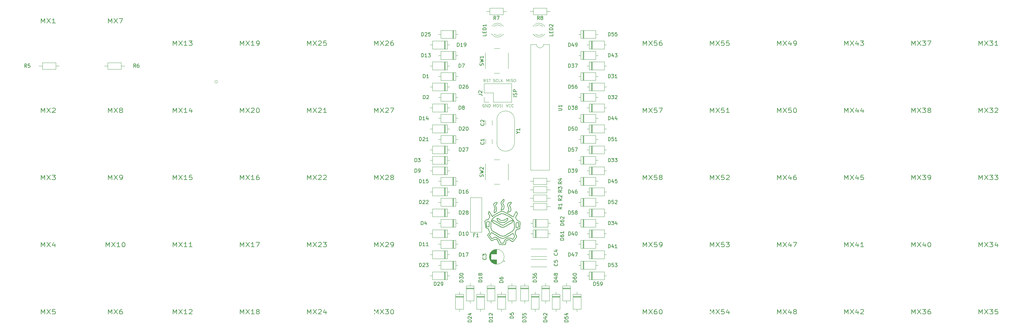
<source format=gto>
G04 #@! TF.GenerationSoftware,KiCad,Pcbnew,(6.0.0)*
G04 #@! TF.CreationDate,2022-03-13T10:48:27+07:00*
G04 #@! TF.ProjectId,lumberjack,6c756d62-6572-46a6-9163-6b2e6b696361,1.6*
G04 #@! TF.SameCoordinates,Original*
G04 #@! TF.FileFunction,Legend,Top*
G04 #@! TF.FilePolarity,Positive*
%FSLAX46Y46*%
G04 Gerber Fmt 4.6, Leading zero omitted, Abs format (unit mm)*
G04 Created by KiCad (PCBNEW (6.0.0)) date 2022-03-13 10:48:27*
%MOMM*%
%LPD*%
G01*
G04 APERTURE LIST*
%ADD10C,0.200000*%
%ADD11C,0.100000*%
%ADD12C,0.150000*%
%ADD13C,0.203200*%
%ADD14C,0.120000*%
%ADD15C,1.600000*%
%ADD16R,1.800000X1.800000*%
%ADD17C,1.800000*%
%ADD18R,1.600000X1.600000*%
%ADD19O,1.600000X1.600000*%
%ADD20C,1.710000*%
%ADD21R,1.200000X1.200000*%
%ADD22C,1.200000*%
%ADD23C,2.000000*%
%ADD24C,5.000000*%
%ADD25O,11.600000X5.000000*%
%ADD26C,3.000000*%
%ADD27C,3.048000*%
%ADD28C,1.750000*%
%ADD29C,3.987800*%
%ADD30C,0.600000*%
%ADD31R,1.700000X1.700000*%
%ADD32O,1.700000X1.700000*%
%ADD33C,1.400000*%
%ADD34O,1.400000X1.400000*%
%ADD35C,1.500000*%
%ADD36C,4.100000*%
%ADD37C,1.900000*%
%ADD38O,0.700000X0.900000*%
%ADD39O,1.100000X1.100000*%
%ADD40O,0.700000X1.000000*%
%ADD41C,1.100000*%
%ADD42R,1.100000X1.100000*%
%ADD43O,0.900000X2.400000*%
%ADD44O,0.850000X2.000000*%
%ADD45O,0.900000X1.700000*%
%ADD46C,1.244600*%
G04 APERTURE END LIST*
D10*
X150462200Y-120925000D02*
X150698028Y-120774918D01*
X150889596Y-120619052D01*
X151040794Y-120452791D01*
X151155512Y-120271527D01*
X151237642Y-120070651D01*
X151291074Y-119845553D01*
X151319700Y-119591623D01*
X151327409Y-119304254D01*
X151322850Y-119091821D01*
X151311876Y-118861111D01*
X151295642Y-118610759D01*
X151275300Y-118339400D01*
X150980500Y-116654300D02*
X150690311Y-116503946D01*
X150421226Y-116359558D01*
X150171806Y-116221495D01*
X149940614Y-116090118D01*
X149726212Y-115965788D01*
X149527163Y-115848864D01*
X149342028Y-115739708D01*
X149169371Y-115638679D01*
X148855740Y-115462448D01*
X148574768Y-115323054D01*
X148314955Y-115223380D01*
X148064800Y-115166312D01*
X147812802Y-115154732D01*
X147547462Y-115191525D01*
X147257279Y-115279574D01*
X146930753Y-115421764D01*
X146750266Y-115514062D01*
X146556382Y-115620977D01*
X146347661Y-115742869D01*
X146122666Y-115880098D01*
X145879960Y-116033025D01*
X145618106Y-116202011D01*
X145335665Y-116387416D01*
X145031200Y-116589600D01*
X148749500Y-124551200D02*
X148808441Y-124317256D01*
X148848787Y-124063384D01*
X148866206Y-123864141D01*
X148898936Y-123639746D01*
X149007593Y-123466369D01*
X149211335Y-123329739D01*
X149402811Y-123240003D01*
X149480300Y-123207600D01*
X147448100Y-124112200D02*
X148192000Y-124129500D01*
X148192000Y-124129500D02*
X148274000Y-123975400D01*
X145610400Y-115481700D02*
X145793107Y-115396394D01*
X146006152Y-115247803D01*
X146153101Y-115077979D01*
X146241970Y-114890894D01*
X146280773Y-114690519D01*
X146277528Y-114480823D01*
X146240248Y-114265777D01*
X146176950Y-114049351D01*
X146095649Y-113835516D01*
X146004360Y-113628242D01*
X145911100Y-113431500D01*
X152281900Y-118265500D02*
X152055753Y-118293416D01*
X151845727Y-118305910D01*
X151752193Y-118484607D01*
X151734608Y-118739124D01*
X151731800Y-118966200D01*
X146201800Y-113064000D02*
X146336474Y-112908412D01*
X146421683Y-112727256D01*
X146469300Y-112580600D01*
X149431200Y-115438500D02*
X149659914Y-115368230D01*
X149850854Y-115286419D01*
X150071676Y-115144024D01*
X150220977Y-114980707D01*
X150306840Y-114799494D01*
X150336615Y-114535270D01*
X150305893Y-114324073D01*
X150238677Y-114105070D01*
X150143050Y-113881288D01*
X150027097Y-113655756D01*
X149898900Y-113431500D01*
X148464900Y-122082900D02*
X148679285Y-121983295D01*
X148919374Y-121851427D01*
X149126503Y-121731369D01*
X149347582Y-121599805D01*
X149574290Y-121462702D01*
X149798307Y-121326029D01*
X150011310Y-121195753D01*
X150204980Y-121077839D01*
X150418750Y-120950168D01*
X150462200Y-120925000D01*
X150873600Y-123688500D02*
X151950100Y-122454600D01*
X151688500Y-116801800D02*
X151722572Y-116574895D01*
X151823039Y-116359379D01*
X151987549Y-116180733D01*
X152131108Y-116039253D01*
X152178871Y-115822495D01*
X152080222Y-115594947D01*
X151912689Y-115355860D01*
X151748200Y-115155700D01*
X152915000Y-118116000D02*
X152748200Y-118030700D01*
X151656400Y-120812000D02*
X151745261Y-120581478D01*
X151856309Y-120373423D01*
X152022810Y-120219918D01*
X152248397Y-120173792D01*
X152452146Y-120153433D01*
X152652423Y-120104655D01*
X152829500Y-120031600D01*
X144993100Y-117902600D02*
X145133610Y-118107714D01*
X145274743Y-118266095D01*
X145459128Y-118416036D01*
X145660851Y-118533763D01*
X145889004Y-118641948D01*
X146096664Y-118736861D01*
X146331713Y-118851782D01*
X146395300Y-118885000D01*
X148358200Y-114021000D02*
X148375627Y-113809130D01*
X148355601Y-113586373D01*
X148283870Y-113362956D01*
X148176947Y-113165376D01*
X148052664Y-112970296D01*
X147948700Y-112792800D01*
X151459600Y-122160700D02*
X150956500Y-121353000D01*
X146395300Y-118885000D02*
X146707297Y-119057265D01*
X146968889Y-119212015D01*
X147189018Y-119347302D01*
X147376628Y-119461181D01*
X147616630Y-119587598D01*
X147833766Y-119654897D01*
X148058218Y-119656507D01*
X148320169Y-119585859D01*
X148530540Y-119495373D01*
X148779934Y-119367906D01*
X149077294Y-119201511D01*
X149431563Y-118994243D01*
X149632833Y-118874673D01*
X149851684Y-118744155D01*
X150089234Y-118602445D01*
X150346600Y-118449300D01*
X144862500Y-116363000D02*
X144747544Y-116155425D01*
X144632068Y-115913170D01*
X144545969Y-115726780D01*
X144432977Y-115496078D01*
X144323346Y-115313262D01*
X144143819Y-115198869D01*
X144007300Y-115412700D01*
X143366200Y-118533600D02*
X143349709Y-118745037D01*
X143344941Y-118961492D01*
X143345044Y-119183112D01*
X143346063Y-119386809D01*
X143345800Y-119462900D01*
X151731800Y-118966200D02*
X151732579Y-119197424D01*
X151740663Y-119415307D01*
X151800117Y-119621010D01*
X152008229Y-119666596D01*
X152235074Y-119709023D01*
X152281900Y-119723800D01*
X150470200Y-112503600D02*
X150209174Y-112532756D01*
X149969932Y-112584546D01*
X149761040Y-112664851D01*
X149591062Y-112779550D01*
X149446362Y-112980249D01*
X149395258Y-113193836D01*
X149410906Y-113460929D01*
X149471600Y-113699900D01*
X151748200Y-115155700D02*
X150980500Y-116654300D01*
X147855200Y-113644400D02*
X147797731Y-113868678D01*
X147736814Y-114067707D01*
X147662429Y-114266502D01*
X147607497Y-114460102D01*
X147556513Y-114678498D01*
X147524900Y-114825000D01*
X143241100Y-119770300D02*
X143435539Y-119866669D01*
X143627982Y-119948005D01*
X143827251Y-120018686D01*
X143973575Y-120179963D01*
X144051581Y-120372599D01*
X144095600Y-120484100D01*
X146784800Y-122919500D02*
X146947915Y-123037843D01*
X147074384Y-123211031D01*
X147130700Y-123326800D01*
X152829500Y-120031600D02*
X152915000Y-118116000D01*
X149898900Y-113431500D02*
X150027837Y-113258160D01*
X150164601Y-113100966D01*
X150282552Y-112933423D01*
X150380892Y-112724218D01*
X150470200Y-112503600D01*
X144255700Y-118080700D02*
X143544400Y-118005600D01*
X147076300Y-124541000D02*
X148749500Y-124551200D01*
X145031200Y-116589600D02*
X144862500Y-116363000D01*
X143345800Y-119462900D02*
X144101700Y-119462400D01*
X148005400Y-111870400D02*
X147913034Y-112056300D01*
X147762484Y-112204675D01*
X147610819Y-112364163D01*
X147515108Y-112583401D01*
X147517178Y-112834496D01*
X147583777Y-113083321D01*
X147665999Y-113283851D01*
X147782742Y-113515731D01*
X147855200Y-113644400D01*
X144230900Y-121908500D02*
X144942300Y-122899700D01*
X149500400Y-117042600D02*
X149296189Y-117090923D01*
X149075619Y-117175233D01*
X148898393Y-117274560D01*
X148711637Y-117407037D01*
X148532198Y-117533442D01*
X148326515Y-117637367D01*
X148120520Y-117693294D01*
X147997800Y-117709300D01*
X144942300Y-122899700D02*
X145137462Y-122811021D01*
X145332726Y-122667132D01*
X145516373Y-122533647D01*
X145733918Y-122461049D01*
X145962948Y-122480732D01*
X146182093Y-122557817D01*
X146452766Y-122700438D01*
X146666697Y-122837313D01*
X146784800Y-122919500D01*
X146469300Y-112580600D02*
X146259539Y-112575117D01*
X146053690Y-112595314D01*
X145865322Y-112663527D01*
X145686723Y-112810860D01*
X145532996Y-113001660D01*
X145413700Y-113164900D01*
X147678600Y-115743000D02*
X147423671Y-115845608D01*
X147182634Y-115946153D01*
X146955131Y-116044918D01*
X146740804Y-116142184D01*
X146539293Y-116238236D01*
X146350242Y-116333355D01*
X146173292Y-116427825D01*
X145854261Y-116615946D01*
X145579335Y-116804863D01*
X145345648Y-116996836D01*
X145150336Y-117194127D01*
X144990532Y-117399000D01*
X144863371Y-117613715D01*
X144765988Y-117840535D01*
X144695517Y-118081721D01*
X144649092Y-118339537D01*
X144623848Y-118616243D01*
X144616919Y-118914102D01*
X144625441Y-119235375D01*
X144634600Y-119405500D01*
X146795300Y-123901700D02*
X147076300Y-124541000D01*
X152524100Y-118970400D02*
X152520125Y-118759861D01*
X152514262Y-118528647D01*
X152501900Y-118326432D01*
X152301650Y-118296902D01*
X152281900Y-118265500D01*
X143544400Y-118005600D02*
X143410022Y-118187925D01*
X143378126Y-118443488D01*
X143366200Y-118533600D01*
X150875100Y-123071000D02*
X150990765Y-122875651D01*
X151091402Y-122702269D01*
X151197057Y-122527332D01*
X151311173Y-122354561D01*
X151437196Y-122187679D01*
X151459600Y-122160700D01*
X150956500Y-121353000D02*
X150740744Y-121457515D01*
X150480586Y-121600207D01*
X150287395Y-121711068D01*
X150081840Y-121830684D01*
X149866872Y-121955767D01*
X149645438Y-122083035D01*
X149420487Y-122209200D01*
X149194968Y-122330977D01*
X148971829Y-122445082D01*
X148754018Y-122548228D01*
X148544485Y-122637131D01*
X148346179Y-122708505D01*
X148076217Y-122775512D01*
X147848100Y-122784600D01*
X144053900Y-117212000D02*
X143886791Y-117405716D01*
X143717257Y-117539652D01*
X143516796Y-117559647D01*
X143304662Y-117525265D01*
X143140402Y-117650928D01*
X143006903Y-117824246D01*
X142954900Y-117902600D01*
X146009000Y-113304100D02*
X146142394Y-113154359D01*
X146201800Y-113064000D01*
X145911100Y-113431500D02*
X146009000Y-113304100D01*
X148108000Y-111728300D02*
X148005400Y-111870400D01*
X152748200Y-118030700D02*
X152072700Y-117657800D01*
X148005800Y-119075200D02*
X147791783Y-118992686D01*
X147595178Y-118906006D01*
X147411402Y-118815247D01*
X147192744Y-118696200D01*
X146978024Y-118571093D01*
X146803069Y-118466763D01*
X146620325Y-118358755D01*
X146524600Y-118303400D01*
X146333500Y-117046600D02*
X146414754Y-117352954D01*
X146542236Y-117616233D01*
X146709374Y-117836906D01*
X146909595Y-118015443D01*
X147136326Y-118152316D01*
X147382996Y-118247994D01*
X147643032Y-118302948D01*
X147909862Y-118317650D01*
X148176913Y-118292568D01*
X148437614Y-118228174D01*
X148685391Y-118124938D01*
X148913673Y-117983331D01*
X149115887Y-117803823D01*
X149285461Y-117586885D01*
X149415823Y-117332987D01*
X149500400Y-117042600D01*
X152072700Y-117657800D02*
X151929079Y-117483740D01*
X151816230Y-117289675D01*
X151736614Y-117097784D01*
X151691997Y-116898924D01*
X151688500Y-116801800D01*
X151950100Y-122454600D02*
X151894980Y-122172462D01*
X151830198Y-121960444D01*
X151737988Y-121760738D01*
X151612787Y-121566325D01*
X151537411Y-121354838D01*
X151565648Y-121113252D01*
X151627243Y-120898547D01*
X151656400Y-120812000D01*
X148545800Y-123370200D02*
X148700053Y-123142181D01*
X148864557Y-122964475D01*
X149036869Y-122832281D01*
X149304627Y-122708823D01*
X149576201Y-122660762D01*
X149843340Y-122671897D01*
X150097793Y-122726023D01*
X150331311Y-122806940D01*
X150535643Y-122898445D01*
X150748426Y-123008916D01*
X150875100Y-123071000D01*
X146174800Y-121281600D02*
X146369058Y-121399480D01*
X146568403Y-121527049D01*
X146772538Y-121657890D01*
X146981166Y-121785589D01*
X147193990Y-121903728D01*
X147410712Y-122005892D01*
X147631036Y-122085664D01*
X147854664Y-122136628D01*
X148081299Y-122152368D01*
X148310644Y-122126468D01*
X148464900Y-122082900D01*
X152281900Y-119723800D02*
X152477674Y-119675558D01*
X152516250Y-119456114D01*
X152524769Y-119252576D01*
X152524100Y-118970400D01*
X147997800Y-117709300D02*
X147766163Y-117715181D01*
X147522591Y-117677571D01*
X147333033Y-117599863D01*
X147137825Y-117466037D01*
X146948051Y-117315006D01*
X146770666Y-117198760D01*
X146546224Y-117100590D01*
X146333500Y-117046600D01*
X147948700Y-112792800D02*
X148060842Y-112619791D01*
X148178400Y-112452482D01*
X148309394Y-112272654D01*
X148375173Y-112062140D01*
X148373096Y-111836464D01*
X148369000Y-111728300D01*
X142954900Y-117902600D02*
X143241100Y-119770300D01*
X143725900Y-121947800D02*
X144810800Y-123454700D01*
X144634600Y-119405500D02*
X144653872Y-119632976D01*
X144682233Y-119832991D01*
X144742366Y-120087506D01*
X144824366Y-120295621D01*
X144929085Y-120466566D01*
X145105522Y-120652631D01*
X145266562Y-120772751D01*
X145453159Y-120886476D01*
X145666163Y-121003038D01*
X145906426Y-121131668D01*
X146082166Y-121228686D01*
X146174800Y-121281600D01*
X146524600Y-118303400D02*
X146339623Y-118191556D01*
X146164746Y-118081307D01*
X145992289Y-117974421D01*
X145816004Y-117874656D01*
X145777700Y-117855800D01*
X147130700Y-123326800D02*
X147165746Y-123530617D01*
X147241232Y-123751730D01*
X147336249Y-123936419D01*
X147448100Y-124112200D01*
X144756100Y-121165400D02*
X144230900Y-121908500D01*
X145413700Y-113164900D02*
X145491314Y-113386462D01*
X145559180Y-113583681D01*
X145667724Y-113910975D01*
X145743442Y-114158558D01*
X145804457Y-114406237D01*
X145773462Y-114612987D01*
X145611224Y-114786518D01*
X145585111Y-114989101D01*
X145587456Y-115198709D01*
X145610400Y-115481700D01*
X148274000Y-123975400D02*
X148545800Y-123370200D01*
X144095600Y-120484100D02*
X144171656Y-120699733D01*
X144219554Y-120926350D01*
X144207219Y-121139264D01*
X144111796Y-121342001D01*
X143987569Y-121511808D01*
X143872716Y-121675724D01*
X143754734Y-121885783D01*
X143725900Y-121947800D01*
X144810800Y-123454700D02*
X145012599Y-123395372D01*
X145212146Y-123305355D01*
X145409092Y-123202521D01*
X145603090Y-123104745D01*
X145793789Y-123029900D01*
X146042322Y-122996670D01*
X146283546Y-123078347D01*
X146459171Y-123240499D01*
X146573540Y-123406576D01*
X146685617Y-123625211D01*
X146795300Y-123901700D01*
X147848100Y-122784600D02*
X147601315Y-122728208D01*
X147331307Y-122620355D01*
X147140846Y-122525285D01*
X146943733Y-122415478D01*
X146741433Y-122294186D01*
X146535417Y-122164663D01*
X146327150Y-122030162D01*
X146118100Y-121893938D01*
X145909734Y-121759243D01*
X145703521Y-121629332D01*
X145500928Y-121507457D01*
X145303421Y-121396873D01*
X145112469Y-121300833D01*
X144841542Y-121191160D01*
X144756100Y-121165400D01*
X151275300Y-118339400D02*
X151217996Y-118047000D01*
X151098240Y-117766459D01*
X150924631Y-117498954D01*
X150705764Y-117245662D01*
X150450236Y-117007759D01*
X150166645Y-116786421D01*
X149863588Y-116582826D01*
X149549662Y-116398150D01*
X149233463Y-116233568D01*
X148923590Y-116090259D01*
X148628637Y-115969398D01*
X148357204Y-115872162D01*
X148117887Y-115799728D01*
X147919282Y-115753271D01*
X147716518Y-115734870D01*
X147678600Y-115743000D01*
X149480300Y-123207600D02*
X149712081Y-123131159D01*
X149934268Y-123133773D01*
X150114058Y-123262982D01*
X150267521Y-123402355D01*
X150446606Y-123522849D01*
X150631832Y-123610044D01*
X150873600Y-123688500D01*
X144039800Y-115801300D02*
X144139311Y-116005299D01*
X144259332Y-116202726D01*
X144331928Y-116399228D01*
X144337649Y-116637782D01*
X144267650Y-116867082D01*
X144158435Y-117065579D01*
X144053900Y-117212000D01*
X149471600Y-113699900D02*
X149549853Y-113931113D01*
X149645421Y-114182873D01*
X149733134Y-114381193D01*
X149752206Y-114589559D01*
X149659562Y-114775376D01*
X149575403Y-114986733D01*
X149507792Y-115185155D01*
X149431200Y-115438500D01*
X150346600Y-118449300D02*
X150521486Y-118348497D01*
X150715663Y-118236534D01*
X150847698Y-118072362D01*
X150904419Y-117864058D01*
X150938800Y-117727800D01*
X147524900Y-114825000D02*
X147734989Y-114759274D01*
X147943211Y-114696801D01*
X148131336Y-114592536D01*
X148250778Y-114427425D01*
X148324283Y-114203795D01*
X148358200Y-114021000D01*
X145777700Y-117855800D02*
X145550208Y-117760214D01*
X145346309Y-117706626D01*
X145142214Y-117739585D01*
X145004820Y-117893391D01*
X144993100Y-117902600D01*
X148369000Y-111728300D02*
X148108000Y-111728300D01*
X144007300Y-115412700D02*
X143934431Y-115638208D01*
X143870754Y-115835767D01*
X144039800Y-115801300D01*
X144101700Y-119462400D02*
X144255700Y-118080700D01*
X150938800Y-117727800D02*
X150656802Y-117739214D01*
X150377015Y-117798086D01*
X150099178Y-117896218D01*
X149914907Y-117979400D01*
X149731308Y-118073959D01*
X149548303Y-118177464D01*
X149365815Y-118287486D01*
X149183767Y-118401596D01*
X149002081Y-118517366D01*
X148820678Y-118632365D01*
X148639482Y-118744165D01*
X148458414Y-118850336D01*
X148277398Y-118948450D01*
X148096355Y-119036078D01*
X148005800Y-119075200D01*
D11*
X142767487Y-84729759D02*
X142691297Y-84691663D01*
X142577011Y-84691663D01*
X142462725Y-84729759D01*
X142386535Y-84805949D01*
X142348439Y-84882139D01*
X142310344Y-85034520D01*
X142310344Y-85148806D01*
X142348439Y-85301187D01*
X142386535Y-85377378D01*
X142462725Y-85453568D01*
X142577011Y-85491663D01*
X142653201Y-85491663D01*
X142767487Y-85453568D01*
X142805582Y-85415473D01*
X142805582Y-85148806D01*
X142653201Y-85148806D01*
X143148439Y-85491663D02*
X143148439Y-84691663D01*
X143605582Y-85491663D01*
X143605582Y-84691663D01*
X143986535Y-85491663D02*
X143986535Y-84691663D01*
X144177011Y-84691663D01*
X144291297Y-84729759D01*
X144367487Y-84805949D01*
X144405582Y-84882139D01*
X144443678Y-85034520D01*
X144443678Y-85148806D01*
X144405582Y-85301187D01*
X144367487Y-85377378D01*
X144291297Y-85453568D01*
X144177011Y-85491663D01*
X143986535Y-85491663D01*
X148969440Y-84691663D02*
X149236107Y-85491663D01*
X149502773Y-84691663D01*
X150226583Y-85415473D02*
X150188488Y-85453568D01*
X150074202Y-85491663D01*
X149998011Y-85491663D01*
X149883726Y-85453568D01*
X149807535Y-85377378D01*
X149769440Y-85301187D01*
X149731345Y-85148806D01*
X149731345Y-85034520D01*
X149769440Y-84882139D01*
X149807535Y-84805949D01*
X149883726Y-84729759D01*
X149998011Y-84691663D01*
X150074202Y-84691663D01*
X150188488Y-84729759D01*
X150226583Y-84767854D01*
X151026583Y-85415473D02*
X150988488Y-85453568D01*
X150874202Y-85491663D01*
X150798011Y-85491663D01*
X150683726Y-85453568D01*
X150607535Y-85377378D01*
X150569440Y-85301187D01*
X150531345Y-85148806D01*
X150531345Y-85034520D01*
X150569440Y-84882139D01*
X150607535Y-84805949D01*
X150683726Y-84729759D01*
X150798011Y-84691663D01*
X150874202Y-84691663D01*
X150988488Y-84729759D01*
X151026583Y-84767854D01*
X145348603Y-85491663D02*
X145348603Y-84691663D01*
X145615269Y-85263092D01*
X145881936Y-84691663D01*
X145881936Y-85491663D01*
X146415269Y-84691663D02*
X146567650Y-84691663D01*
X146643841Y-84729759D01*
X146720031Y-84805949D01*
X146758126Y-84958330D01*
X146758126Y-85224997D01*
X146720031Y-85377378D01*
X146643841Y-85453568D01*
X146567650Y-85491663D01*
X146415269Y-85491663D01*
X146339079Y-85453568D01*
X146262888Y-85377378D01*
X146224793Y-85224997D01*
X146224793Y-84958330D01*
X146262888Y-84805949D01*
X146339079Y-84729759D01*
X146415269Y-84691663D01*
X147062888Y-85453568D02*
X147177174Y-85491663D01*
X147367650Y-85491663D01*
X147443841Y-85453568D01*
X147481936Y-85415473D01*
X147520031Y-85339282D01*
X147520031Y-85263092D01*
X147481936Y-85186901D01*
X147443841Y-85148806D01*
X147367650Y-85110711D01*
X147215269Y-85072616D01*
X147139079Y-85034520D01*
X147100984Y-84996425D01*
X147062888Y-84920235D01*
X147062888Y-84844044D01*
X147100984Y-84767854D01*
X147139079Y-84729759D01*
X147215269Y-84691663D01*
X147405746Y-84691663D01*
X147520031Y-84729759D01*
X147862888Y-85491663D02*
X147862888Y-84691663D01*
X145253365Y-78309812D02*
X145367650Y-78347907D01*
X145558126Y-78347907D01*
X145634317Y-78309812D01*
X145672412Y-78271717D01*
X145710507Y-78195526D01*
X145710507Y-78119336D01*
X145672412Y-78043145D01*
X145634317Y-78005050D01*
X145558126Y-77966955D01*
X145405746Y-77928860D01*
X145329555Y-77890764D01*
X145291460Y-77852669D01*
X145253365Y-77776479D01*
X145253365Y-77700288D01*
X145291460Y-77624098D01*
X145329555Y-77586003D01*
X145405746Y-77547907D01*
X145596222Y-77547907D01*
X145710507Y-77586003D01*
X146510507Y-78271717D02*
X146472412Y-78309812D01*
X146358126Y-78347907D01*
X146281936Y-78347907D01*
X146167650Y-78309812D01*
X146091460Y-78233622D01*
X146053365Y-78157431D01*
X146015269Y-78005050D01*
X146015269Y-77890764D01*
X146053365Y-77738383D01*
X146091460Y-77662193D01*
X146167650Y-77586003D01*
X146281936Y-77547907D01*
X146358126Y-77547907D01*
X146472412Y-77586003D01*
X146510507Y-77624098D01*
X147234317Y-78347907D02*
X146853365Y-78347907D01*
X146853365Y-77547907D01*
X147500984Y-78347907D02*
X147500984Y-77547907D01*
X147958126Y-78347907D02*
X147615269Y-77890764D01*
X147958126Y-77547907D02*
X147500984Y-78005050D01*
X149083726Y-78347907D02*
X149083726Y-77547907D01*
X149350392Y-78119336D01*
X149617059Y-77547907D01*
X149617059Y-78347907D01*
X149998011Y-78347907D02*
X149998011Y-77547907D01*
X150340869Y-78309812D02*
X150455154Y-78347907D01*
X150645630Y-78347907D01*
X150721821Y-78309812D01*
X150759916Y-78271717D01*
X150798011Y-78195526D01*
X150798011Y-78119336D01*
X150759916Y-78043145D01*
X150721821Y-78005050D01*
X150645630Y-77966955D01*
X150493250Y-77928860D01*
X150417059Y-77890764D01*
X150378964Y-77852669D01*
X150340869Y-77776479D01*
X150340869Y-77700288D01*
X150378964Y-77624098D01*
X150417059Y-77586003D01*
X150493250Y-77547907D01*
X150683726Y-77547907D01*
X150798011Y-77586003D01*
X151293250Y-77547907D02*
X151445630Y-77547907D01*
X151521821Y-77586003D01*
X151598011Y-77662193D01*
X151636107Y-77814574D01*
X151636107Y-78081241D01*
X151598011Y-78233622D01*
X151521821Y-78309812D01*
X151445630Y-78347907D01*
X151293250Y-78347907D01*
X151217059Y-78309812D01*
X151140869Y-78233622D01*
X151102773Y-78081241D01*
X151102773Y-77814574D01*
X151140869Y-77662193D01*
X151217059Y-77586003D01*
X151293250Y-77547907D01*
D12*
X151989467Y-82546523D02*
X150989467Y-82546523D01*
X151941848Y-82117952D02*
X151989467Y-81975094D01*
X151989467Y-81736999D01*
X151941848Y-81641761D01*
X151894229Y-81594142D01*
X151798991Y-81546523D01*
X151703753Y-81546523D01*
X151608515Y-81594142D01*
X151560896Y-81641761D01*
X151513277Y-81736999D01*
X151465658Y-81927475D01*
X151418039Y-82022713D01*
X151370420Y-82070333D01*
X151275182Y-82117952D01*
X151179944Y-82117952D01*
X151084706Y-82070333D01*
X151037087Y-82022713D01*
X150989467Y-81927475D01*
X150989467Y-81689380D01*
X151037087Y-81546523D01*
X151989467Y-81117952D02*
X150989467Y-81117952D01*
X150989467Y-80736999D01*
X151037087Y-80641761D01*
X151084706Y-80594142D01*
X151179944Y-80546523D01*
X151322801Y-80546523D01*
X151418039Y-80594142D01*
X151465658Y-80641761D01*
X151513277Y-80736999D01*
X151513277Y-81117952D01*
D11*
X143072249Y-78347907D02*
X142805582Y-77966955D01*
X142615106Y-78347907D02*
X142615106Y-77547907D01*
X142919868Y-77547907D01*
X142996059Y-77586003D01*
X143034154Y-77624098D01*
X143072249Y-77700288D01*
X143072249Y-77814574D01*
X143034154Y-77890764D01*
X142996059Y-77928860D01*
X142919868Y-77966955D01*
X142615106Y-77966955D01*
X143377011Y-78309812D02*
X143491297Y-78347907D01*
X143681773Y-78347907D01*
X143757963Y-78309812D01*
X143796059Y-78271717D01*
X143834154Y-78195526D01*
X143834154Y-78119336D01*
X143796059Y-78043145D01*
X143757963Y-78005050D01*
X143681773Y-77966955D01*
X143529392Y-77928860D01*
X143453201Y-77890764D01*
X143415106Y-77852669D01*
X143377011Y-77776479D01*
X143377011Y-77700288D01*
X143415106Y-77624098D01*
X143453201Y-77586003D01*
X143529392Y-77547907D01*
X143719868Y-77547907D01*
X143834154Y-77586003D01*
X144062725Y-77547907D02*
X144519868Y-77547907D01*
X144291297Y-78347907D02*
X144291297Y-77547907D01*
D12*
X142636949Y-95476120D02*
X142684568Y-95523739D01*
X142732187Y-95666596D01*
X142732187Y-95761834D01*
X142684568Y-95904692D01*
X142589330Y-95999930D01*
X142494092Y-96047549D01*
X142303616Y-96095168D01*
X142160759Y-96095168D01*
X141970283Y-96047549D01*
X141875045Y-95999930D01*
X141779807Y-95904692D01*
X141732187Y-95761834D01*
X141732187Y-95666596D01*
X141779807Y-95523739D01*
X141827426Y-95476120D01*
X142732187Y-94523739D02*
X142732187Y-95095168D01*
X142732187Y-94809454D02*
X141732187Y-94809454D01*
X141875045Y-94904692D01*
X141970283Y-94999930D01*
X142017902Y-95095168D01*
X142636949Y-90118303D02*
X142684568Y-90165922D01*
X142732187Y-90308779D01*
X142732187Y-90404017D01*
X142684568Y-90546875D01*
X142589330Y-90642113D01*
X142494092Y-90689732D01*
X142303616Y-90737351D01*
X142160759Y-90737351D01*
X141970283Y-90689732D01*
X141875045Y-90642113D01*
X141779807Y-90546875D01*
X141732187Y-90404017D01*
X141732187Y-90308779D01*
X141779807Y-90165922D01*
X141827426Y-90118303D01*
X141827426Y-89737351D02*
X141779807Y-89689732D01*
X141732187Y-89594494D01*
X141732187Y-89356398D01*
X141779807Y-89261160D01*
X141827426Y-89213541D01*
X141922664Y-89165922D01*
X142017902Y-89165922D01*
X142160759Y-89213541D01*
X142732187Y-89784970D01*
X142732187Y-89165922D01*
X162218768Y-64817538D02*
X162218768Y-65293729D01*
X161218768Y-65293729D01*
X161694959Y-64484205D02*
X161694959Y-64150871D01*
X162218768Y-64008014D02*
X162218768Y-64484205D01*
X161218768Y-64484205D01*
X161218768Y-64008014D01*
X162218768Y-63579443D02*
X161218768Y-63579443D01*
X161218768Y-63341348D01*
X161266388Y-63198491D01*
X161361626Y-63103252D01*
X161456864Y-63055633D01*
X161647340Y-63008014D01*
X161790197Y-63008014D01*
X161980673Y-63055633D01*
X162075911Y-63103252D01*
X162171149Y-63198491D01*
X162218768Y-63341348D01*
X162218768Y-63579443D01*
X161314007Y-62627062D02*
X161266388Y-62579443D01*
X161218768Y-62484205D01*
X161218768Y-62246110D01*
X161266388Y-62150871D01*
X161314007Y-62103252D01*
X161409245Y-62055633D01*
X161504483Y-62055633D01*
X161647340Y-62103252D01*
X162218768Y-62674681D01*
X162218768Y-62055633D01*
X163758768Y-86486976D02*
X164568292Y-86486976D01*
X164663530Y-86439357D01*
X164711149Y-86391738D01*
X164758768Y-86296500D01*
X164758768Y-86106024D01*
X164711149Y-86010786D01*
X164663530Y-85963167D01*
X164568292Y-85915548D01*
X163758768Y-85915548D01*
X164758768Y-84915548D02*
X164758768Y-85486976D01*
X164758768Y-85201262D02*
X163758768Y-85201262D01*
X163901626Y-85296500D01*
X163996864Y-85391738D01*
X164044483Y-85486976D01*
X140073221Y-121808988D02*
X139739888Y-121808988D01*
X139739888Y-122332797D02*
X139739888Y-121332797D01*
X140216078Y-121332797D01*
X141120840Y-122332797D02*
X140549412Y-122332797D01*
X140835126Y-122332797D02*
X140835126Y-121332797D01*
X140739888Y-121475655D01*
X140644650Y-121570893D01*
X140549412Y-121618512D01*
X125468260Y-83200887D02*
X125468260Y-82200887D01*
X125706356Y-82200887D01*
X125849213Y-82248507D01*
X125944451Y-82343745D01*
X125992070Y-82438983D01*
X126039689Y-82629459D01*
X126039689Y-82772316D01*
X125992070Y-82962792D01*
X125944451Y-83058030D01*
X125849213Y-83153268D01*
X125706356Y-83200887D01*
X125468260Y-83200887D01*
X126420641Y-82296126D02*
X126468260Y-82248507D01*
X126563498Y-82200887D01*
X126801594Y-82200887D01*
X126896832Y-82248507D01*
X126944451Y-82296126D01*
X126992070Y-82391364D01*
X126992070Y-82486602D01*
X126944451Y-82629459D01*
X126373022Y-83200887D01*
X126992070Y-83200887D01*
X124872947Y-118919667D02*
X124872947Y-117919667D01*
X125111043Y-117919667D01*
X125253900Y-117967287D01*
X125349138Y-118062525D01*
X125396757Y-118157763D01*
X125444376Y-118348239D01*
X125444376Y-118491096D01*
X125396757Y-118681572D01*
X125349138Y-118776810D01*
X125253900Y-118872048D01*
X125111043Y-118919667D01*
X124872947Y-118919667D01*
X126301519Y-118253001D02*
X126301519Y-118919667D01*
X126063423Y-117872048D02*
X125825328Y-118586334D01*
X126444376Y-118586334D01*
X151066569Y-145399154D02*
X150066569Y-145399154D01*
X150066569Y-145161059D01*
X150114189Y-145018201D01*
X150209427Y-144922963D01*
X150304665Y-144875344D01*
X150495141Y-144827725D01*
X150637998Y-144827725D01*
X150828474Y-144875344D01*
X150923712Y-144922963D01*
X151018950Y-145018201D01*
X151066569Y-145161059D01*
X151066569Y-145399154D01*
X150066569Y-143922963D02*
X150066569Y-144399154D01*
X150542760Y-144446773D01*
X150495141Y-144399154D01*
X150447522Y-144303916D01*
X150447522Y-144065820D01*
X150495141Y-143970582D01*
X150542760Y-143922963D01*
X150637998Y-143875344D01*
X150876093Y-143875344D01*
X150971331Y-143922963D01*
X151018950Y-143970582D01*
X151066569Y-144065820D01*
X151066569Y-144303916D01*
X151018950Y-144399154D01*
X150971331Y-144446773D01*
X148090004Y-135278833D02*
X147090004Y-135278833D01*
X147090004Y-135040738D01*
X147137624Y-134897880D01*
X147232862Y-134802642D01*
X147328100Y-134755023D01*
X147518576Y-134707404D01*
X147661433Y-134707404D01*
X147851909Y-134755023D01*
X147947147Y-134802642D01*
X148042385Y-134897880D01*
X148090004Y-135040738D01*
X148090004Y-135278833D01*
X147090004Y-133850261D02*
X147090004Y-134040738D01*
X147137624Y-134135976D01*
X147185243Y-134183595D01*
X147328100Y-134278833D01*
X147518576Y-134326452D01*
X147899528Y-134326452D01*
X147994766Y-134278833D01*
X148042385Y-134231214D01*
X148090004Y-134135976D01*
X148090004Y-133945499D01*
X148042385Y-133850261D01*
X147994766Y-133802642D01*
X147899528Y-133755023D01*
X147661433Y-133755023D01*
X147566195Y-133802642D01*
X147518576Y-133850261D01*
X147470957Y-133945499D01*
X147470957Y-134135976D01*
X147518576Y-134231214D01*
X147566195Y-134278833D01*
X147661433Y-134326452D01*
X145113439Y-146470657D02*
X144113439Y-146470657D01*
X144113439Y-146232562D01*
X144161059Y-146089705D01*
X144256297Y-145994467D01*
X144351535Y-145946848D01*
X144542011Y-145899229D01*
X144684868Y-145899229D01*
X144875344Y-145946848D01*
X144970582Y-145994467D01*
X145065820Y-146089705D01*
X145113439Y-146232562D01*
X145113439Y-146470657D01*
X145113439Y-144946848D02*
X145113439Y-145518276D01*
X145113439Y-145232562D02*
X144113439Y-145232562D01*
X144256297Y-145327800D01*
X144351535Y-145423038D01*
X144399154Y-145518276D01*
X144208678Y-144565895D02*
X144161059Y-144518276D01*
X144113439Y-144423038D01*
X144113439Y-144184943D01*
X144161059Y-144089705D01*
X144208678Y-144042086D01*
X144303916Y-143994467D01*
X144399154Y-143994467D01*
X144542011Y-144042086D01*
X145113439Y-144613514D01*
X145113439Y-143994467D01*
X139160309Y-146470657D02*
X138160309Y-146470657D01*
X138160309Y-146232562D01*
X138207929Y-146089705D01*
X138303167Y-145994467D01*
X138398405Y-145946848D01*
X138588881Y-145899229D01*
X138731738Y-145899229D01*
X138922214Y-145946848D01*
X139017452Y-145994467D01*
X139112690Y-146089705D01*
X139160309Y-146232562D01*
X139160309Y-146470657D01*
X138255548Y-145518276D02*
X138207929Y-145470657D01*
X138160309Y-145375419D01*
X138160309Y-145137324D01*
X138207929Y-145042086D01*
X138255548Y-144994467D01*
X138350786Y-144946848D01*
X138446024Y-144946848D01*
X138588881Y-144994467D01*
X139160309Y-145565895D01*
X139160309Y-144946848D01*
X138493643Y-144089705D02*
X139160309Y-144089705D01*
X138112690Y-144327800D02*
X138826976Y-144565895D01*
X138826976Y-143946848D01*
X143232262Y-128158961D02*
X143279881Y-128206580D01*
X143327500Y-128349437D01*
X143327500Y-128444675D01*
X143279881Y-128587533D01*
X143184643Y-128682771D01*
X143089405Y-128730390D01*
X142898929Y-128778009D01*
X142756072Y-128778009D01*
X142565596Y-128730390D01*
X142470358Y-128682771D01*
X142375120Y-128587533D01*
X142327500Y-128444675D01*
X142327500Y-128349437D01*
X142375120Y-128206580D01*
X142422739Y-128158961D01*
X142327500Y-127825628D02*
X142327500Y-127206580D01*
X142708453Y-127539914D01*
X142708453Y-127397056D01*
X142756072Y-127301818D01*
X142803691Y-127254199D01*
X142898929Y-127206580D01*
X143137024Y-127206580D01*
X143232262Y-127254199D01*
X143279881Y-127301818D01*
X143327500Y-127397056D01*
X143327500Y-127682771D01*
X143279881Y-127778009D01*
X143232262Y-127825628D01*
X125468260Y-77247757D02*
X125468260Y-76247757D01*
X125706356Y-76247757D01*
X125849213Y-76295377D01*
X125944451Y-76390615D01*
X125992070Y-76485853D01*
X126039689Y-76676329D01*
X126039689Y-76819186D01*
X125992070Y-77009662D01*
X125944451Y-77104900D01*
X125849213Y-77200138D01*
X125706356Y-77247757D01*
X125468260Y-77247757D01*
X126992070Y-77247757D02*
X126420641Y-77247757D01*
X126706356Y-77247757D02*
X126706356Y-76247757D01*
X126611117Y-76390615D01*
X126515879Y-76485853D01*
X126420641Y-76533472D01*
X142470507Y-105239673D02*
X142518126Y-105096816D01*
X142518126Y-104858720D01*
X142470507Y-104763482D01*
X142422888Y-104715863D01*
X142327650Y-104668244D01*
X142232412Y-104668244D01*
X142137174Y-104715863D01*
X142089555Y-104763482D01*
X142041936Y-104858720D01*
X141994317Y-105049197D01*
X141946698Y-105144435D01*
X141899079Y-105192054D01*
X141803841Y-105239673D01*
X141708603Y-105239673D01*
X141613365Y-105192054D01*
X141565746Y-105144435D01*
X141518126Y-105049197D01*
X141518126Y-104811101D01*
X141565746Y-104668244D01*
X141518126Y-104334911D02*
X142518126Y-104096816D01*
X141803841Y-103906340D01*
X142518126Y-103715863D01*
X141518126Y-103477768D01*
X141613365Y-103144435D02*
X141565746Y-103096816D01*
X141518126Y-103001578D01*
X141518126Y-102763482D01*
X141565746Y-102668244D01*
X141613365Y-102620625D01*
X141708603Y-102573006D01*
X141803841Y-102573006D01*
X141946698Y-102620625D01*
X142518126Y-103192054D01*
X142518126Y-102573006D01*
X166544707Y-146470657D02*
X165544707Y-146470657D01*
X165544707Y-146232562D01*
X165592327Y-146089705D01*
X165687565Y-145994467D01*
X165782803Y-145946848D01*
X165973279Y-145899229D01*
X166116136Y-145899229D01*
X166306612Y-145946848D01*
X166401850Y-145994467D01*
X166497088Y-146089705D01*
X166544707Y-146232562D01*
X166544707Y-146470657D01*
X165544707Y-144994467D02*
X165544707Y-145470657D01*
X166020898Y-145518276D01*
X165973279Y-145470657D01*
X165925660Y-145375419D01*
X165925660Y-145137324D01*
X165973279Y-145042086D01*
X166020898Y-144994467D01*
X166116136Y-144946848D01*
X166354231Y-144946848D01*
X166449469Y-144994467D01*
X166497088Y-145042086D01*
X166544707Y-145137324D01*
X166544707Y-145375419D01*
X166497088Y-145470657D01*
X166449469Y-145518276D01*
X165878041Y-144089705D02*
X166544707Y-144089705D01*
X165497088Y-144327800D02*
X166211374Y-144565895D01*
X166211374Y-143946848D01*
X143327500Y-64817538D02*
X143327500Y-65293729D01*
X142327500Y-65293729D01*
X142803691Y-64484205D02*
X142803691Y-64150871D01*
X143327500Y-64008014D02*
X143327500Y-64484205D01*
X142327500Y-64484205D01*
X142327500Y-64008014D01*
X143327500Y-63579443D02*
X142327500Y-63579443D01*
X142327500Y-63341348D01*
X142375120Y-63198491D01*
X142470358Y-63103252D01*
X142565596Y-63055633D01*
X142756072Y-63008014D01*
X142898929Y-63008014D01*
X143089405Y-63055633D01*
X143184643Y-63103252D01*
X143279881Y-63198491D01*
X143327500Y-63341348D01*
X143327500Y-63579443D01*
X143327500Y-62055633D02*
X143327500Y-62627062D01*
X143327500Y-62341348D02*
X142327500Y-62341348D01*
X142470358Y-62436586D01*
X142565596Y-62531824D01*
X142613215Y-62627062D01*
X124396757Y-130825927D02*
X124396757Y-129825927D01*
X124634852Y-129825927D01*
X124777709Y-129873547D01*
X124872947Y-129968785D01*
X124920566Y-130064023D01*
X124968185Y-130254499D01*
X124968185Y-130397356D01*
X124920566Y-130587832D01*
X124872947Y-130683070D01*
X124777709Y-130778308D01*
X124634852Y-130825927D01*
X124396757Y-130825927D01*
X125349138Y-129921166D02*
X125396757Y-129873547D01*
X125491995Y-129825927D01*
X125730090Y-129825927D01*
X125825328Y-129873547D01*
X125872947Y-129921166D01*
X125920566Y-130016404D01*
X125920566Y-130111642D01*
X125872947Y-130254499D01*
X125301519Y-130825927D01*
X125920566Y-130825927D01*
X126253900Y-129825927D02*
X126872947Y-129825927D01*
X126539614Y-130206880D01*
X126682471Y-130206880D01*
X126777709Y-130254499D01*
X126825328Y-130302118D01*
X126872947Y-130397356D01*
X126872947Y-130635451D01*
X126825328Y-130730689D01*
X126777709Y-130778308D01*
X126682471Y-130825927D01*
X126396757Y-130825927D01*
X126301519Y-130778308D01*
X126253900Y-130730689D01*
X124396757Y-124872797D02*
X124396757Y-123872797D01*
X124634852Y-123872797D01*
X124777709Y-123920417D01*
X124872947Y-124015655D01*
X124920566Y-124110893D01*
X124968185Y-124301369D01*
X124968185Y-124444226D01*
X124920566Y-124634702D01*
X124872947Y-124729940D01*
X124777709Y-124825178D01*
X124634852Y-124872797D01*
X124396757Y-124872797D01*
X125920566Y-124872797D02*
X125349138Y-124872797D01*
X125634852Y-124872797D02*
X125634852Y-123872797D01*
X125539614Y-124015655D01*
X125444376Y-124110893D01*
X125349138Y-124158512D01*
X126872947Y-124872797D02*
X126301519Y-124872797D01*
X126587233Y-124872797D02*
X126587233Y-123872797D01*
X126491995Y-124015655D01*
X126396757Y-124110893D01*
X126301519Y-124158512D01*
X135707704Y-115943102D02*
X135707704Y-114943102D01*
X135945799Y-114943102D01*
X136088656Y-114990722D01*
X136183894Y-115085960D01*
X136231513Y-115181198D01*
X136279132Y-115371674D01*
X136279132Y-115514531D01*
X136231513Y-115705007D01*
X136183894Y-115800245D01*
X136088656Y-115895483D01*
X135945799Y-115943102D01*
X135707704Y-115943102D01*
X136660085Y-115038341D02*
X136707704Y-114990722D01*
X136802942Y-114943102D01*
X137041037Y-114943102D01*
X137136275Y-114990722D01*
X137183894Y-115038341D01*
X137231513Y-115133579D01*
X137231513Y-115228817D01*
X137183894Y-115371674D01*
X136612466Y-115943102D01*
X137231513Y-115943102D01*
X137802942Y-115371674D02*
X137707704Y-115324055D01*
X137660085Y-115276436D01*
X137612466Y-115181198D01*
X137612466Y-115133579D01*
X137660085Y-115038341D01*
X137707704Y-114990722D01*
X137802942Y-114943102D01*
X137993418Y-114943102D01*
X138088656Y-114990722D01*
X138136275Y-115038341D01*
X138183894Y-115133579D01*
X138183894Y-115181198D01*
X138136275Y-115276436D01*
X138088656Y-115324055D01*
X137993418Y-115371674D01*
X137802942Y-115371674D01*
X137707704Y-115419293D01*
X137660085Y-115466912D01*
X137612466Y-115562150D01*
X137612466Y-115752626D01*
X137660085Y-115847864D01*
X137707704Y-115895483D01*
X137802942Y-115943102D01*
X137993418Y-115943102D01*
X138088656Y-115895483D01*
X138136275Y-115847864D01*
X138183894Y-115752626D01*
X138183894Y-115562150D01*
X138136275Y-115466912D01*
X138088656Y-115419293D01*
X137993418Y-115371674D01*
X124396757Y-112966537D02*
X124396757Y-111966537D01*
X124634852Y-111966537D01*
X124777709Y-112014157D01*
X124872947Y-112109395D01*
X124920566Y-112204633D01*
X124968185Y-112395109D01*
X124968185Y-112537966D01*
X124920566Y-112728442D01*
X124872947Y-112823680D01*
X124777709Y-112918918D01*
X124634852Y-112966537D01*
X124396757Y-112966537D01*
X125349138Y-112061776D02*
X125396757Y-112014157D01*
X125491995Y-111966537D01*
X125730090Y-111966537D01*
X125825328Y-112014157D01*
X125872947Y-112061776D01*
X125920566Y-112157014D01*
X125920566Y-112252252D01*
X125872947Y-112395109D01*
X125301519Y-112966537D01*
X125920566Y-112966537D01*
X126301519Y-112061776D02*
X126349138Y-112014157D01*
X126444376Y-111966537D01*
X126682471Y-111966537D01*
X126777709Y-112014157D01*
X126825328Y-112061776D01*
X126872947Y-112157014D01*
X126872947Y-112252252D01*
X126825328Y-112395109D01*
X126253900Y-112966537D01*
X126872947Y-112966537D01*
X135707704Y-109989972D02*
X135707704Y-108989972D01*
X135945799Y-108989972D01*
X136088656Y-109037592D01*
X136183894Y-109132830D01*
X136231513Y-109228068D01*
X136279132Y-109418544D01*
X136279132Y-109561401D01*
X136231513Y-109751877D01*
X136183894Y-109847115D01*
X136088656Y-109942353D01*
X135945799Y-109989972D01*
X135707704Y-109989972D01*
X137231513Y-109989972D02*
X136660085Y-109989972D01*
X136945799Y-109989972D02*
X136945799Y-108989972D01*
X136850561Y-109132830D01*
X136755323Y-109228068D01*
X136660085Y-109275687D01*
X138088656Y-108989972D02*
X137898180Y-108989972D01*
X137802942Y-109037592D01*
X137755323Y-109085211D01*
X137660085Y-109228068D01*
X137612466Y-109418544D01*
X137612466Y-109799496D01*
X137660085Y-109894734D01*
X137707704Y-109942353D01*
X137802942Y-109989972D01*
X137993418Y-109989972D01*
X138088656Y-109942353D01*
X138136275Y-109894734D01*
X138183894Y-109799496D01*
X138183894Y-109561401D01*
X138136275Y-109466163D01*
X138088656Y-109418544D01*
X137993418Y-109370925D01*
X137802942Y-109370925D01*
X137707704Y-109418544D01*
X137660085Y-109466163D01*
X137612466Y-109561401D01*
X135707704Y-121896232D02*
X135707704Y-120896232D01*
X135945799Y-120896232D01*
X136088656Y-120943852D01*
X136183894Y-121039090D01*
X136231513Y-121134328D01*
X136279132Y-121324804D01*
X136279132Y-121467661D01*
X136231513Y-121658137D01*
X136183894Y-121753375D01*
X136088656Y-121848613D01*
X135945799Y-121896232D01*
X135707704Y-121896232D01*
X137231513Y-121896232D02*
X136660085Y-121896232D01*
X136945799Y-121896232D02*
X136945799Y-120896232D01*
X136850561Y-121039090D01*
X136755323Y-121134328D01*
X136660085Y-121181947D01*
X137850561Y-120896232D02*
X137945799Y-120896232D01*
X138041037Y-120943852D01*
X138088656Y-120991471D01*
X138136275Y-121086709D01*
X138183894Y-121277185D01*
X138183894Y-121515280D01*
X138136275Y-121705756D01*
X138088656Y-121800994D01*
X138041037Y-121848613D01*
X137945799Y-121896232D01*
X137850561Y-121896232D01*
X137755323Y-121848613D01*
X137707704Y-121800994D01*
X137660085Y-121705756D01*
X137612466Y-121515280D01*
X137612466Y-121277185D01*
X137660085Y-121086709D01*
X137707704Y-120991471D01*
X137755323Y-120943852D01*
X137850561Y-120896232D01*
X135707704Y-98083712D02*
X135707704Y-97083712D01*
X135945799Y-97083712D01*
X136088656Y-97131332D01*
X136183894Y-97226570D01*
X136231513Y-97321808D01*
X136279132Y-97512284D01*
X136279132Y-97655141D01*
X136231513Y-97845617D01*
X136183894Y-97940855D01*
X136088656Y-98036093D01*
X135945799Y-98083712D01*
X135707704Y-98083712D01*
X136660085Y-97178951D02*
X136707704Y-97131332D01*
X136802942Y-97083712D01*
X137041037Y-97083712D01*
X137136275Y-97131332D01*
X137183894Y-97178951D01*
X137231513Y-97274189D01*
X137231513Y-97369427D01*
X137183894Y-97512284D01*
X136612466Y-98083712D01*
X137231513Y-98083712D01*
X137564847Y-97083712D02*
X138231513Y-97083712D01*
X137802942Y-98083712D01*
X124396757Y-95107147D02*
X124396757Y-94107147D01*
X124634852Y-94107147D01*
X124777709Y-94154767D01*
X124872947Y-94250005D01*
X124920566Y-94345243D01*
X124968185Y-94535719D01*
X124968185Y-94678576D01*
X124920566Y-94869052D01*
X124872947Y-94964290D01*
X124777709Y-95059528D01*
X124634852Y-95107147D01*
X124396757Y-95107147D01*
X125349138Y-94202386D02*
X125396757Y-94154767D01*
X125491995Y-94107147D01*
X125730090Y-94107147D01*
X125825328Y-94154767D01*
X125872947Y-94202386D01*
X125920566Y-94297624D01*
X125920566Y-94392862D01*
X125872947Y-94535719D01*
X125301519Y-95107147D01*
X125920566Y-95107147D01*
X126872947Y-95107147D02*
X126301519Y-95107147D01*
X126587233Y-95107147D02*
X126587233Y-94107147D01*
X126491995Y-94250005D01*
X126396757Y-94345243D01*
X126301519Y-94392862D01*
X123087008Y-104036842D02*
X123087008Y-103036842D01*
X123325104Y-103036842D01*
X123467961Y-103084462D01*
X123563199Y-103179700D01*
X123610818Y-103274938D01*
X123658437Y-103465414D01*
X123658437Y-103608271D01*
X123610818Y-103798747D01*
X123563199Y-103893985D01*
X123467961Y-103989223D01*
X123325104Y-104036842D01*
X123087008Y-104036842D01*
X124134627Y-104036842D02*
X124325104Y-104036842D01*
X124420342Y-103989223D01*
X124467961Y-103941604D01*
X124563199Y-103798747D01*
X124610818Y-103608271D01*
X124610818Y-103227319D01*
X124563199Y-103132081D01*
X124515580Y-103084462D01*
X124420342Y-103036842D01*
X124229865Y-103036842D01*
X124134627Y-103084462D01*
X124087008Y-103132081D01*
X124039389Y-103227319D01*
X124039389Y-103465414D01*
X124087008Y-103560652D01*
X124134627Y-103608271D01*
X124229865Y-103655890D01*
X124420342Y-103655890D01*
X124515580Y-103608271D01*
X124563199Y-103560652D01*
X124610818Y-103465414D01*
X135707704Y-92130582D02*
X135707704Y-91130582D01*
X135945799Y-91130582D01*
X136088656Y-91178202D01*
X136183894Y-91273440D01*
X136231513Y-91368678D01*
X136279132Y-91559154D01*
X136279132Y-91702011D01*
X136231513Y-91892487D01*
X136183894Y-91987725D01*
X136088656Y-92082963D01*
X135945799Y-92130582D01*
X135707704Y-92130582D01*
X136660085Y-91225821D02*
X136707704Y-91178202D01*
X136802942Y-91130582D01*
X137041037Y-91130582D01*
X137136275Y-91178202D01*
X137183894Y-91225821D01*
X137231513Y-91321059D01*
X137231513Y-91416297D01*
X137183894Y-91559154D01*
X136612466Y-92130582D01*
X137231513Y-92130582D01*
X137850561Y-91130582D02*
X137945799Y-91130582D01*
X138041037Y-91178202D01*
X138088656Y-91225821D01*
X138136275Y-91321059D01*
X138183894Y-91511535D01*
X138183894Y-91749630D01*
X138136275Y-91940106D01*
X138088656Y-92035344D01*
X138041037Y-92082963D01*
X137945799Y-92130582D01*
X137850561Y-92130582D01*
X137755323Y-92082963D01*
X137707704Y-92035344D01*
X137660085Y-91940106D01*
X137612466Y-91749630D01*
X137612466Y-91511535D01*
X137660085Y-91321059D01*
X137707704Y-91225821D01*
X137755323Y-91178202D01*
X137850561Y-91130582D01*
X124396757Y-89154017D02*
X124396757Y-88154017D01*
X124634852Y-88154017D01*
X124777709Y-88201637D01*
X124872947Y-88296875D01*
X124920566Y-88392113D01*
X124968185Y-88582589D01*
X124968185Y-88725446D01*
X124920566Y-88915922D01*
X124872947Y-89011160D01*
X124777709Y-89106398D01*
X124634852Y-89154017D01*
X124396757Y-89154017D01*
X125920566Y-89154017D02*
X125349138Y-89154017D01*
X125634852Y-89154017D02*
X125634852Y-88154017D01*
X125539614Y-88296875D01*
X125444376Y-88392113D01*
X125349138Y-88439732D01*
X126777709Y-88487351D02*
X126777709Y-89154017D01*
X126539614Y-88106398D02*
X126301519Y-88820684D01*
X126920566Y-88820684D01*
X135588581Y-86177452D02*
X135588581Y-85177452D01*
X135826677Y-85177452D01*
X135969534Y-85225072D01*
X136064772Y-85320310D01*
X136112391Y-85415548D01*
X136160010Y-85606024D01*
X136160010Y-85748881D01*
X136112391Y-85939357D01*
X136064772Y-86034595D01*
X135969534Y-86129833D01*
X135826677Y-86177452D01*
X135588581Y-86177452D01*
X136731438Y-85606024D02*
X136636200Y-85558405D01*
X136588581Y-85510786D01*
X136540962Y-85415548D01*
X136540962Y-85367929D01*
X136588581Y-85272691D01*
X136636200Y-85225072D01*
X136731438Y-85177452D01*
X136921915Y-85177452D01*
X137017153Y-85225072D01*
X137064772Y-85272691D01*
X137112391Y-85367929D01*
X137112391Y-85415548D01*
X137064772Y-85510786D01*
X137017153Y-85558405D01*
X136921915Y-85606024D01*
X136731438Y-85606024D01*
X136636200Y-85653643D01*
X136588581Y-85701262D01*
X136540962Y-85796500D01*
X136540962Y-85986976D01*
X136588581Y-86082214D01*
X136636200Y-86129833D01*
X136731438Y-86177452D01*
X136921915Y-86177452D01*
X137017153Y-86129833D01*
X137064772Y-86082214D01*
X137112391Y-85986976D01*
X137112391Y-85796500D01*
X137064772Y-85701262D01*
X137017153Y-85653643D01*
X136921915Y-85606024D01*
X177974927Y-77247757D02*
X177974927Y-76247757D01*
X178213022Y-76247757D01*
X178355879Y-76295377D01*
X178451117Y-76390615D01*
X178498736Y-76485853D01*
X178546355Y-76676329D01*
X178546355Y-76819186D01*
X178498736Y-77009662D01*
X178451117Y-77104900D01*
X178355879Y-77200138D01*
X178213022Y-77247757D01*
X177974927Y-77247757D01*
X178879689Y-76247757D02*
X179498736Y-76247757D01*
X179165403Y-76628710D01*
X179308260Y-76628710D01*
X179403498Y-76676329D01*
X179451117Y-76723948D01*
X179498736Y-76819186D01*
X179498736Y-77057281D01*
X179451117Y-77152519D01*
X179403498Y-77200138D01*
X179308260Y-77247757D01*
X179022546Y-77247757D01*
X178927308Y-77200138D01*
X178879689Y-77152519D01*
X180451117Y-77247757D02*
X179879689Y-77247757D01*
X180165403Y-77247757D02*
X180165403Y-76247757D01*
X180070165Y-76390615D01*
X179974927Y-76485853D01*
X179879689Y-76533472D01*
X135588581Y-74271192D02*
X135588581Y-73271192D01*
X135826677Y-73271192D01*
X135969534Y-73318812D01*
X136064772Y-73414050D01*
X136112391Y-73509288D01*
X136160010Y-73699764D01*
X136160010Y-73842621D01*
X136112391Y-74033097D01*
X136064772Y-74128335D01*
X135969534Y-74223573D01*
X135826677Y-74271192D01*
X135588581Y-74271192D01*
X136493343Y-73271192D02*
X137160010Y-73271192D01*
X136731438Y-74271192D01*
X166663980Y-74271192D02*
X166663980Y-73271192D01*
X166902075Y-73271192D01*
X167044932Y-73318812D01*
X167140170Y-73414050D01*
X167187789Y-73509288D01*
X167235408Y-73699764D01*
X167235408Y-73842621D01*
X167187789Y-74033097D01*
X167140170Y-74128335D01*
X167044932Y-74223573D01*
X166902075Y-74271192D01*
X166663980Y-74271192D01*
X167568742Y-73271192D02*
X168187789Y-73271192D01*
X167854456Y-73652145D01*
X167997313Y-73652145D01*
X168092551Y-73699764D01*
X168140170Y-73747383D01*
X168187789Y-73842621D01*
X168187789Y-74080716D01*
X168140170Y-74175954D01*
X168092551Y-74223573D01*
X167997313Y-74271192D01*
X167711599Y-74271192D01*
X167616361Y-74223573D01*
X167568742Y-74175954D01*
X168521123Y-73271192D02*
X169187789Y-73271192D01*
X168759218Y-74271192D01*
X135112391Y-68318062D02*
X135112391Y-67318062D01*
X135350486Y-67318062D01*
X135493343Y-67365682D01*
X135588581Y-67460920D01*
X135636200Y-67556158D01*
X135683819Y-67746634D01*
X135683819Y-67889491D01*
X135636200Y-68079967D01*
X135588581Y-68175205D01*
X135493343Y-68270443D01*
X135350486Y-68318062D01*
X135112391Y-68318062D01*
X136636200Y-68318062D02*
X136064772Y-68318062D01*
X136350486Y-68318062D02*
X136350486Y-67318062D01*
X136255248Y-67460920D01*
X136160010Y-67556158D01*
X136064772Y-67603777D01*
X137112391Y-68318062D02*
X137302867Y-68318062D01*
X137398105Y-68270443D01*
X137445724Y-68222824D01*
X137540962Y-68079967D01*
X137588581Y-67889491D01*
X137588581Y-67508539D01*
X137540962Y-67413301D01*
X137493343Y-67365682D01*
X137398105Y-67318062D01*
X137207629Y-67318062D01*
X137112391Y-67365682D01*
X137064772Y-67413301D01*
X137017153Y-67508539D01*
X137017153Y-67746634D01*
X137064772Y-67841872D01*
X137112391Y-67889491D01*
X137207629Y-67937110D01*
X137398105Y-67937110D01*
X137493343Y-67889491D01*
X137540962Y-67841872D01*
X137588581Y-67746634D01*
X163568142Y-135159710D02*
X162568142Y-135159710D01*
X162568142Y-134921615D01*
X162615762Y-134778758D01*
X162711000Y-134683520D01*
X162806238Y-134635901D01*
X162996714Y-134588282D01*
X163139571Y-134588282D01*
X163330047Y-134635901D01*
X163425285Y-134683520D01*
X163520523Y-134778758D01*
X163568142Y-134921615D01*
X163568142Y-135159710D01*
X162901476Y-133731139D02*
X163568142Y-133731139D01*
X162520523Y-133969234D02*
X163234809Y-134207329D01*
X163234809Y-133588282D01*
X162996714Y-133064472D02*
X162949095Y-133159710D01*
X162901476Y-133207329D01*
X162806238Y-133254948D01*
X162758619Y-133254948D01*
X162663381Y-133207329D01*
X162615762Y-133159710D01*
X162568142Y-133064472D01*
X162568142Y-132873996D01*
X162615762Y-132778758D01*
X162663381Y-132731139D01*
X162758619Y-132683520D01*
X162806238Y-132683520D01*
X162901476Y-132731139D01*
X162949095Y-132778758D01*
X162996714Y-132873996D01*
X162996714Y-133064472D01*
X163044333Y-133159710D01*
X163091952Y-133207329D01*
X163187190Y-133254948D01*
X163377666Y-133254948D01*
X163472904Y-133207329D01*
X163520523Y-133159710D01*
X163568142Y-133064472D01*
X163568142Y-132873996D01*
X163520523Y-132778758D01*
X163472904Y-132731139D01*
X163377666Y-132683520D01*
X163187190Y-132683520D01*
X163091952Y-132731139D01*
X163044333Y-132778758D01*
X162996714Y-132873996D01*
X142470507Y-73688084D02*
X142518126Y-73545227D01*
X142518126Y-73307131D01*
X142470507Y-73211893D01*
X142422888Y-73164274D01*
X142327650Y-73116655D01*
X142232412Y-73116655D01*
X142137174Y-73164274D01*
X142089555Y-73211893D01*
X142041936Y-73307131D01*
X141994317Y-73497608D01*
X141946698Y-73592846D01*
X141899079Y-73640465D01*
X141803841Y-73688084D01*
X141708603Y-73688084D01*
X141613365Y-73640465D01*
X141565746Y-73592846D01*
X141518126Y-73497608D01*
X141518126Y-73259512D01*
X141565746Y-73116655D01*
X141518126Y-72783322D02*
X142518126Y-72545227D01*
X141803841Y-72354751D01*
X142518126Y-72164274D01*
X141518126Y-71926179D01*
X142518126Y-71021417D02*
X142518126Y-71592846D01*
X142518126Y-71307131D02*
X141518126Y-71307131D01*
X141660984Y-71402370D01*
X141756222Y-71497608D01*
X141803841Y-71592846D01*
X163472904Y-126968335D02*
X163520523Y-127015954D01*
X163568142Y-127158811D01*
X163568142Y-127254049D01*
X163520523Y-127396907D01*
X163425285Y-127492145D01*
X163330047Y-127539764D01*
X163139571Y-127587383D01*
X162996714Y-127587383D01*
X162806238Y-127539764D01*
X162711000Y-127492145D01*
X162615762Y-127396907D01*
X162568142Y-127254049D01*
X162568142Y-127158811D01*
X162615762Y-127015954D01*
X162663381Y-126968335D01*
X162901476Y-126111192D02*
X163568142Y-126111192D01*
X162520523Y-126349288D02*
X163234809Y-126587383D01*
X163234809Y-125968335D01*
X136779057Y-135159710D02*
X135779057Y-135159710D01*
X135779057Y-134921615D01*
X135826677Y-134778758D01*
X135921915Y-134683520D01*
X136017153Y-134635901D01*
X136207629Y-134588282D01*
X136350486Y-134588282D01*
X136540962Y-134635901D01*
X136636200Y-134683520D01*
X136731438Y-134778758D01*
X136779057Y-134921615D01*
X136779057Y-135159710D01*
X135779057Y-134254948D02*
X135779057Y-133635901D01*
X136160010Y-133969234D01*
X136160010Y-133826377D01*
X136207629Y-133731139D01*
X136255248Y-133683520D01*
X136350486Y-133635901D01*
X136588581Y-133635901D01*
X136683819Y-133683520D01*
X136731438Y-133731139D01*
X136779057Y-133826377D01*
X136779057Y-134112091D01*
X136731438Y-134207329D01*
X136683819Y-134254948D01*
X135779057Y-133016853D02*
X135779057Y-132921615D01*
X135826677Y-132826377D01*
X135874296Y-132778758D01*
X135969534Y-132731139D01*
X136160010Y-132683520D01*
X136398105Y-132683520D01*
X136588581Y-132731139D01*
X136683819Y-132778758D01*
X136731438Y-132826377D01*
X136779057Y-132921615D01*
X136779057Y-133016853D01*
X136731438Y-133112091D01*
X136683819Y-133159710D01*
X136588581Y-133207329D01*
X136398105Y-133254948D01*
X136160010Y-133254948D01*
X135969534Y-133207329D01*
X135874296Y-133159710D01*
X135826677Y-133112091D01*
X135779057Y-133016853D01*
X166663980Y-115943102D02*
X166663980Y-114943102D01*
X166902075Y-114943102D01*
X167044932Y-114990722D01*
X167140170Y-115085960D01*
X167187789Y-115181198D01*
X167235408Y-115371674D01*
X167235408Y-115514531D01*
X167187789Y-115705007D01*
X167140170Y-115800245D01*
X167044932Y-115895483D01*
X166902075Y-115943102D01*
X166663980Y-115943102D01*
X168140170Y-114943102D02*
X167663980Y-114943102D01*
X167616361Y-115419293D01*
X167663980Y-115371674D01*
X167759218Y-115324055D01*
X167997313Y-115324055D01*
X168092551Y-115371674D01*
X168140170Y-115419293D01*
X168187789Y-115514531D01*
X168187789Y-115752626D01*
X168140170Y-115847864D01*
X168092551Y-115895483D01*
X167997313Y-115943102D01*
X167759218Y-115943102D01*
X167663980Y-115895483D01*
X167616361Y-115847864D01*
X168759218Y-115371674D02*
X168663980Y-115324055D01*
X168616361Y-115276436D01*
X168568742Y-115181198D01*
X168568742Y-115133579D01*
X168616361Y-115038341D01*
X168663980Y-114990722D01*
X168759218Y-114943102D01*
X168949694Y-114943102D01*
X169044932Y-114990722D01*
X169092551Y-115038341D01*
X169140170Y-115133579D01*
X169140170Y-115181198D01*
X169092551Y-115276436D01*
X169044932Y-115324055D01*
X168949694Y-115371674D01*
X168759218Y-115371674D01*
X168663980Y-115419293D01*
X168616361Y-115466912D01*
X168568742Y-115562150D01*
X168568742Y-115752626D01*
X168616361Y-115847864D01*
X168663980Y-115895483D01*
X168759218Y-115943102D01*
X168949694Y-115943102D01*
X169044932Y-115895483D01*
X169092551Y-115847864D01*
X169140170Y-115752626D01*
X169140170Y-115562150D01*
X169092551Y-115466912D01*
X169044932Y-115419293D01*
X168949694Y-115371674D01*
X168925959Y-135159710D02*
X167925959Y-135159710D01*
X167925959Y-134921615D01*
X167973579Y-134778758D01*
X168068817Y-134683520D01*
X168164055Y-134635901D01*
X168354531Y-134588282D01*
X168497388Y-134588282D01*
X168687864Y-134635901D01*
X168783102Y-134683520D01*
X168878340Y-134778758D01*
X168925959Y-134921615D01*
X168925959Y-135159710D01*
X167925959Y-133731139D02*
X167925959Y-133921615D01*
X167973579Y-134016853D01*
X168021198Y-134064472D01*
X168164055Y-134159710D01*
X168354531Y-134207329D01*
X168735483Y-134207329D01*
X168830721Y-134159710D01*
X168878340Y-134112091D01*
X168925959Y-134016853D01*
X168925959Y-133826377D01*
X168878340Y-133731139D01*
X168830721Y-133683520D01*
X168735483Y-133635901D01*
X168497388Y-133635901D01*
X168402150Y-133683520D01*
X168354531Y-133731139D01*
X168306912Y-133826377D01*
X168306912Y-134016853D01*
X168354531Y-134112091D01*
X168402150Y-134159710D01*
X168497388Y-134207329D01*
X167925959Y-133016853D02*
X167925959Y-132921615D01*
X167973579Y-132826377D01*
X168021198Y-132778758D01*
X168116436Y-132731139D01*
X168306912Y-132683520D01*
X168545007Y-132683520D01*
X168735483Y-132731139D01*
X168830721Y-132778758D01*
X168878340Y-132826377D01*
X168925959Y-132921615D01*
X168925959Y-133016853D01*
X168878340Y-133112091D01*
X168830721Y-133159710D01*
X168735483Y-133207329D01*
X168545007Y-133254948D01*
X168306912Y-133254948D01*
X168116436Y-133207329D01*
X168021198Y-133159710D01*
X167973579Y-133112091D01*
X167925959Y-133016853D01*
X166663980Y-80224322D02*
X166663980Y-79224322D01*
X166902075Y-79224322D01*
X167044932Y-79271942D01*
X167140170Y-79367180D01*
X167187789Y-79462418D01*
X167235408Y-79652894D01*
X167235408Y-79795751D01*
X167187789Y-79986227D01*
X167140170Y-80081465D01*
X167044932Y-80176703D01*
X166902075Y-80224322D01*
X166663980Y-80224322D01*
X168140170Y-79224322D02*
X167663980Y-79224322D01*
X167616361Y-79700513D01*
X167663980Y-79652894D01*
X167759218Y-79605275D01*
X167997313Y-79605275D01*
X168092551Y-79652894D01*
X168140170Y-79700513D01*
X168187789Y-79795751D01*
X168187789Y-80033846D01*
X168140170Y-80129084D01*
X168092551Y-80176703D01*
X167997313Y-80224322D01*
X167759218Y-80224322D01*
X167663980Y-80176703D01*
X167616361Y-80129084D01*
X169044932Y-79224322D02*
X168854456Y-79224322D01*
X168759218Y-79271942D01*
X168711599Y-79319561D01*
X168616361Y-79462418D01*
X168568742Y-79652894D01*
X168568742Y-80033846D01*
X168616361Y-80129084D01*
X168663980Y-80176703D01*
X168759218Y-80224322D01*
X168949694Y-80224322D01*
X169044932Y-80176703D01*
X169092551Y-80129084D01*
X169140170Y-80033846D01*
X169140170Y-79795751D01*
X169092551Y-79700513D01*
X169044932Y-79652894D01*
X168949694Y-79605275D01*
X168759218Y-79605275D01*
X168663980Y-79652894D01*
X168616361Y-79700513D01*
X168568742Y-79795751D01*
X177974927Y-65341497D02*
X177974927Y-64341497D01*
X178213022Y-64341497D01*
X178355879Y-64389117D01*
X178451117Y-64484355D01*
X178498736Y-64579593D01*
X178546355Y-64770069D01*
X178546355Y-64912926D01*
X178498736Y-65103402D01*
X178451117Y-65198640D01*
X178355879Y-65293878D01*
X178213022Y-65341497D01*
X177974927Y-65341497D01*
X179451117Y-64341497D02*
X178974927Y-64341497D01*
X178927308Y-64817688D01*
X178974927Y-64770069D01*
X179070165Y-64722450D01*
X179308260Y-64722450D01*
X179403498Y-64770069D01*
X179451117Y-64817688D01*
X179498736Y-64912926D01*
X179498736Y-65151021D01*
X179451117Y-65246259D01*
X179403498Y-65293878D01*
X179308260Y-65341497D01*
X179070165Y-65341497D01*
X178974927Y-65293878D01*
X178927308Y-65246259D01*
X180403498Y-64341497D02*
X179927308Y-64341497D01*
X179879689Y-64817688D01*
X179927308Y-64770069D01*
X180022546Y-64722450D01*
X180260641Y-64722450D01*
X180355879Y-64770069D01*
X180403498Y-64817688D01*
X180451117Y-64912926D01*
X180451117Y-65151021D01*
X180403498Y-65246259D01*
X180355879Y-65293878D01*
X180260641Y-65341497D01*
X180022546Y-65341497D01*
X179927308Y-65293878D01*
X179879689Y-65246259D01*
X166663980Y-68318062D02*
X166663980Y-67318062D01*
X166902075Y-67318062D01*
X167044932Y-67365682D01*
X167140170Y-67460920D01*
X167187789Y-67556158D01*
X167235408Y-67746634D01*
X167235408Y-67889491D01*
X167187789Y-68079967D01*
X167140170Y-68175205D01*
X167044932Y-68270443D01*
X166902075Y-68318062D01*
X166663980Y-68318062D01*
X168092551Y-67651396D02*
X168092551Y-68318062D01*
X167854456Y-67270443D02*
X167616361Y-67984729D01*
X168235408Y-67984729D01*
X168663980Y-68318062D02*
X168854456Y-68318062D01*
X168949694Y-68270443D01*
X168997313Y-68222824D01*
X169092551Y-68079967D01*
X169140170Y-67889491D01*
X169140170Y-67508539D01*
X169092551Y-67413301D01*
X169044932Y-67365682D01*
X168949694Y-67318062D01*
X168759218Y-67318062D01*
X168663980Y-67365682D01*
X168616361Y-67413301D01*
X168568742Y-67508539D01*
X168568742Y-67746634D01*
X168616361Y-67841872D01*
X168663980Y-67889491D01*
X168759218Y-67937110D01*
X168949694Y-67937110D01*
X169044932Y-67889491D01*
X169092551Y-67841872D01*
X169140170Y-67746634D01*
X177974927Y-83200887D02*
X177974927Y-82200887D01*
X178213022Y-82200887D01*
X178355879Y-82248507D01*
X178451117Y-82343745D01*
X178498736Y-82438983D01*
X178546355Y-82629459D01*
X178546355Y-82772316D01*
X178498736Y-82962792D01*
X178451117Y-83058030D01*
X178355879Y-83153268D01*
X178213022Y-83200887D01*
X177974927Y-83200887D01*
X178879689Y-82200887D02*
X179498736Y-82200887D01*
X179165403Y-82581840D01*
X179308260Y-82581840D01*
X179403498Y-82629459D01*
X179451117Y-82677078D01*
X179498736Y-82772316D01*
X179498736Y-83010411D01*
X179451117Y-83105649D01*
X179403498Y-83153268D01*
X179308260Y-83200887D01*
X179022546Y-83200887D01*
X178927308Y-83153268D01*
X178879689Y-83105649D01*
X179879689Y-82296126D02*
X179927308Y-82248507D01*
X180022546Y-82200887D01*
X180260641Y-82200887D01*
X180355879Y-82248507D01*
X180403498Y-82296126D01*
X180451117Y-82391364D01*
X180451117Y-82486602D01*
X180403498Y-82629459D01*
X179832070Y-83200887D01*
X180451117Y-83200887D01*
X166663980Y-98083712D02*
X166663980Y-97083712D01*
X166902075Y-97083712D01*
X167044932Y-97131332D01*
X167140170Y-97226570D01*
X167187789Y-97321808D01*
X167235408Y-97512284D01*
X167235408Y-97655141D01*
X167187789Y-97845617D01*
X167140170Y-97940855D01*
X167044932Y-98036093D01*
X166902075Y-98083712D01*
X166663980Y-98083712D01*
X168140170Y-97083712D02*
X167663980Y-97083712D01*
X167616361Y-97559903D01*
X167663980Y-97512284D01*
X167759218Y-97464665D01*
X167997313Y-97464665D01*
X168092551Y-97512284D01*
X168140170Y-97559903D01*
X168187789Y-97655141D01*
X168187789Y-97893236D01*
X168140170Y-97988474D01*
X168092551Y-98036093D01*
X167997313Y-98083712D01*
X167759218Y-98083712D01*
X167663980Y-98036093D01*
X167616361Y-97988474D01*
X168521123Y-97083712D02*
X169187789Y-97083712D01*
X168759218Y-98083712D01*
X166663980Y-92130582D02*
X166663980Y-91130582D01*
X166902075Y-91130582D01*
X167044932Y-91178202D01*
X167140170Y-91273440D01*
X167187789Y-91368678D01*
X167235408Y-91559154D01*
X167235408Y-91702011D01*
X167187789Y-91892487D01*
X167140170Y-91987725D01*
X167044932Y-92082963D01*
X166902075Y-92130582D01*
X166663980Y-92130582D01*
X168140170Y-91130582D02*
X167663980Y-91130582D01*
X167616361Y-91606773D01*
X167663980Y-91559154D01*
X167759218Y-91511535D01*
X167997313Y-91511535D01*
X168092551Y-91559154D01*
X168140170Y-91606773D01*
X168187789Y-91702011D01*
X168187789Y-91940106D01*
X168140170Y-92035344D01*
X168092551Y-92082963D01*
X167997313Y-92130582D01*
X167759218Y-92130582D01*
X167663980Y-92082963D01*
X167616361Y-92035344D01*
X168806837Y-91130582D02*
X168902075Y-91130582D01*
X168997313Y-91178202D01*
X169044932Y-91225821D01*
X169092551Y-91321059D01*
X169140170Y-91511535D01*
X169140170Y-91749630D01*
X169092551Y-91940106D01*
X169044932Y-92035344D01*
X168997313Y-92082963D01*
X168902075Y-92130582D01*
X168806837Y-92130582D01*
X168711599Y-92082963D01*
X168663980Y-92035344D01*
X168616361Y-91940106D01*
X168568742Y-91749630D01*
X168568742Y-91511535D01*
X168616361Y-91321059D01*
X168663980Y-91225821D01*
X168711599Y-91178202D01*
X168806837Y-91130582D01*
X177974927Y-95107147D02*
X177974927Y-94107147D01*
X178213022Y-94107147D01*
X178355879Y-94154767D01*
X178451117Y-94250005D01*
X178498736Y-94345243D01*
X178546355Y-94535719D01*
X178546355Y-94678576D01*
X178498736Y-94869052D01*
X178451117Y-94964290D01*
X178355879Y-95059528D01*
X178213022Y-95107147D01*
X177974927Y-95107147D01*
X179451117Y-94107147D02*
X178974927Y-94107147D01*
X178927308Y-94583338D01*
X178974927Y-94535719D01*
X179070165Y-94488100D01*
X179308260Y-94488100D01*
X179403498Y-94535719D01*
X179451117Y-94583338D01*
X179498736Y-94678576D01*
X179498736Y-94916671D01*
X179451117Y-95011909D01*
X179403498Y-95059528D01*
X179308260Y-95107147D01*
X179070165Y-95107147D01*
X178974927Y-95059528D01*
X178927308Y-95011909D01*
X180451117Y-95107147D02*
X179879689Y-95107147D01*
X180165403Y-95107147D02*
X180165403Y-94107147D01*
X180070165Y-94250005D01*
X179974927Y-94345243D01*
X179879689Y-94392862D01*
X177974927Y-107013407D02*
X177974927Y-106013407D01*
X178213022Y-106013407D01*
X178355879Y-106061027D01*
X178451117Y-106156265D01*
X178498736Y-106251503D01*
X178546355Y-106441979D01*
X178546355Y-106584836D01*
X178498736Y-106775312D01*
X178451117Y-106870550D01*
X178355879Y-106965788D01*
X178213022Y-107013407D01*
X177974927Y-107013407D01*
X179403498Y-106346741D02*
X179403498Y-107013407D01*
X179165403Y-105965788D02*
X178927308Y-106680074D01*
X179546355Y-106680074D01*
X180403498Y-106013407D02*
X179927308Y-106013407D01*
X179879689Y-106489598D01*
X179927308Y-106441979D01*
X180022546Y-106394360D01*
X180260641Y-106394360D01*
X180355879Y-106441979D01*
X180403498Y-106489598D01*
X180451117Y-106584836D01*
X180451117Y-106822931D01*
X180403498Y-106918169D01*
X180355879Y-106965788D01*
X180260641Y-107013407D01*
X180022546Y-107013407D01*
X179927308Y-106965788D01*
X179879689Y-106918169D01*
X166663980Y-104036842D02*
X166663980Y-103036842D01*
X166902075Y-103036842D01*
X167044932Y-103084462D01*
X167140170Y-103179700D01*
X167187789Y-103274938D01*
X167235408Y-103465414D01*
X167235408Y-103608271D01*
X167187789Y-103798747D01*
X167140170Y-103893985D01*
X167044932Y-103989223D01*
X166902075Y-104036842D01*
X166663980Y-104036842D01*
X167568742Y-103036842D02*
X168187789Y-103036842D01*
X167854456Y-103417795D01*
X167997313Y-103417795D01*
X168092551Y-103465414D01*
X168140170Y-103513033D01*
X168187789Y-103608271D01*
X168187789Y-103846366D01*
X168140170Y-103941604D01*
X168092551Y-103989223D01*
X167997313Y-104036842D01*
X167711599Y-104036842D01*
X167616361Y-103989223D01*
X167568742Y-103941604D01*
X168663980Y-104036842D02*
X168854456Y-104036842D01*
X168949694Y-103989223D01*
X168997313Y-103941604D01*
X169092551Y-103798747D01*
X169140170Y-103608271D01*
X169140170Y-103227319D01*
X169092551Y-103132081D01*
X169044932Y-103084462D01*
X168949694Y-103036842D01*
X168759218Y-103036842D01*
X168663980Y-103084462D01*
X168616361Y-103132081D01*
X168568742Y-103227319D01*
X168568742Y-103465414D01*
X168616361Y-103560652D01*
X168663980Y-103608271D01*
X168759218Y-103655890D01*
X168949694Y-103655890D01*
X169044932Y-103608271D01*
X169092551Y-103560652D01*
X169140170Y-103465414D01*
X177974927Y-101060277D02*
X177974927Y-100060277D01*
X178213022Y-100060277D01*
X178355879Y-100107897D01*
X178451117Y-100203135D01*
X178498736Y-100298373D01*
X178546355Y-100488849D01*
X178546355Y-100631706D01*
X178498736Y-100822182D01*
X178451117Y-100917420D01*
X178355879Y-101012658D01*
X178213022Y-101060277D01*
X177974927Y-101060277D01*
X178879689Y-100060277D02*
X179498736Y-100060277D01*
X179165403Y-100441230D01*
X179308260Y-100441230D01*
X179403498Y-100488849D01*
X179451117Y-100536468D01*
X179498736Y-100631706D01*
X179498736Y-100869801D01*
X179451117Y-100965039D01*
X179403498Y-101012658D01*
X179308260Y-101060277D01*
X179022546Y-101060277D01*
X178927308Y-101012658D01*
X178879689Y-100965039D01*
X179832070Y-100060277D02*
X180451117Y-100060277D01*
X180117784Y-100441230D01*
X180260641Y-100441230D01*
X180355879Y-100488849D01*
X180403498Y-100536468D01*
X180451117Y-100631706D01*
X180451117Y-100869801D01*
X180403498Y-100965039D01*
X180355879Y-101012658D01*
X180260641Y-101060277D01*
X179974927Y-101060277D01*
X179879689Y-101012658D01*
X179832070Y-100965039D01*
X166663980Y-86177452D02*
X166663980Y-85177452D01*
X166902075Y-85177452D01*
X167044932Y-85225072D01*
X167140170Y-85320310D01*
X167187789Y-85415548D01*
X167235408Y-85606024D01*
X167235408Y-85748881D01*
X167187789Y-85939357D01*
X167140170Y-86034595D01*
X167044932Y-86129833D01*
X166902075Y-86177452D01*
X166663980Y-86177452D01*
X167568742Y-85177452D02*
X168187789Y-85177452D01*
X167854456Y-85558405D01*
X167997313Y-85558405D01*
X168092551Y-85606024D01*
X168140170Y-85653643D01*
X168187789Y-85748881D01*
X168187789Y-85986976D01*
X168140170Y-86082214D01*
X168092551Y-86129833D01*
X167997313Y-86177452D01*
X167711599Y-86177452D01*
X167616361Y-86129833D01*
X167568742Y-86082214D01*
X168759218Y-85606024D02*
X168663980Y-85558405D01*
X168616361Y-85510786D01*
X168568742Y-85415548D01*
X168568742Y-85367929D01*
X168616361Y-85272691D01*
X168663980Y-85225072D01*
X168759218Y-85177452D01*
X168949694Y-85177452D01*
X169044932Y-85225072D01*
X169092551Y-85272691D01*
X169140170Y-85367929D01*
X169140170Y-85415548D01*
X169092551Y-85510786D01*
X169044932Y-85558405D01*
X168949694Y-85606024D01*
X168759218Y-85606024D01*
X168663980Y-85653643D01*
X168616361Y-85701262D01*
X168568742Y-85796500D01*
X168568742Y-85986976D01*
X168616361Y-86082214D01*
X168663980Y-86129833D01*
X168759218Y-86177452D01*
X168949694Y-86177452D01*
X169044932Y-86129833D01*
X169092551Y-86082214D01*
X169140170Y-85986976D01*
X169140170Y-85796500D01*
X169092551Y-85701262D01*
X169044932Y-85653643D01*
X168949694Y-85606024D01*
X177974927Y-112966537D02*
X177974927Y-111966537D01*
X178213022Y-111966537D01*
X178355879Y-112014157D01*
X178451117Y-112109395D01*
X178498736Y-112204633D01*
X178546355Y-112395109D01*
X178546355Y-112537966D01*
X178498736Y-112728442D01*
X178451117Y-112823680D01*
X178355879Y-112918918D01*
X178213022Y-112966537D01*
X177974927Y-112966537D01*
X179451117Y-111966537D02*
X178974927Y-111966537D01*
X178927308Y-112442728D01*
X178974927Y-112395109D01*
X179070165Y-112347490D01*
X179308260Y-112347490D01*
X179403498Y-112395109D01*
X179451117Y-112442728D01*
X179498736Y-112537966D01*
X179498736Y-112776061D01*
X179451117Y-112871299D01*
X179403498Y-112918918D01*
X179308260Y-112966537D01*
X179070165Y-112966537D01*
X178974927Y-112918918D01*
X178927308Y-112871299D01*
X179879689Y-112061776D02*
X179927308Y-112014157D01*
X180022546Y-111966537D01*
X180260641Y-111966537D01*
X180355879Y-112014157D01*
X180403498Y-112061776D01*
X180451117Y-112157014D01*
X180451117Y-112252252D01*
X180403498Y-112395109D01*
X179832070Y-112966537D01*
X180451117Y-112966537D01*
X166663980Y-109989972D02*
X166663980Y-108989972D01*
X166902075Y-108989972D01*
X167044932Y-109037592D01*
X167140170Y-109132830D01*
X167187789Y-109228068D01*
X167235408Y-109418544D01*
X167235408Y-109561401D01*
X167187789Y-109751877D01*
X167140170Y-109847115D01*
X167044932Y-109942353D01*
X166902075Y-109989972D01*
X166663980Y-109989972D01*
X168092551Y-109323306D02*
X168092551Y-109989972D01*
X167854456Y-108942353D02*
X167616361Y-109656639D01*
X168235408Y-109656639D01*
X169044932Y-108989972D02*
X168854456Y-108989972D01*
X168759218Y-109037592D01*
X168711599Y-109085211D01*
X168616361Y-109228068D01*
X168568742Y-109418544D01*
X168568742Y-109799496D01*
X168616361Y-109894734D01*
X168663980Y-109942353D01*
X168759218Y-109989972D01*
X168949694Y-109989972D01*
X169044932Y-109942353D01*
X169092551Y-109894734D01*
X169140170Y-109799496D01*
X169140170Y-109561401D01*
X169092551Y-109466163D01*
X169044932Y-109418544D01*
X168949694Y-109370925D01*
X168759218Y-109370925D01*
X168663980Y-109418544D01*
X168616361Y-109466163D01*
X168568742Y-109561401D01*
X177974927Y-118919667D02*
X177974927Y-117919667D01*
X178213022Y-117919667D01*
X178355879Y-117967287D01*
X178451117Y-118062525D01*
X178498736Y-118157763D01*
X178546355Y-118348239D01*
X178546355Y-118491096D01*
X178498736Y-118681572D01*
X178451117Y-118776810D01*
X178355879Y-118872048D01*
X178213022Y-118919667D01*
X177974927Y-118919667D01*
X178879689Y-117919667D02*
X179498736Y-117919667D01*
X179165403Y-118300620D01*
X179308260Y-118300620D01*
X179403498Y-118348239D01*
X179451117Y-118395858D01*
X179498736Y-118491096D01*
X179498736Y-118729191D01*
X179451117Y-118824429D01*
X179403498Y-118872048D01*
X179308260Y-118919667D01*
X179022546Y-118919667D01*
X178927308Y-118872048D01*
X178879689Y-118824429D01*
X180355879Y-118253001D02*
X180355879Y-118919667D01*
X180117784Y-117872048D02*
X179879689Y-118586334D01*
X180498736Y-118586334D01*
X177974927Y-89154017D02*
X177974927Y-88154017D01*
X178213022Y-88154017D01*
X178355879Y-88201637D01*
X178451117Y-88296875D01*
X178498736Y-88392113D01*
X178546355Y-88582589D01*
X178546355Y-88725446D01*
X178498736Y-88915922D01*
X178451117Y-89011160D01*
X178355879Y-89106398D01*
X178213022Y-89154017D01*
X177974927Y-89154017D01*
X179403498Y-88487351D02*
X179403498Y-89154017D01*
X179165403Y-88106398D02*
X178927308Y-88820684D01*
X179546355Y-88820684D01*
X180355879Y-88487351D02*
X180355879Y-89154017D01*
X180117784Y-88106398D02*
X179879689Y-88820684D01*
X180498736Y-88820684D01*
X177974927Y-71294627D02*
X177974927Y-70294627D01*
X178213022Y-70294627D01*
X178355879Y-70342247D01*
X178451117Y-70437485D01*
X178498736Y-70532723D01*
X178546355Y-70723199D01*
X178546355Y-70866056D01*
X178498736Y-71056532D01*
X178451117Y-71151770D01*
X178355879Y-71247008D01*
X178213022Y-71294627D01*
X177974927Y-71294627D01*
X179403498Y-70627961D02*
X179403498Y-71294627D01*
X179165403Y-70247008D02*
X178927308Y-70961294D01*
X179546355Y-70961294D01*
X179832070Y-70294627D02*
X180451117Y-70294627D01*
X180117784Y-70675580D01*
X180260641Y-70675580D01*
X180355879Y-70723199D01*
X180403498Y-70770818D01*
X180451117Y-70866056D01*
X180451117Y-71104151D01*
X180403498Y-71199389D01*
X180355879Y-71247008D01*
X180260641Y-71294627D01*
X179974927Y-71294627D01*
X179879689Y-71247008D01*
X179832070Y-71199389D01*
X173807736Y-136183744D02*
X173807736Y-135183744D01*
X174045831Y-135183744D01*
X174188688Y-135231364D01*
X174283926Y-135326602D01*
X174331545Y-135421840D01*
X174379164Y-135612316D01*
X174379164Y-135755173D01*
X174331545Y-135945649D01*
X174283926Y-136040887D01*
X174188688Y-136136125D01*
X174045831Y-136183744D01*
X173807736Y-136183744D01*
X175283926Y-135183744D02*
X174807736Y-135183744D01*
X174760117Y-135659935D01*
X174807736Y-135612316D01*
X174902974Y-135564697D01*
X175141069Y-135564697D01*
X175236307Y-135612316D01*
X175283926Y-135659935D01*
X175331545Y-135755173D01*
X175331545Y-135993268D01*
X175283926Y-136088506D01*
X175236307Y-136136125D01*
X175141069Y-136183744D01*
X174902974Y-136183744D01*
X174807736Y-136136125D01*
X174760117Y-136088506D01*
X175807736Y-136183744D02*
X175998212Y-136183744D01*
X176093450Y-136136125D01*
X176141069Y-136088506D01*
X176236307Y-135945649D01*
X176283926Y-135755173D01*
X176283926Y-135374221D01*
X176236307Y-135278983D01*
X176188688Y-135231364D01*
X176093450Y-135183744D01*
X175902974Y-135183744D01*
X175807736Y-135231364D01*
X175760117Y-135278983D01*
X175712498Y-135374221D01*
X175712498Y-135612316D01*
X175760117Y-135707554D01*
X175807736Y-135755173D01*
X175902974Y-135802792D01*
X176093450Y-135802792D01*
X176188688Y-135755173D01*
X176236307Y-135707554D01*
X176283926Y-135612316D01*
X177974927Y-125468110D02*
X177974927Y-124468110D01*
X178213022Y-124468110D01*
X178355879Y-124515730D01*
X178451117Y-124610968D01*
X178498736Y-124706206D01*
X178546355Y-124896682D01*
X178546355Y-125039539D01*
X178498736Y-125230015D01*
X178451117Y-125325253D01*
X178355879Y-125420491D01*
X178213022Y-125468110D01*
X177974927Y-125468110D01*
X179403498Y-124801444D02*
X179403498Y-125468110D01*
X179165403Y-124420491D02*
X178927308Y-125134777D01*
X179546355Y-125134777D01*
X180451117Y-125468110D02*
X179879689Y-125468110D01*
X180165403Y-125468110D02*
X180165403Y-124468110D01*
X180070165Y-124610968D01*
X179974927Y-124706206D01*
X179879689Y-124753825D01*
X154638447Y-146470657D02*
X153638447Y-146470657D01*
X153638447Y-146232562D01*
X153686067Y-146089705D01*
X153781305Y-145994467D01*
X153876543Y-145946848D01*
X154067019Y-145899229D01*
X154209876Y-145899229D01*
X154400352Y-145946848D01*
X154495590Y-145994467D01*
X154590828Y-146089705D01*
X154638447Y-146232562D01*
X154638447Y-146470657D01*
X153638447Y-145565895D02*
X153638447Y-144946848D01*
X154019400Y-145280181D01*
X154019400Y-145137324D01*
X154067019Y-145042086D01*
X154114638Y-144994467D01*
X154209876Y-144946848D01*
X154447971Y-144946848D01*
X154543209Y-144994467D01*
X154590828Y-145042086D01*
X154638447Y-145137324D01*
X154638447Y-145423038D01*
X154590828Y-145518276D01*
X154543209Y-145565895D01*
X153638447Y-144042086D02*
X153638447Y-144518276D01*
X154114638Y-144565895D01*
X154067019Y-144518276D01*
X154019400Y-144423038D01*
X154019400Y-144184943D01*
X154067019Y-144089705D01*
X154114638Y-144042086D01*
X154209876Y-143994467D01*
X154447971Y-143994467D01*
X154543209Y-144042086D01*
X154590828Y-144089705D01*
X154638447Y-144184943D01*
X154638447Y-144423038D01*
X154590828Y-144518276D01*
X154543209Y-144565895D01*
X166663980Y-121896232D02*
X166663980Y-120896232D01*
X166902075Y-120896232D01*
X167044932Y-120943852D01*
X167140170Y-121039090D01*
X167187789Y-121134328D01*
X167235408Y-121324804D01*
X167235408Y-121467661D01*
X167187789Y-121658137D01*
X167140170Y-121753375D01*
X167044932Y-121848613D01*
X166902075Y-121896232D01*
X166663980Y-121896232D01*
X168092551Y-121229566D02*
X168092551Y-121896232D01*
X167854456Y-120848613D02*
X167616361Y-121562899D01*
X168235408Y-121562899D01*
X168806837Y-120896232D02*
X168902075Y-120896232D01*
X168997313Y-120943852D01*
X169044932Y-120991471D01*
X169092551Y-121086709D01*
X169140170Y-121277185D01*
X169140170Y-121515280D01*
X169092551Y-121705756D01*
X169044932Y-121800994D01*
X168997313Y-121848613D01*
X168902075Y-121896232D01*
X168806837Y-121896232D01*
X168711599Y-121848613D01*
X168663980Y-121800994D01*
X168616361Y-121705756D01*
X168568742Y-121515280D01*
X168568742Y-121277185D01*
X168616361Y-121086709D01*
X168663980Y-120991471D01*
X168711599Y-120943852D01*
X168806837Y-120896232D01*
X166663980Y-127849362D02*
X166663980Y-126849362D01*
X166902075Y-126849362D01*
X167044932Y-126896982D01*
X167140170Y-126992220D01*
X167187789Y-127087458D01*
X167235408Y-127277934D01*
X167235408Y-127420791D01*
X167187789Y-127611267D01*
X167140170Y-127706505D01*
X167044932Y-127801743D01*
X166902075Y-127849362D01*
X166663980Y-127849362D01*
X168092551Y-127182696D02*
X168092551Y-127849362D01*
X167854456Y-126801743D02*
X167616361Y-127516029D01*
X168235408Y-127516029D01*
X168521123Y-126849362D02*
X169187789Y-126849362D01*
X168759218Y-127849362D01*
X177974927Y-130825927D02*
X177974927Y-129825927D01*
X178213022Y-129825927D01*
X178355879Y-129873547D01*
X178451117Y-129968785D01*
X178498736Y-130064023D01*
X178546355Y-130254499D01*
X178546355Y-130397356D01*
X178498736Y-130587832D01*
X178451117Y-130683070D01*
X178355879Y-130778308D01*
X178213022Y-130825927D01*
X177974927Y-130825927D01*
X179451117Y-129825927D02*
X178974927Y-129825927D01*
X178927308Y-130302118D01*
X178974927Y-130254499D01*
X179070165Y-130206880D01*
X179308260Y-130206880D01*
X179403498Y-130254499D01*
X179451117Y-130302118D01*
X179498736Y-130397356D01*
X179498736Y-130635451D01*
X179451117Y-130730689D01*
X179403498Y-130778308D01*
X179308260Y-130825927D01*
X179070165Y-130825927D01*
X178974927Y-130778308D01*
X178927308Y-130730689D01*
X179832070Y-129825927D02*
X180451117Y-129825927D01*
X180117784Y-130206880D01*
X180260641Y-130206880D01*
X180355879Y-130254499D01*
X180403498Y-130302118D01*
X180451117Y-130397356D01*
X180451117Y-130635451D01*
X180403498Y-130730689D01*
X180355879Y-130778308D01*
X180260641Y-130825927D01*
X179974927Y-130825927D01*
X179879689Y-130778308D01*
X179832070Y-130730689D01*
X157615012Y-135159710D02*
X156615012Y-135159710D01*
X156615012Y-134921615D01*
X156662632Y-134778758D01*
X156757870Y-134683520D01*
X156853108Y-134635901D01*
X157043584Y-134588282D01*
X157186441Y-134588282D01*
X157376917Y-134635901D01*
X157472155Y-134683520D01*
X157567393Y-134778758D01*
X157615012Y-134921615D01*
X157615012Y-135159710D01*
X156615012Y-134254948D02*
X156615012Y-133635901D01*
X156995965Y-133969234D01*
X156995965Y-133826377D01*
X157043584Y-133731139D01*
X157091203Y-133683520D01*
X157186441Y-133635901D01*
X157424536Y-133635901D01*
X157519774Y-133683520D01*
X157567393Y-133731139D01*
X157615012Y-133826377D01*
X157615012Y-134112091D01*
X157567393Y-134207329D01*
X157519774Y-134254948D01*
X156615012Y-132778758D02*
X156615012Y-132969234D01*
X156662632Y-133064472D01*
X156710251Y-133112091D01*
X156853108Y-133207329D01*
X157043584Y-133254948D01*
X157424536Y-133254948D01*
X157519774Y-133207329D01*
X157567393Y-133159710D01*
X157615012Y-133064472D01*
X157615012Y-132873996D01*
X157567393Y-132778758D01*
X157519774Y-132731139D01*
X157424536Y-132683520D01*
X157186441Y-132683520D01*
X157091203Y-132731139D01*
X157043584Y-132778758D01*
X156995965Y-132873996D01*
X156995965Y-133064472D01*
X157043584Y-133159710D01*
X157091203Y-133207329D01*
X157186441Y-133254948D01*
X163472904Y-129944900D02*
X163520523Y-129992519D01*
X163568142Y-130135376D01*
X163568142Y-130230614D01*
X163520523Y-130373472D01*
X163425285Y-130468710D01*
X163330047Y-130516329D01*
X163139571Y-130563948D01*
X162996714Y-130563948D01*
X162806238Y-130516329D01*
X162711000Y-130468710D01*
X162615762Y-130373472D01*
X162568142Y-130230614D01*
X162568142Y-130135376D01*
X162615762Y-129992519D01*
X162663381Y-129944900D01*
X162568142Y-129040138D02*
X162568142Y-129516329D01*
X163044333Y-129563948D01*
X162996714Y-129516329D01*
X162949095Y-129421091D01*
X162949095Y-129182995D01*
X162996714Y-129087757D01*
X163044333Y-129040138D01*
X163139571Y-128992519D01*
X163377666Y-128992519D01*
X163472904Y-129040138D01*
X163520523Y-129087757D01*
X163568142Y-129182995D01*
X163568142Y-129421091D01*
X163520523Y-129516329D01*
X163472904Y-129563948D01*
X141136874Y-81903333D02*
X141851160Y-81903333D01*
X141994017Y-81950952D01*
X142089255Y-82046190D01*
X142136874Y-82189047D01*
X142136874Y-82284285D01*
X141232113Y-81474761D02*
X141184494Y-81427142D01*
X141136874Y-81331904D01*
X141136874Y-81093809D01*
X141184494Y-80998571D01*
X141232113Y-80950952D01*
X141327351Y-80903333D01*
X141422589Y-80903333D01*
X141565446Y-80950952D01*
X142136874Y-81522380D01*
X142136874Y-80903333D01*
X160591577Y-146470657D02*
X159591577Y-146470657D01*
X159591577Y-146232562D01*
X159639197Y-146089705D01*
X159734435Y-145994467D01*
X159829673Y-145946848D01*
X160020149Y-145899229D01*
X160163006Y-145899229D01*
X160353482Y-145946848D01*
X160448720Y-145994467D01*
X160543958Y-146089705D01*
X160591577Y-146232562D01*
X160591577Y-146470657D01*
X159924911Y-145042086D02*
X160591577Y-145042086D01*
X159543958Y-145280181D02*
X160258244Y-145518276D01*
X160258244Y-144899229D01*
X159686816Y-144565895D02*
X159639197Y-144518276D01*
X159591577Y-144423038D01*
X159591577Y-144184943D01*
X159639197Y-144089705D01*
X159686816Y-144042086D01*
X159782054Y-143994467D01*
X159877292Y-143994467D01*
X160020149Y-144042086D01*
X160591577Y-144613514D01*
X160591577Y-143994467D01*
X128563948Y-136183744D02*
X128563948Y-135183744D01*
X128802043Y-135183744D01*
X128944900Y-135231364D01*
X129040138Y-135326602D01*
X129087757Y-135421840D01*
X129135376Y-135612316D01*
X129135376Y-135755173D01*
X129087757Y-135945649D01*
X129040138Y-136040887D01*
X128944900Y-136136125D01*
X128802043Y-136183744D01*
X128563948Y-136183744D01*
X129516329Y-135278983D02*
X129563948Y-135231364D01*
X129659186Y-135183744D01*
X129897281Y-135183744D01*
X129992519Y-135231364D01*
X130040138Y-135278983D01*
X130087757Y-135374221D01*
X130087757Y-135469459D01*
X130040138Y-135612316D01*
X129468710Y-136183744D01*
X130087757Y-136183744D01*
X130563948Y-136183744D02*
X130754424Y-136183744D01*
X130849662Y-136136125D01*
X130897281Y-136088506D01*
X130992519Y-135945649D01*
X131040138Y-135755173D01*
X131040138Y-135374221D01*
X130992519Y-135278983D01*
X130944900Y-135231364D01*
X130849662Y-135183744D01*
X130659186Y-135183744D01*
X130563948Y-135231364D01*
X130516329Y-135278983D01*
X130468710Y-135374221D01*
X130468710Y-135612316D01*
X130516329Y-135707554D01*
X130563948Y-135755173D01*
X130659186Y-135802792D01*
X130849662Y-135802792D01*
X130944900Y-135755173D01*
X130992519Y-135707554D01*
X131040138Y-135612316D01*
X124396757Y-107013407D02*
X124396757Y-106013407D01*
X124634852Y-106013407D01*
X124777709Y-106061027D01*
X124872947Y-106156265D01*
X124920566Y-106251503D01*
X124968185Y-106441979D01*
X124968185Y-106584836D01*
X124920566Y-106775312D01*
X124872947Y-106870550D01*
X124777709Y-106965788D01*
X124634852Y-107013407D01*
X124396757Y-107013407D01*
X125920566Y-107013407D02*
X125349138Y-107013407D01*
X125634852Y-107013407D02*
X125634852Y-106013407D01*
X125539614Y-106156265D01*
X125444376Y-106251503D01*
X125349138Y-106299122D01*
X126825328Y-106013407D02*
X126349138Y-106013407D01*
X126301519Y-106489598D01*
X126349138Y-106441979D01*
X126444376Y-106394360D01*
X126682471Y-106394360D01*
X126777709Y-106441979D01*
X126825328Y-106489598D01*
X126872947Y-106584836D01*
X126872947Y-106822931D01*
X126825328Y-106918169D01*
X126777709Y-106965788D01*
X126682471Y-107013407D01*
X126444376Y-107013407D01*
X126349138Y-106965788D01*
X126301519Y-106918169D01*
X123087008Y-101060277D02*
X123087008Y-100060277D01*
X123325104Y-100060277D01*
X123467961Y-100107897D01*
X123563199Y-100203135D01*
X123610818Y-100298373D01*
X123658437Y-100488849D01*
X123658437Y-100631706D01*
X123610818Y-100822182D01*
X123563199Y-100917420D01*
X123467961Y-101012658D01*
X123325104Y-101060277D01*
X123087008Y-101060277D01*
X123991770Y-100060277D02*
X124610818Y-100060277D01*
X124277484Y-100441230D01*
X124420342Y-100441230D01*
X124515580Y-100488849D01*
X124563199Y-100536468D01*
X124610818Y-100631706D01*
X124610818Y-100869801D01*
X124563199Y-100965039D01*
X124515580Y-101012658D01*
X124420342Y-101060277D01*
X124134627Y-101060277D01*
X124039389Y-101012658D01*
X123991770Y-100965039D01*
X135707704Y-80224322D02*
X135707704Y-79224322D01*
X135945799Y-79224322D01*
X136088656Y-79271942D01*
X136183894Y-79367180D01*
X136231513Y-79462418D01*
X136279132Y-79652894D01*
X136279132Y-79795751D01*
X136231513Y-79986227D01*
X136183894Y-80081465D01*
X136088656Y-80176703D01*
X135945799Y-80224322D01*
X135707704Y-80224322D01*
X136660085Y-79319561D02*
X136707704Y-79271942D01*
X136802942Y-79224322D01*
X137041037Y-79224322D01*
X137136275Y-79271942D01*
X137183894Y-79319561D01*
X137231513Y-79414799D01*
X137231513Y-79510037D01*
X137183894Y-79652894D01*
X136612466Y-80224322D01*
X137231513Y-80224322D01*
X138088656Y-79224322D02*
X137898180Y-79224322D01*
X137802942Y-79271942D01*
X137755323Y-79319561D01*
X137660085Y-79462418D01*
X137612466Y-79652894D01*
X137612466Y-80033846D01*
X137660085Y-80129084D01*
X137707704Y-80176703D01*
X137802942Y-80224322D01*
X137993418Y-80224322D01*
X138088656Y-80176703D01*
X138136275Y-80129084D01*
X138183894Y-80033846D01*
X138183894Y-79795751D01*
X138136275Y-79700513D01*
X138088656Y-79652894D01*
X137993418Y-79605275D01*
X137802942Y-79605275D01*
X137707704Y-79652894D01*
X137660085Y-79700513D01*
X137612466Y-79795751D01*
X164758768Y-106727693D02*
X164282578Y-107061027D01*
X164758768Y-107299122D02*
X163758768Y-107299122D01*
X163758768Y-106918169D01*
X163806388Y-106822931D01*
X163854007Y-106775312D01*
X163949245Y-106727693D01*
X164092102Y-106727693D01*
X164187340Y-106775312D01*
X164234959Y-106822931D01*
X164282578Y-106918169D01*
X164282578Y-107299122D01*
X164092102Y-105870550D02*
X164758768Y-105870550D01*
X163711149Y-106108646D02*
X164425435Y-106346741D01*
X164425435Y-105727693D01*
X152376318Y-92749705D02*
X152852508Y-92749705D01*
X151852508Y-93083038D02*
X152376318Y-92749705D01*
X151852508Y-92416372D01*
X152852508Y-91559229D02*
X152852508Y-92130657D01*
X152852508Y-91844943D02*
X151852508Y-91844943D01*
X151995366Y-91940181D01*
X152090604Y-92035419D01*
X152138223Y-92130657D01*
X135707704Y-127849362D02*
X135707704Y-126849362D01*
X135945799Y-126849362D01*
X136088656Y-126896982D01*
X136183894Y-126992220D01*
X136231513Y-127087458D01*
X136279132Y-127277934D01*
X136279132Y-127420791D01*
X136231513Y-127611267D01*
X136183894Y-127706505D01*
X136088656Y-127801743D01*
X135945799Y-127849362D01*
X135707704Y-127849362D01*
X137231513Y-127849362D02*
X136660085Y-127849362D01*
X136945799Y-127849362D02*
X136945799Y-126849362D01*
X136850561Y-126992220D01*
X136755323Y-127087458D01*
X136660085Y-127135077D01*
X137564847Y-126849362D02*
X138231513Y-126849362D01*
X137802942Y-127849362D01*
X164758768Y-113871449D02*
X164282578Y-114204783D01*
X164758768Y-114442878D02*
X163758768Y-114442878D01*
X163758768Y-114061925D01*
X163806388Y-113966687D01*
X163854007Y-113919068D01*
X163949245Y-113871449D01*
X164092102Y-113871449D01*
X164187340Y-113919068D01*
X164234959Y-113966687D01*
X164282578Y-114061925D01*
X164282578Y-114442878D01*
X164758768Y-112919068D02*
X164758768Y-113490497D01*
X164758768Y-113204783D02*
X163758768Y-113204783D01*
X163901626Y-113300021D01*
X163996864Y-113395259D01*
X164044483Y-113490497D01*
X146042209Y-60713054D02*
X145708876Y-60236864D01*
X145470780Y-60713054D02*
X145470780Y-59713054D01*
X145851733Y-59713054D01*
X145946971Y-59760674D01*
X145994590Y-59808293D01*
X146042209Y-59903531D01*
X146042209Y-60046388D01*
X145994590Y-60141626D01*
X145946971Y-60189245D01*
X145851733Y-60236864D01*
X145470780Y-60236864D01*
X146375542Y-59713054D02*
X147042209Y-59713054D01*
X146613637Y-60713054D01*
X158424713Y-60713054D02*
X158091380Y-60236864D01*
X157853284Y-60713054D02*
X157853284Y-59713054D01*
X158234237Y-59713054D01*
X158329475Y-59760674D01*
X158377094Y-59808293D01*
X158424713Y-59903531D01*
X158424713Y-60046388D01*
X158377094Y-60141626D01*
X158329475Y-60189245D01*
X158234237Y-60236864D01*
X157853284Y-60236864D01*
X158996141Y-60141626D02*
X158900903Y-60094007D01*
X158853284Y-60046388D01*
X158805665Y-59951150D01*
X158805665Y-59903531D01*
X158853284Y-59808293D01*
X158900903Y-59760674D01*
X158996141Y-59713054D01*
X159186618Y-59713054D01*
X159281856Y-59760674D01*
X159329475Y-59808293D01*
X159377094Y-59903531D01*
X159377094Y-59951150D01*
X159329475Y-60046388D01*
X159281856Y-60094007D01*
X159186618Y-60141626D01*
X158996141Y-60141626D01*
X158900903Y-60189245D01*
X158853284Y-60236864D01*
X158805665Y-60332102D01*
X158805665Y-60522578D01*
X158853284Y-60617816D01*
X158900903Y-60665435D01*
X158996141Y-60713054D01*
X159186618Y-60713054D01*
X159281856Y-60665435D01*
X159329475Y-60617816D01*
X159377094Y-60522578D01*
X159377094Y-60332102D01*
X159329475Y-60236864D01*
X159281856Y-60189245D01*
X159186618Y-60141626D01*
X164758768Y-111490197D02*
X164282578Y-111823531D01*
X164758768Y-112061626D02*
X163758768Y-112061626D01*
X163758768Y-111680673D01*
X163806388Y-111585435D01*
X163854007Y-111537816D01*
X163949245Y-111490197D01*
X164092102Y-111490197D01*
X164187340Y-111537816D01*
X164234959Y-111585435D01*
X164282578Y-111680673D01*
X164282578Y-112061626D01*
X163854007Y-111109245D02*
X163806388Y-111061626D01*
X163758768Y-110966388D01*
X163758768Y-110728292D01*
X163806388Y-110633054D01*
X163854007Y-110585435D01*
X163949245Y-110537816D01*
X164044483Y-110537816D01*
X164187340Y-110585435D01*
X164758768Y-111156864D01*
X164758768Y-110537816D01*
X165342715Y-123253450D02*
X164342715Y-123253450D01*
X164342715Y-123015355D01*
X164390335Y-122872498D01*
X164485573Y-122777260D01*
X164580811Y-122729641D01*
X164771287Y-122682022D01*
X164914144Y-122682022D01*
X165104620Y-122729641D01*
X165199858Y-122777260D01*
X165295096Y-122872498D01*
X165342715Y-123015355D01*
X165342715Y-123253450D01*
X164342715Y-121824879D02*
X164342715Y-122015355D01*
X164390335Y-122110593D01*
X164437954Y-122158212D01*
X164580811Y-122253450D01*
X164771287Y-122301069D01*
X165152239Y-122301069D01*
X165247477Y-122253450D01*
X165295096Y-122205831D01*
X165342715Y-122110593D01*
X165342715Y-121920117D01*
X165295096Y-121824879D01*
X165247477Y-121777260D01*
X165152239Y-121729641D01*
X164914144Y-121729641D01*
X164818906Y-121777260D01*
X164771287Y-121824879D01*
X164723668Y-121920117D01*
X164723668Y-122110593D01*
X164771287Y-122205831D01*
X164818906Y-122253450D01*
X164914144Y-122301069D01*
X165342715Y-120777260D02*
X165342715Y-121348688D01*
X165342715Y-121062974D02*
X164342715Y-121062974D01*
X164485573Y-121158212D01*
X164580811Y-121253450D01*
X164628430Y-121348688D01*
X165354081Y-119086259D02*
X164354081Y-119086259D01*
X164354081Y-118848164D01*
X164401701Y-118705307D01*
X164496939Y-118610069D01*
X164592177Y-118562450D01*
X164782653Y-118514831D01*
X164925510Y-118514831D01*
X165115986Y-118562450D01*
X165211224Y-118610069D01*
X165306462Y-118705307D01*
X165354081Y-118848164D01*
X165354081Y-119086259D01*
X164354081Y-117657688D02*
X164354081Y-117848164D01*
X164401701Y-117943402D01*
X164449320Y-117991021D01*
X164592177Y-118086259D01*
X164782653Y-118133878D01*
X165163605Y-118133878D01*
X165258843Y-118086259D01*
X165306462Y-118038640D01*
X165354081Y-117943402D01*
X165354081Y-117752926D01*
X165306462Y-117657688D01*
X165258843Y-117610069D01*
X165163605Y-117562450D01*
X164925510Y-117562450D01*
X164830272Y-117610069D01*
X164782653Y-117657688D01*
X164735034Y-117752926D01*
X164735034Y-117943402D01*
X164782653Y-118038640D01*
X164830272Y-118086259D01*
X164925510Y-118133878D01*
X164449320Y-117181497D02*
X164401701Y-117133878D01*
X164354081Y-117038640D01*
X164354081Y-116800545D01*
X164401701Y-116705307D01*
X164449320Y-116657688D01*
X164544558Y-116610069D01*
X164639796Y-116610069D01*
X164782653Y-116657688D01*
X165354081Y-117229116D01*
X165354081Y-116610069D01*
X12930219Y-74271192D02*
X12596886Y-73795002D01*
X12358790Y-74271192D02*
X12358790Y-73271192D01*
X12739743Y-73271192D01*
X12834981Y-73318812D01*
X12882600Y-73366431D01*
X12930219Y-73461669D01*
X12930219Y-73604526D01*
X12882600Y-73699764D01*
X12834981Y-73747383D01*
X12739743Y-73795002D01*
X12358790Y-73795002D01*
X13834981Y-73271192D02*
X13358790Y-73271192D01*
X13311171Y-73747383D01*
X13358790Y-73699764D01*
X13454028Y-73652145D01*
X13692124Y-73652145D01*
X13787362Y-73699764D01*
X13834981Y-73747383D01*
X13882600Y-73842621D01*
X13882600Y-74080716D01*
X13834981Y-74175954D01*
X13787362Y-74223573D01*
X13692124Y-74271192D01*
X13454028Y-74271192D01*
X13358790Y-74223573D01*
X13311171Y-74175954D01*
X43886495Y-74271192D02*
X43553162Y-73795002D01*
X43315066Y-74271192D02*
X43315066Y-73271192D01*
X43696019Y-73271192D01*
X43791257Y-73318812D01*
X43838876Y-73366431D01*
X43886495Y-73461669D01*
X43886495Y-73604526D01*
X43838876Y-73699764D01*
X43791257Y-73747383D01*
X43696019Y-73795002D01*
X43315066Y-73795002D01*
X44743638Y-73271192D02*
X44553162Y-73271192D01*
X44457923Y-73318812D01*
X44410304Y-73366431D01*
X44315066Y-73509288D01*
X44267447Y-73699764D01*
X44267447Y-74080716D01*
X44315066Y-74175954D01*
X44362685Y-74223573D01*
X44457923Y-74271192D01*
X44648400Y-74271192D01*
X44743638Y-74223573D01*
X44791257Y-74175954D01*
X44838876Y-74080716D01*
X44838876Y-73842621D01*
X44791257Y-73747383D01*
X44743638Y-73699764D01*
X44648400Y-73652145D01*
X44457923Y-73652145D01*
X44362685Y-73699764D01*
X44315066Y-73747383D01*
X44267447Y-73842621D01*
X164758768Y-109108945D02*
X164282578Y-109442279D01*
X164758768Y-109680374D02*
X163758768Y-109680374D01*
X163758768Y-109299421D01*
X163806388Y-109204183D01*
X163854007Y-109156564D01*
X163949245Y-109108945D01*
X164092102Y-109108945D01*
X164187340Y-109156564D01*
X164234959Y-109204183D01*
X164282578Y-109299421D01*
X164282578Y-109680374D01*
X163758768Y-108775612D02*
X163758768Y-108156564D01*
X164139721Y-108489898D01*
X164139721Y-108347040D01*
X164187340Y-108251802D01*
X164234959Y-108204183D01*
X164330197Y-108156564D01*
X164568292Y-108156564D01*
X164663530Y-108204183D01*
X164711149Y-108251802D01*
X164758768Y-108347040D01*
X164758768Y-108632755D01*
X164711149Y-108727993D01*
X164663530Y-108775612D01*
X124992070Y-65341497D02*
X124992070Y-64341497D01*
X125230165Y-64341497D01*
X125373022Y-64389117D01*
X125468260Y-64484355D01*
X125515879Y-64579593D01*
X125563498Y-64770069D01*
X125563498Y-64912926D01*
X125515879Y-65103402D01*
X125468260Y-65198640D01*
X125373022Y-65293878D01*
X125230165Y-65341497D01*
X124992070Y-65341497D01*
X125944451Y-64436736D02*
X125992070Y-64389117D01*
X126087308Y-64341497D01*
X126325403Y-64341497D01*
X126420641Y-64389117D01*
X126468260Y-64436736D01*
X126515879Y-64531974D01*
X126515879Y-64627212D01*
X126468260Y-64770069D01*
X125896832Y-65341497D01*
X126515879Y-65341497D01*
X127420641Y-64341497D02*
X126944451Y-64341497D01*
X126896832Y-64817688D01*
X126944451Y-64770069D01*
X127039689Y-64722450D01*
X127277784Y-64722450D01*
X127373022Y-64770069D01*
X127420641Y-64817688D01*
X127468260Y-64912926D01*
X127468260Y-65151021D01*
X127420641Y-65246259D01*
X127373022Y-65293878D01*
X127277784Y-65341497D01*
X127039689Y-65341497D01*
X126944451Y-65293878D01*
X126896832Y-65246259D01*
X124992070Y-71294627D02*
X124992070Y-70294627D01*
X125230165Y-70294627D01*
X125373022Y-70342247D01*
X125468260Y-70437485D01*
X125515879Y-70532723D01*
X125563498Y-70723199D01*
X125563498Y-70866056D01*
X125515879Y-71056532D01*
X125468260Y-71151770D01*
X125373022Y-71247008D01*
X125230165Y-71294627D01*
X124992070Y-71294627D01*
X126515879Y-71294627D02*
X125944451Y-71294627D01*
X126230165Y-71294627D02*
X126230165Y-70294627D01*
X126134927Y-70437485D01*
X126039689Y-70532723D01*
X125944451Y-70580342D01*
X126849213Y-70294627D02*
X127468260Y-70294627D01*
X127134927Y-70675580D01*
X127277784Y-70675580D01*
X127373022Y-70723199D01*
X127420641Y-70770818D01*
X127468260Y-70866056D01*
X127468260Y-71104151D01*
X127420641Y-71199389D01*
X127373022Y-71247008D01*
X127277784Y-71294627D01*
X126992070Y-71294627D01*
X126896832Y-71247008D01*
X126849213Y-71199389D01*
X142136874Y-135159710D02*
X141136874Y-135159710D01*
X141136874Y-134921615D01*
X141184494Y-134778758D01*
X141279732Y-134683520D01*
X141374970Y-134635901D01*
X141565446Y-134588282D01*
X141708303Y-134588282D01*
X141898779Y-134635901D01*
X141994017Y-134683520D01*
X142089255Y-134778758D01*
X142136874Y-134921615D01*
X142136874Y-135159710D01*
X142136874Y-133635901D02*
X142136874Y-134207329D01*
X142136874Y-133921615D02*
X141136874Y-133921615D01*
X141279732Y-134016853D01*
X141374970Y-134112091D01*
X141422589Y-134207329D01*
X141565446Y-133064472D02*
X141517827Y-133159710D01*
X141470208Y-133207329D01*
X141374970Y-133254948D01*
X141327351Y-133254948D01*
X141232113Y-133207329D01*
X141184494Y-133159710D01*
X141136874Y-133064472D01*
X141136874Y-132873996D01*
X141184494Y-132778758D01*
X141232113Y-132731139D01*
X141327351Y-132683520D01*
X141374970Y-132683520D01*
X141470208Y-132731139D01*
X141517827Y-132778758D01*
X141565446Y-132873996D01*
X141565446Y-133064472D01*
X141613065Y-133159710D01*
X141660684Y-133207329D01*
X141755922Y-133254948D01*
X141946398Y-133254948D01*
X142041636Y-133207329D01*
X142089255Y-133159710D01*
X142136874Y-133064472D01*
X142136874Y-132873996D01*
X142089255Y-132778758D01*
X142041636Y-132731139D01*
X141946398Y-132683520D01*
X141755922Y-132683520D01*
X141660684Y-132731139D01*
X141613065Y-132778758D01*
X141565446Y-132873996D01*
D13*
X17090587Y-87093343D02*
X17090587Y-85823343D01*
X17598587Y-86730486D01*
X18106587Y-85823343D01*
X18106587Y-87093343D01*
X18687158Y-85823343D02*
X19703158Y-87093343D01*
X19703158Y-85823343D02*
X18687158Y-87093343D01*
X20211158Y-85944296D02*
X20283730Y-85883820D01*
X20428873Y-85823343D01*
X20791730Y-85823343D01*
X20936873Y-85883820D01*
X21009444Y-85944296D01*
X21082016Y-86065248D01*
X21082016Y-86186200D01*
X21009444Y-86367629D01*
X20138587Y-87093343D01*
X21082016Y-87093343D01*
X17090587Y-106143359D02*
X17090587Y-104873359D01*
X17598587Y-105780502D01*
X18106587Y-104873359D01*
X18106587Y-106143359D01*
X18687158Y-104873359D02*
X19703158Y-106143359D01*
X19703158Y-104873359D02*
X18687158Y-106143359D01*
X20138587Y-104873359D02*
X21082016Y-104873359D01*
X20574016Y-105357169D01*
X20791730Y-105357169D01*
X20936873Y-105417645D01*
X21009444Y-105478121D01*
X21082016Y-105599074D01*
X21082016Y-105901455D01*
X21009444Y-106022407D01*
X20936873Y-106082883D01*
X20791730Y-106143359D01*
X20356301Y-106143359D01*
X20211158Y-106082883D01*
X20138587Y-106022407D01*
X17090587Y-125193375D02*
X17090587Y-123923375D01*
X17598587Y-124830518D01*
X18106587Y-123923375D01*
X18106587Y-125193375D01*
X18687158Y-123923375D02*
X19703158Y-125193375D01*
X19703158Y-123923375D02*
X18687158Y-125193375D01*
X20936873Y-124346709D02*
X20936873Y-125193375D01*
X20574016Y-123862899D02*
X20211158Y-124770042D01*
X21154587Y-124770042D01*
X17090587Y-144243391D02*
X17090587Y-142973391D01*
X17598587Y-143880534D01*
X18106587Y-142973391D01*
X18106587Y-144243391D01*
X18687158Y-142973391D02*
X19703158Y-144243391D01*
X19703158Y-142973391D02*
X18687158Y-144243391D01*
X21009444Y-142973391D02*
X20283730Y-142973391D01*
X20211158Y-143578153D01*
X20283730Y-143517677D01*
X20428873Y-143457201D01*
X20791730Y-143457201D01*
X20936873Y-143517677D01*
X21009444Y-143578153D01*
X21082016Y-143699106D01*
X21082016Y-144001487D01*
X21009444Y-144122439D01*
X20936873Y-144182915D01*
X20791730Y-144243391D01*
X20428873Y-144243391D01*
X20283730Y-144182915D01*
X20211158Y-144122439D01*
X36140603Y-144243391D02*
X36140603Y-142973391D01*
X36648603Y-143880534D01*
X37156603Y-142973391D01*
X37156603Y-144243391D01*
X37737174Y-142973391D02*
X38753174Y-144243391D01*
X38753174Y-142973391D02*
X37737174Y-144243391D01*
X39986889Y-142973391D02*
X39696603Y-142973391D01*
X39551460Y-143033868D01*
X39478889Y-143094344D01*
X39333746Y-143275772D01*
X39261174Y-143517677D01*
X39261174Y-144001487D01*
X39333746Y-144122439D01*
X39406317Y-144182915D01*
X39551460Y-144243391D01*
X39841746Y-144243391D01*
X39986889Y-144182915D01*
X40059460Y-144122439D01*
X40132032Y-144001487D01*
X40132032Y-143699106D01*
X40059460Y-143578153D01*
X39986889Y-143517677D01*
X39841746Y-143457201D01*
X39551460Y-143457201D01*
X39406317Y-143517677D01*
X39333746Y-143578153D01*
X39261174Y-143699106D01*
X36140603Y-61693327D02*
X36140603Y-60423327D01*
X36648603Y-61330470D01*
X37156603Y-60423327D01*
X37156603Y-61693327D01*
X37737174Y-60423327D02*
X38753174Y-61693327D01*
X38753174Y-60423327D02*
X37737174Y-61693327D01*
X39188603Y-60423327D02*
X40204603Y-60423327D01*
X39551460Y-61693327D01*
X36140603Y-87093343D02*
X36140603Y-85823343D01*
X36648603Y-86730486D01*
X37156603Y-85823343D01*
X37156603Y-87093343D01*
X37737174Y-85823343D02*
X38753174Y-87093343D01*
X38753174Y-85823343D02*
X37737174Y-87093343D01*
X39551460Y-86367629D02*
X39406317Y-86307153D01*
X39333746Y-86246677D01*
X39261174Y-86125724D01*
X39261174Y-86065248D01*
X39333746Y-85944296D01*
X39406317Y-85883820D01*
X39551460Y-85823343D01*
X39841746Y-85823343D01*
X39986889Y-85883820D01*
X40059460Y-85944296D01*
X40132032Y-86065248D01*
X40132032Y-86125724D01*
X40059460Y-86246677D01*
X39986889Y-86307153D01*
X39841746Y-86367629D01*
X39551460Y-86367629D01*
X39406317Y-86428105D01*
X39333746Y-86488581D01*
X39261174Y-86609534D01*
X39261174Y-86851439D01*
X39333746Y-86972391D01*
X39406317Y-87032867D01*
X39551460Y-87093343D01*
X39841746Y-87093343D01*
X39986889Y-87032867D01*
X40059460Y-86972391D01*
X40132032Y-86851439D01*
X40132032Y-86609534D01*
X40059460Y-86488581D01*
X39986889Y-86428105D01*
X39841746Y-86367629D01*
X36140603Y-106143359D02*
X36140603Y-104873359D01*
X36648603Y-105780502D01*
X37156603Y-104873359D01*
X37156603Y-106143359D01*
X37737174Y-104873359D02*
X38753174Y-106143359D01*
X38753174Y-104873359D02*
X37737174Y-106143359D01*
X39406317Y-106143359D02*
X39696603Y-106143359D01*
X39841746Y-106082883D01*
X39914317Y-106022407D01*
X40059460Y-105840978D01*
X40132032Y-105599074D01*
X40132032Y-105115264D01*
X40059460Y-104994312D01*
X39986889Y-104933836D01*
X39841746Y-104873359D01*
X39551460Y-104873359D01*
X39406317Y-104933836D01*
X39333746Y-104994312D01*
X39261174Y-105115264D01*
X39261174Y-105417645D01*
X39333746Y-105538597D01*
X39406317Y-105599074D01*
X39551460Y-105659550D01*
X39841746Y-105659550D01*
X39986889Y-105599074D01*
X40059460Y-105538597D01*
X40132032Y-105417645D01*
X35414889Y-125193375D02*
X35414889Y-123923375D01*
X35922889Y-124830518D01*
X36430889Y-123923375D01*
X36430889Y-125193375D01*
X37011460Y-123923375D02*
X38027460Y-125193375D01*
X38027460Y-123923375D02*
X37011460Y-125193375D01*
X39406317Y-125193375D02*
X38535460Y-125193375D01*
X38970889Y-125193375D02*
X38970889Y-123923375D01*
X38825746Y-124104804D01*
X38680603Y-124225756D01*
X38535460Y-124286232D01*
X40349746Y-123923375D02*
X40494889Y-123923375D01*
X40640032Y-123983852D01*
X40712603Y-124044328D01*
X40785174Y-124165280D01*
X40857746Y-124407185D01*
X40857746Y-124709566D01*
X40785174Y-124951471D01*
X40712603Y-125072423D01*
X40640032Y-125132899D01*
X40494889Y-125193375D01*
X40349746Y-125193375D01*
X40204603Y-125132899D01*
X40132032Y-125072423D01*
X40059460Y-124951471D01*
X39986889Y-124709566D01*
X39986889Y-124407185D01*
X40059460Y-124165280D01*
X40132032Y-124044328D01*
X40204603Y-123983852D01*
X40349746Y-123923375D01*
X54464905Y-125193375D02*
X54464905Y-123923375D01*
X54972905Y-124830518D01*
X55480905Y-123923375D01*
X55480905Y-125193375D01*
X56061476Y-123923375D02*
X57077476Y-125193375D01*
X57077476Y-123923375D02*
X56061476Y-125193375D01*
X58456333Y-125193375D02*
X57585476Y-125193375D01*
X58020905Y-125193375D02*
X58020905Y-123923375D01*
X57875762Y-124104804D01*
X57730619Y-124225756D01*
X57585476Y-124286232D01*
X59907762Y-125193375D02*
X59036905Y-125193375D01*
X59472333Y-125193375D02*
X59472333Y-123923375D01*
X59327190Y-124104804D01*
X59182048Y-124225756D01*
X59036905Y-124286232D01*
X54464905Y-144243391D02*
X54464905Y-142973391D01*
X54972905Y-143880534D01*
X55480905Y-142973391D01*
X55480905Y-144243391D01*
X56061476Y-142973391D02*
X57077476Y-144243391D01*
X57077476Y-142973391D02*
X56061476Y-144243391D01*
X58456333Y-144243391D02*
X57585476Y-144243391D01*
X58020905Y-144243391D02*
X58020905Y-142973391D01*
X57875762Y-143154820D01*
X57730619Y-143275772D01*
X57585476Y-143336248D01*
X59036905Y-143094344D02*
X59109476Y-143033868D01*
X59254619Y-142973391D01*
X59617476Y-142973391D01*
X59762619Y-143033868D01*
X59835190Y-143094344D01*
X59907762Y-143215296D01*
X59907762Y-143336248D01*
X59835190Y-143517677D01*
X58964333Y-144243391D01*
X59907762Y-144243391D01*
X54464905Y-106143359D02*
X54464905Y-104873359D01*
X54972905Y-105780502D01*
X55480905Y-104873359D01*
X55480905Y-106143359D01*
X56061476Y-104873359D02*
X57077476Y-106143359D01*
X57077476Y-104873359D02*
X56061476Y-106143359D01*
X58456333Y-106143359D02*
X57585476Y-106143359D01*
X58020905Y-106143359D02*
X58020905Y-104873359D01*
X57875762Y-105054788D01*
X57730619Y-105175740D01*
X57585476Y-105236216D01*
X59835190Y-104873359D02*
X59109476Y-104873359D01*
X59036905Y-105478121D01*
X59109476Y-105417645D01*
X59254619Y-105357169D01*
X59617476Y-105357169D01*
X59762619Y-105417645D01*
X59835190Y-105478121D01*
X59907762Y-105599074D01*
X59907762Y-105901455D01*
X59835190Y-106022407D01*
X59762619Y-106082883D01*
X59617476Y-106143359D01*
X59254619Y-106143359D01*
X59109476Y-106082883D01*
X59036905Y-106022407D01*
X73514921Y-106143359D02*
X73514921Y-104873359D01*
X74022921Y-105780502D01*
X74530921Y-104873359D01*
X74530921Y-106143359D01*
X75111492Y-104873359D02*
X76127492Y-106143359D01*
X76127492Y-104873359D02*
X75111492Y-106143359D01*
X77506349Y-106143359D02*
X76635492Y-106143359D01*
X77070921Y-106143359D02*
X77070921Y-104873359D01*
X76925778Y-105054788D01*
X76780635Y-105175740D01*
X76635492Y-105236216D01*
X78812635Y-104873359D02*
X78522349Y-104873359D01*
X78377206Y-104933836D01*
X78304635Y-104994312D01*
X78159492Y-105175740D01*
X78086921Y-105417645D01*
X78086921Y-105901455D01*
X78159492Y-106022407D01*
X78232064Y-106082883D01*
X78377206Y-106143359D01*
X78667492Y-106143359D01*
X78812635Y-106082883D01*
X78885206Y-106022407D01*
X78957778Y-105901455D01*
X78957778Y-105599074D01*
X78885206Y-105478121D01*
X78812635Y-105417645D01*
X78667492Y-105357169D01*
X78377206Y-105357169D01*
X78232064Y-105417645D01*
X78159492Y-105478121D01*
X78086921Y-105599074D01*
X73514921Y-125193375D02*
X73514921Y-123923375D01*
X74022921Y-124830518D01*
X74530921Y-123923375D01*
X74530921Y-125193375D01*
X75111492Y-123923375D02*
X76127492Y-125193375D01*
X76127492Y-123923375D02*
X75111492Y-125193375D01*
X77506349Y-125193375D02*
X76635492Y-125193375D01*
X77070921Y-125193375D02*
X77070921Y-123923375D01*
X76925778Y-124104804D01*
X76780635Y-124225756D01*
X76635492Y-124286232D01*
X78014349Y-123923375D02*
X79030349Y-123923375D01*
X78377206Y-125193375D01*
X73514921Y-144243391D02*
X73514921Y-142973391D01*
X74022921Y-143880534D01*
X74530921Y-142973391D01*
X74530921Y-144243391D01*
X75111492Y-142973391D02*
X76127492Y-144243391D01*
X76127492Y-142973391D02*
X75111492Y-144243391D01*
X77506349Y-144243391D02*
X76635492Y-144243391D01*
X77070921Y-144243391D02*
X77070921Y-142973391D01*
X76925778Y-143154820D01*
X76780635Y-143275772D01*
X76635492Y-143336248D01*
X78377206Y-143517677D02*
X78232064Y-143457201D01*
X78159492Y-143396725D01*
X78086921Y-143275772D01*
X78086921Y-143215296D01*
X78159492Y-143094344D01*
X78232064Y-143033868D01*
X78377206Y-142973391D01*
X78667492Y-142973391D01*
X78812635Y-143033868D01*
X78885206Y-143094344D01*
X78957778Y-143215296D01*
X78957778Y-143275772D01*
X78885206Y-143396725D01*
X78812635Y-143457201D01*
X78667492Y-143517677D01*
X78377206Y-143517677D01*
X78232064Y-143578153D01*
X78159492Y-143638629D01*
X78086921Y-143759582D01*
X78086921Y-144001487D01*
X78159492Y-144122439D01*
X78232064Y-144182915D01*
X78377206Y-144243391D01*
X78667492Y-144243391D01*
X78812635Y-144182915D01*
X78885206Y-144122439D01*
X78957778Y-144001487D01*
X78957778Y-143759582D01*
X78885206Y-143638629D01*
X78812635Y-143578153D01*
X78667492Y-143517677D01*
X73514921Y-68043327D02*
X73514921Y-66773327D01*
X74022921Y-67680470D01*
X74530921Y-66773327D01*
X74530921Y-68043327D01*
X75111492Y-66773327D02*
X76127492Y-68043327D01*
X76127492Y-66773327D02*
X75111492Y-68043327D01*
X77506349Y-68043327D02*
X76635492Y-68043327D01*
X77070921Y-68043327D02*
X77070921Y-66773327D01*
X76925778Y-66954756D01*
X76780635Y-67075708D01*
X76635492Y-67136184D01*
X78232064Y-68043327D02*
X78522349Y-68043327D01*
X78667492Y-67982851D01*
X78740064Y-67922375D01*
X78885206Y-67740946D01*
X78957778Y-67499042D01*
X78957778Y-67015232D01*
X78885206Y-66894280D01*
X78812635Y-66833804D01*
X78667492Y-66773327D01*
X78377206Y-66773327D01*
X78232064Y-66833804D01*
X78159492Y-66894280D01*
X78086921Y-67015232D01*
X78086921Y-67317613D01*
X78159492Y-67438565D01*
X78232064Y-67499042D01*
X78377206Y-67559518D01*
X78667492Y-67559518D01*
X78812635Y-67499042D01*
X78885206Y-67438565D01*
X78957778Y-67317613D01*
X73514921Y-87093343D02*
X73514921Y-85823343D01*
X74022921Y-86730486D01*
X74530921Y-85823343D01*
X74530921Y-87093343D01*
X75111492Y-85823343D02*
X76127492Y-87093343D01*
X76127492Y-85823343D02*
X75111492Y-87093343D01*
X76635492Y-85944296D02*
X76708064Y-85883820D01*
X76853206Y-85823343D01*
X77216064Y-85823343D01*
X77361206Y-85883820D01*
X77433778Y-85944296D01*
X77506349Y-86065248D01*
X77506349Y-86186200D01*
X77433778Y-86367629D01*
X76562921Y-87093343D01*
X77506349Y-87093343D01*
X78449778Y-85823343D02*
X78594921Y-85823343D01*
X78740064Y-85883820D01*
X78812635Y-85944296D01*
X78885206Y-86065248D01*
X78957778Y-86307153D01*
X78957778Y-86609534D01*
X78885206Y-86851439D01*
X78812635Y-86972391D01*
X78740064Y-87032867D01*
X78594921Y-87093343D01*
X78449778Y-87093343D01*
X78304635Y-87032867D01*
X78232064Y-86972391D01*
X78159492Y-86851439D01*
X78086921Y-86609534D01*
X78086921Y-86307153D01*
X78159492Y-86065248D01*
X78232064Y-85944296D01*
X78304635Y-85883820D01*
X78449778Y-85823343D01*
X92564937Y-87093343D02*
X92564937Y-85823343D01*
X93072937Y-86730486D01*
X93580937Y-85823343D01*
X93580937Y-87093343D01*
X94161508Y-85823343D02*
X95177508Y-87093343D01*
X95177508Y-85823343D02*
X94161508Y-87093343D01*
X95685508Y-85944296D02*
X95758080Y-85883820D01*
X95903222Y-85823343D01*
X96266080Y-85823343D01*
X96411222Y-85883820D01*
X96483794Y-85944296D01*
X96556365Y-86065248D01*
X96556365Y-86186200D01*
X96483794Y-86367629D01*
X95612937Y-87093343D01*
X96556365Y-87093343D01*
X98007794Y-87093343D02*
X97136937Y-87093343D01*
X97572365Y-87093343D02*
X97572365Y-85823343D01*
X97427222Y-86004772D01*
X97282080Y-86125724D01*
X97136937Y-86186200D01*
X92564937Y-106143359D02*
X92564937Y-104873359D01*
X93072937Y-105780502D01*
X93580937Y-104873359D01*
X93580937Y-106143359D01*
X94161508Y-104873359D02*
X95177508Y-106143359D01*
X95177508Y-104873359D02*
X94161508Y-106143359D01*
X95685508Y-104994312D02*
X95758080Y-104933836D01*
X95903222Y-104873359D01*
X96266080Y-104873359D01*
X96411222Y-104933836D01*
X96483794Y-104994312D01*
X96556365Y-105115264D01*
X96556365Y-105236216D01*
X96483794Y-105417645D01*
X95612937Y-106143359D01*
X96556365Y-106143359D01*
X97136937Y-104994312D02*
X97209508Y-104933836D01*
X97354651Y-104873359D01*
X97717508Y-104873359D01*
X97862651Y-104933836D01*
X97935222Y-104994312D01*
X98007794Y-105115264D01*
X98007794Y-105236216D01*
X97935222Y-105417645D01*
X97064365Y-106143359D01*
X98007794Y-106143359D01*
X92564937Y-125193375D02*
X92564937Y-123923375D01*
X93072937Y-124830518D01*
X93580937Y-123923375D01*
X93580937Y-125193375D01*
X94161508Y-123923375D02*
X95177508Y-125193375D01*
X95177508Y-123923375D02*
X94161508Y-125193375D01*
X95685508Y-124044328D02*
X95758080Y-123983852D01*
X95903222Y-123923375D01*
X96266080Y-123923375D01*
X96411222Y-123983852D01*
X96483794Y-124044328D01*
X96556365Y-124165280D01*
X96556365Y-124286232D01*
X96483794Y-124467661D01*
X95612937Y-125193375D01*
X96556365Y-125193375D01*
X97064365Y-123923375D02*
X98007794Y-123923375D01*
X97499794Y-124407185D01*
X97717508Y-124407185D01*
X97862651Y-124467661D01*
X97935222Y-124528137D01*
X98007794Y-124649090D01*
X98007794Y-124951471D01*
X97935222Y-125072423D01*
X97862651Y-125132899D01*
X97717508Y-125193375D01*
X97282080Y-125193375D01*
X97136937Y-125132899D01*
X97064365Y-125072423D01*
X92564937Y-144243391D02*
X92564937Y-142973391D01*
X93072937Y-143880534D01*
X93580937Y-142973391D01*
X93580937Y-144243391D01*
X94161508Y-142973391D02*
X95177508Y-144243391D01*
X95177508Y-142973391D02*
X94161508Y-144243391D01*
X95685508Y-143094344D02*
X95758080Y-143033868D01*
X95903222Y-142973391D01*
X96266080Y-142973391D01*
X96411222Y-143033868D01*
X96483794Y-143094344D01*
X96556365Y-143215296D01*
X96556365Y-143336248D01*
X96483794Y-143517677D01*
X95612937Y-144243391D01*
X96556365Y-144243391D01*
X97862651Y-143396725D02*
X97862651Y-144243391D01*
X97499794Y-142912915D02*
X97136937Y-143820058D01*
X98080365Y-143820058D01*
X92564937Y-68043327D02*
X92564937Y-66773327D01*
X93072937Y-67680470D01*
X93580937Y-66773327D01*
X93580937Y-68043327D01*
X94161508Y-66773327D02*
X95177508Y-68043327D01*
X95177508Y-66773327D02*
X94161508Y-68043327D01*
X95685508Y-66894280D02*
X95758080Y-66833804D01*
X95903222Y-66773327D01*
X96266080Y-66773327D01*
X96411222Y-66833804D01*
X96483794Y-66894280D01*
X96556365Y-67015232D01*
X96556365Y-67136184D01*
X96483794Y-67317613D01*
X95612937Y-68043327D01*
X96556365Y-68043327D01*
X97935222Y-66773327D02*
X97209508Y-66773327D01*
X97136937Y-67378089D01*
X97209508Y-67317613D01*
X97354651Y-67257137D01*
X97717508Y-67257137D01*
X97862651Y-67317613D01*
X97935222Y-67378089D01*
X98007794Y-67499042D01*
X98007794Y-67801423D01*
X97935222Y-67922375D01*
X97862651Y-67982851D01*
X97717508Y-68043327D01*
X97354651Y-68043327D01*
X97209508Y-67982851D01*
X97136937Y-67922375D01*
X111614953Y-68043327D02*
X111614953Y-66773327D01*
X112122953Y-67680470D01*
X112630953Y-66773327D01*
X112630953Y-68043327D01*
X113211524Y-66773327D02*
X114227524Y-68043327D01*
X114227524Y-66773327D02*
X113211524Y-68043327D01*
X114735524Y-66894280D02*
X114808096Y-66833804D01*
X114953238Y-66773327D01*
X115316096Y-66773327D01*
X115461238Y-66833804D01*
X115533810Y-66894280D01*
X115606381Y-67015232D01*
X115606381Y-67136184D01*
X115533810Y-67317613D01*
X114662953Y-68043327D01*
X115606381Y-68043327D01*
X116912667Y-66773327D02*
X116622381Y-66773327D01*
X116477238Y-66833804D01*
X116404667Y-66894280D01*
X116259524Y-67075708D01*
X116186953Y-67317613D01*
X116186953Y-67801423D01*
X116259524Y-67922375D01*
X116332096Y-67982851D01*
X116477238Y-68043327D01*
X116767524Y-68043327D01*
X116912667Y-67982851D01*
X116985238Y-67922375D01*
X117057810Y-67801423D01*
X117057810Y-67499042D01*
X116985238Y-67378089D01*
X116912667Y-67317613D01*
X116767524Y-67257137D01*
X116477238Y-67257137D01*
X116332096Y-67317613D01*
X116259524Y-67378089D01*
X116186953Y-67499042D01*
X111614953Y-87093343D02*
X111614953Y-85823343D01*
X112122953Y-86730486D01*
X112630953Y-85823343D01*
X112630953Y-87093343D01*
X113211524Y-85823343D02*
X114227524Y-87093343D01*
X114227524Y-85823343D02*
X113211524Y-87093343D01*
X114735524Y-85944296D02*
X114808096Y-85883820D01*
X114953238Y-85823343D01*
X115316096Y-85823343D01*
X115461238Y-85883820D01*
X115533810Y-85944296D01*
X115606381Y-86065248D01*
X115606381Y-86186200D01*
X115533810Y-86367629D01*
X114662953Y-87093343D01*
X115606381Y-87093343D01*
X116114381Y-85823343D02*
X117130381Y-85823343D01*
X116477238Y-87093343D01*
X111614953Y-106143359D02*
X111614953Y-104873359D01*
X112122953Y-105780502D01*
X112630953Y-104873359D01*
X112630953Y-106143359D01*
X113211524Y-104873359D02*
X114227524Y-106143359D01*
X114227524Y-104873359D02*
X113211524Y-106143359D01*
X114735524Y-104994312D02*
X114808096Y-104933836D01*
X114953238Y-104873359D01*
X115316096Y-104873359D01*
X115461238Y-104933836D01*
X115533810Y-104994312D01*
X115606381Y-105115264D01*
X115606381Y-105236216D01*
X115533810Y-105417645D01*
X114662953Y-106143359D01*
X115606381Y-106143359D01*
X116477238Y-105417645D02*
X116332096Y-105357169D01*
X116259524Y-105296693D01*
X116186953Y-105175740D01*
X116186953Y-105115264D01*
X116259524Y-104994312D01*
X116332096Y-104933836D01*
X116477238Y-104873359D01*
X116767524Y-104873359D01*
X116912667Y-104933836D01*
X116985238Y-104994312D01*
X117057810Y-105115264D01*
X117057810Y-105175740D01*
X116985238Y-105296693D01*
X116912667Y-105357169D01*
X116767524Y-105417645D01*
X116477238Y-105417645D01*
X116332096Y-105478121D01*
X116259524Y-105538597D01*
X116186953Y-105659550D01*
X116186953Y-105901455D01*
X116259524Y-106022407D01*
X116332096Y-106082883D01*
X116477238Y-106143359D01*
X116767524Y-106143359D01*
X116912667Y-106082883D01*
X116985238Y-106022407D01*
X117057810Y-105901455D01*
X117057810Y-105659550D01*
X116985238Y-105538597D01*
X116912667Y-105478121D01*
X116767524Y-105417645D01*
X111614953Y-125193375D02*
X111614953Y-123923375D01*
X112122953Y-124830518D01*
X112630953Y-123923375D01*
X112630953Y-125193375D01*
X113211524Y-123923375D02*
X114227524Y-125193375D01*
X114227524Y-123923375D02*
X113211524Y-125193375D01*
X114735524Y-124044328D02*
X114808096Y-123983852D01*
X114953238Y-123923375D01*
X115316096Y-123923375D01*
X115461238Y-123983852D01*
X115533810Y-124044328D01*
X115606381Y-124165280D01*
X115606381Y-124286232D01*
X115533810Y-124467661D01*
X114662953Y-125193375D01*
X115606381Y-125193375D01*
X116332096Y-125193375D02*
X116622381Y-125193375D01*
X116767524Y-125132899D01*
X116840096Y-125072423D01*
X116985238Y-124890994D01*
X117057810Y-124649090D01*
X117057810Y-124165280D01*
X116985238Y-124044328D01*
X116912667Y-123983852D01*
X116767524Y-123923375D01*
X116477238Y-123923375D01*
X116332096Y-123983852D01*
X116259524Y-124044328D01*
X116186953Y-124165280D01*
X116186953Y-124467661D01*
X116259524Y-124588613D01*
X116332096Y-124649090D01*
X116477238Y-124709566D01*
X116767524Y-124709566D01*
X116912667Y-124649090D01*
X116985238Y-124588613D01*
X117057810Y-124467661D01*
X111614953Y-144243391D02*
X111614953Y-142973391D01*
X112122953Y-143880534D01*
X112630953Y-142973391D01*
X112630953Y-144243391D01*
X113211524Y-142973391D02*
X114227524Y-144243391D01*
X114227524Y-142973391D02*
X113211524Y-144243391D01*
X114662953Y-142973391D02*
X115606381Y-142973391D01*
X115098381Y-143457201D01*
X115316096Y-143457201D01*
X115461238Y-143517677D01*
X115533810Y-143578153D01*
X115606381Y-143699106D01*
X115606381Y-144001487D01*
X115533810Y-144122439D01*
X115461238Y-144182915D01*
X115316096Y-144243391D01*
X114880667Y-144243391D01*
X114735524Y-144182915D01*
X114662953Y-144122439D01*
X116549810Y-142973391D02*
X116694953Y-142973391D01*
X116840096Y-143033868D01*
X116912667Y-143094344D01*
X116985238Y-143215296D01*
X117057810Y-143457201D01*
X117057810Y-143759582D01*
X116985238Y-144001487D01*
X116912667Y-144122439D01*
X116840096Y-144182915D01*
X116694953Y-144243391D01*
X116549810Y-144243391D01*
X116404667Y-144182915D01*
X116332096Y-144122439D01*
X116259524Y-144001487D01*
X116186953Y-143759582D01*
X116186953Y-143457201D01*
X116259524Y-143215296D01*
X116332096Y-143094344D01*
X116404667Y-143033868D01*
X116549810Y-142973391D01*
X283065097Y-68043327D02*
X283065097Y-66773327D01*
X283573097Y-67680470D01*
X284081097Y-66773327D01*
X284081097Y-68043327D01*
X284661668Y-66773327D02*
X285677668Y-68043327D01*
X285677668Y-66773327D02*
X284661668Y-68043327D01*
X286113097Y-66773327D02*
X287056525Y-66773327D01*
X286548525Y-67257137D01*
X286766240Y-67257137D01*
X286911382Y-67317613D01*
X286983954Y-67378089D01*
X287056525Y-67499042D01*
X287056525Y-67801423D01*
X286983954Y-67922375D01*
X286911382Y-67982851D01*
X286766240Y-68043327D01*
X286330811Y-68043327D01*
X286185668Y-67982851D01*
X286113097Y-67922375D01*
X288507954Y-68043327D02*
X287637097Y-68043327D01*
X288072525Y-68043327D02*
X288072525Y-66773327D01*
X287927382Y-66954756D01*
X287782240Y-67075708D01*
X287637097Y-67136184D01*
X283065097Y-87093343D02*
X283065097Y-85823343D01*
X283573097Y-86730486D01*
X284081097Y-85823343D01*
X284081097Y-87093343D01*
X284661668Y-85823343D02*
X285677668Y-87093343D01*
X285677668Y-85823343D02*
X284661668Y-87093343D01*
X286113097Y-85823343D02*
X287056525Y-85823343D01*
X286548525Y-86307153D01*
X286766240Y-86307153D01*
X286911382Y-86367629D01*
X286983954Y-86428105D01*
X287056525Y-86549058D01*
X287056525Y-86851439D01*
X286983954Y-86972391D01*
X286911382Y-87032867D01*
X286766240Y-87093343D01*
X286330811Y-87093343D01*
X286185668Y-87032867D01*
X286113097Y-86972391D01*
X287637097Y-85944296D02*
X287709668Y-85883820D01*
X287854811Y-85823343D01*
X288217668Y-85823343D01*
X288362811Y-85883820D01*
X288435382Y-85944296D01*
X288507954Y-86065248D01*
X288507954Y-86186200D01*
X288435382Y-86367629D01*
X287564525Y-87093343D01*
X288507954Y-87093343D01*
X283065097Y-106143359D02*
X283065097Y-104873359D01*
X283573097Y-105780502D01*
X284081097Y-104873359D01*
X284081097Y-106143359D01*
X284661668Y-104873359D02*
X285677668Y-106143359D01*
X285677668Y-104873359D02*
X284661668Y-106143359D01*
X286113097Y-104873359D02*
X287056525Y-104873359D01*
X286548525Y-105357169D01*
X286766240Y-105357169D01*
X286911382Y-105417645D01*
X286983954Y-105478121D01*
X287056525Y-105599074D01*
X287056525Y-105901455D01*
X286983954Y-106022407D01*
X286911382Y-106082883D01*
X286766240Y-106143359D01*
X286330811Y-106143359D01*
X286185668Y-106082883D01*
X286113097Y-106022407D01*
X287564525Y-104873359D02*
X288507954Y-104873359D01*
X287999954Y-105357169D01*
X288217668Y-105357169D01*
X288362811Y-105417645D01*
X288435382Y-105478121D01*
X288507954Y-105599074D01*
X288507954Y-105901455D01*
X288435382Y-106022407D01*
X288362811Y-106082883D01*
X288217668Y-106143359D01*
X287782240Y-106143359D01*
X287637097Y-106082883D01*
X287564525Y-106022407D01*
X283065097Y-125193375D02*
X283065097Y-123923375D01*
X283573097Y-124830518D01*
X284081097Y-123923375D01*
X284081097Y-125193375D01*
X284661668Y-123923375D02*
X285677668Y-125193375D01*
X285677668Y-123923375D02*
X284661668Y-125193375D01*
X286113097Y-123923375D02*
X287056525Y-123923375D01*
X286548525Y-124407185D01*
X286766240Y-124407185D01*
X286911382Y-124467661D01*
X286983954Y-124528137D01*
X287056525Y-124649090D01*
X287056525Y-124951471D01*
X286983954Y-125072423D01*
X286911382Y-125132899D01*
X286766240Y-125193375D01*
X286330811Y-125193375D01*
X286185668Y-125132899D01*
X286113097Y-125072423D01*
X288362811Y-124346709D02*
X288362811Y-125193375D01*
X287999954Y-123862899D02*
X287637097Y-124770042D01*
X288580525Y-124770042D01*
X283065097Y-144243391D02*
X283065097Y-142973391D01*
X283573097Y-143880534D01*
X284081097Y-142973391D01*
X284081097Y-144243391D01*
X284661668Y-142973391D02*
X285677668Y-144243391D01*
X285677668Y-142973391D02*
X284661668Y-144243391D01*
X286113097Y-142973391D02*
X287056525Y-142973391D01*
X286548525Y-143457201D01*
X286766240Y-143457201D01*
X286911382Y-143517677D01*
X286983954Y-143578153D01*
X287056525Y-143699106D01*
X287056525Y-144001487D01*
X286983954Y-144122439D01*
X286911382Y-144182915D01*
X286766240Y-144243391D01*
X286330811Y-144243391D01*
X286185668Y-144182915D01*
X286113097Y-144122439D01*
X288435382Y-142973391D02*
X287709668Y-142973391D01*
X287637097Y-143578153D01*
X287709668Y-143517677D01*
X287854811Y-143457201D01*
X288217668Y-143457201D01*
X288362811Y-143517677D01*
X288435382Y-143578153D01*
X288507954Y-143699106D01*
X288507954Y-144001487D01*
X288435382Y-144122439D01*
X288362811Y-144182915D01*
X288217668Y-144243391D01*
X287854811Y-144243391D01*
X287709668Y-144182915D01*
X287637097Y-144122439D01*
X264015081Y-144243391D02*
X264015081Y-142973391D01*
X264523081Y-143880534D01*
X265031081Y-142973391D01*
X265031081Y-144243391D01*
X265611652Y-142973391D02*
X266627652Y-144243391D01*
X266627652Y-142973391D02*
X265611652Y-144243391D01*
X267063081Y-142973391D02*
X268006509Y-142973391D01*
X267498509Y-143457201D01*
X267716224Y-143457201D01*
X267861366Y-143517677D01*
X267933938Y-143578153D01*
X268006509Y-143699106D01*
X268006509Y-144001487D01*
X267933938Y-144122439D01*
X267861366Y-144182915D01*
X267716224Y-144243391D01*
X267280795Y-144243391D01*
X267135652Y-144182915D01*
X267063081Y-144122439D01*
X269312795Y-142973391D02*
X269022509Y-142973391D01*
X268877366Y-143033868D01*
X268804795Y-143094344D01*
X268659652Y-143275772D01*
X268587081Y-143517677D01*
X268587081Y-144001487D01*
X268659652Y-144122439D01*
X268732224Y-144182915D01*
X268877366Y-144243391D01*
X269167652Y-144243391D01*
X269312795Y-144182915D01*
X269385366Y-144122439D01*
X269457938Y-144001487D01*
X269457938Y-143699106D01*
X269385366Y-143578153D01*
X269312795Y-143517677D01*
X269167652Y-143457201D01*
X268877366Y-143457201D01*
X268732224Y-143517677D01*
X268659652Y-143578153D01*
X268587081Y-143699106D01*
X264015081Y-68043327D02*
X264015081Y-66773327D01*
X264523081Y-67680470D01*
X265031081Y-66773327D01*
X265031081Y-68043327D01*
X265611652Y-66773327D02*
X266627652Y-68043327D01*
X266627652Y-66773327D02*
X265611652Y-68043327D01*
X267063081Y-66773327D02*
X268006509Y-66773327D01*
X267498509Y-67257137D01*
X267716224Y-67257137D01*
X267861366Y-67317613D01*
X267933938Y-67378089D01*
X268006509Y-67499042D01*
X268006509Y-67801423D01*
X267933938Y-67922375D01*
X267861366Y-67982851D01*
X267716224Y-68043327D01*
X267280795Y-68043327D01*
X267135652Y-67982851D01*
X267063081Y-67922375D01*
X268514509Y-66773327D02*
X269530509Y-66773327D01*
X268877366Y-68043327D01*
X264015081Y-87093343D02*
X264015081Y-85823343D01*
X264523081Y-86730486D01*
X265031081Y-85823343D01*
X265031081Y-87093343D01*
X265611652Y-85823343D02*
X266627652Y-87093343D01*
X266627652Y-85823343D02*
X265611652Y-87093343D01*
X267063081Y-85823343D02*
X268006509Y-85823343D01*
X267498509Y-86307153D01*
X267716224Y-86307153D01*
X267861366Y-86367629D01*
X267933938Y-86428105D01*
X268006509Y-86549058D01*
X268006509Y-86851439D01*
X267933938Y-86972391D01*
X267861366Y-87032867D01*
X267716224Y-87093343D01*
X267280795Y-87093343D01*
X267135652Y-87032867D01*
X267063081Y-86972391D01*
X268877366Y-86367629D02*
X268732224Y-86307153D01*
X268659652Y-86246677D01*
X268587081Y-86125724D01*
X268587081Y-86065248D01*
X268659652Y-85944296D01*
X268732224Y-85883820D01*
X268877366Y-85823343D01*
X269167652Y-85823343D01*
X269312795Y-85883820D01*
X269385366Y-85944296D01*
X269457938Y-86065248D01*
X269457938Y-86125724D01*
X269385366Y-86246677D01*
X269312795Y-86307153D01*
X269167652Y-86367629D01*
X268877366Y-86367629D01*
X268732224Y-86428105D01*
X268659652Y-86488581D01*
X268587081Y-86609534D01*
X268587081Y-86851439D01*
X268659652Y-86972391D01*
X268732224Y-87032867D01*
X268877366Y-87093343D01*
X269167652Y-87093343D01*
X269312795Y-87032867D01*
X269385366Y-86972391D01*
X269457938Y-86851439D01*
X269457938Y-86609534D01*
X269385366Y-86488581D01*
X269312795Y-86428105D01*
X269167652Y-86367629D01*
X264015081Y-106143359D02*
X264015081Y-104873359D01*
X264523081Y-105780502D01*
X265031081Y-104873359D01*
X265031081Y-106143359D01*
X265611652Y-104873359D02*
X266627652Y-106143359D01*
X266627652Y-104873359D02*
X265611652Y-106143359D01*
X267063081Y-104873359D02*
X268006509Y-104873359D01*
X267498509Y-105357169D01*
X267716224Y-105357169D01*
X267861366Y-105417645D01*
X267933938Y-105478121D01*
X268006509Y-105599074D01*
X268006509Y-105901455D01*
X267933938Y-106022407D01*
X267861366Y-106082883D01*
X267716224Y-106143359D01*
X267280795Y-106143359D01*
X267135652Y-106082883D01*
X267063081Y-106022407D01*
X268732224Y-106143359D02*
X269022509Y-106143359D01*
X269167652Y-106082883D01*
X269240224Y-106022407D01*
X269385366Y-105840978D01*
X269457938Y-105599074D01*
X269457938Y-105115264D01*
X269385366Y-104994312D01*
X269312795Y-104933836D01*
X269167652Y-104873359D01*
X268877366Y-104873359D01*
X268732224Y-104933836D01*
X268659652Y-104994312D01*
X268587081Y-105115264D01*
X268587081Y-105417645D01*
X268659652Y-105538597D01*
X268732224Y-105599074D01*
X268877366Y-105659550D01*
X269167652Y-105659550D01*
X269312795Y-105599074D01*
X269385366Y-105538597D01*
X269457938Y-105417645D01*
X264015081Y-125193375D02*
X264015081Y-123923375D01*
X264523081Y-124830518D01*
X265031081Y-123923375D01*
X265031081Y-125193375D01*
X265611652Y-123923375D02*
X266627652Y-125193375D01*
X266627652Y-123923375D02*
X265611652Y-125193375D01*
X267861366Y-124346709D02*
X267861366Y-125193375D01*
X267498509Y-123862899D02*
X267135652Y-124770042D01*
X268079081Y-124770042D01*
X268949938Y-123923375D02*
X269095081Y-123923375D01*
X269240224Y-123983852D01*
X269312795Y-124044328D01*
X269385366Y-124165280D01*
X269457938Y-124407185D01*
X269457938Y-124709566D01*
X269385366Y-124951471D01*
X269312795Y-125072423D01*
X269240224Y-125132899D01*
X269095081Y-125193375D01*
X268949938Y-125193375D01*
X268804795Y-125132899D01*
X268732224Y-125072423D01*
X268659652Y-124951471D01*
X268587081Y-124709566D01*
X268587081Y-124407185D01*
X268659652Y-124165280D01*
X268732224Y-124044328D01*
X268804795Y-123983852D01*
X268949938Y-123923375D01*
X244965065Y-125193375D02*
X244965065Y-123923375D01*
X245473065Y-124830518D01*
X245981065Y-123923375D01*
X245981065Y-125193375D01*
X246561636Y-123923375D02*
X247577636Y-125193375D01*
X247577636Y-123923375D02*
X246561636Y-125193375D01*
X248811350Y-124346709D02*
X248811350Y-125193375D01*
X248448493Y-123862899D02*
X248085636Y-124770042D01*
X249029065Y-124770042D01*
X250407922Y-125193375D02*
X249537065Y-125193375D01*
X249972493Y-125193375D02*
X249972493Y-123923375D01*
X249827350Y-124104804D01*
X249682208Y-124225756D01*
X249537065Y-124286232D01*
X244965065Y-144243391D02*
X244965065Y-142973391D01*
X245473065Y-143880534D01*
X245981065Y-142973391D01*
X245981065Y-144243391D01*
X246561636Y-142973391D02*
X247577636Y-144243391D01*
X247577636Y-142973391D02*
X246561636Y-144243391D01*
X248811350Y-143396725D02*
X248811350Y-144243391D01*
X248448493Y-142912915D02*
X248085636Y-143820058D01*
X249029065Y-143820058D01*
X249537065Y-143094344D02*
X249609636Y-143033868D01*
X249754779Y-142973391D01*
X250117636Y-142973391D01*
X250262779Y-143033868D01*
X250335350Y-143094344D01*
X250407922Y-143215296D01*
X250407922Y-143336248D01*
X250335350Y-143517677D01*
X249464493Y-144243391D01*
X250407922Y-144243391D01*
X244965065Y-68043327D02*
X244965065Y-66773327D01*
X245473065Y-67680470D01*
X245981065Y-66773327D01*
X245981065Y-68043327D01*
X246561636Y-66773327D02*
X247577636Y-68043327D01*
X247577636Y-66773327D02*
X246561636Y-68043327D01*
X248811350Y-67196661D02*
X248811350Y-68043327D01*
X248448493Y-66712851D02*
X248085636Y-67619994D01*
X249029065Y-67619994D01*
X249464493Y-66773327D02*
X250407922Y-66773327D01*
X249899922Y-67257137D01*
X250117636Y-67257137D01*
X250262779Y-67317613D01*
X250335350Y-67378089D01*
X250407922Y-67499042D01*
X250407922Y-67801423D01*
X250335350Y-67922375D01*
X250262779Y-67982851D01*
X250117636Y-68043327D01*
X249682208Y-68043327D01*
X249537065Y-67982851D01*
X249464493Y-67922375D01*
X244965065Y-87093343D02*
X244965065Y-85823343D01*
X245473065Y-86730486D01*
X245981065Y-85823343D01*
X245981065Y-87093343D01*
X246561636Y-85823343D02*
X247577636Y-87093343D01*
X247577636Y-85823343D02*
X246561636Y-87093343D01*
X248811350Y-86246677D02*
X248811350Y-87093343D01*
X248448493Y-85762867D02*
X248085636Y-86670010D01*
X249029065Y-86670010D01*
X250262779Y-86246677D02*
X250262779Y-87093343D01*
X249899922Y-85762867D02*
X249537065Y-86670010D01*
X250480493Y-86670010D01*
X244965065Y-106143359D02*
X244965065Y-104873359D01*
X245473065Y-105780502D01*
X245981065Y-104873359D01*
X245981065Y-106143359D01*
X246561636Y-104873359D02*
X247577636Y-106143359D01*
X247577636Y-104873359D02*
X246561636Y-106143359D01*
X248811350Y-105296693D02*
X248811350Y-106143359D01*
X248448493Y-104812883D02*
X248085636Y-105720026D01*
X249029065Y-105720026D01*
X250335350Y-104873359D02*
X249609636Y-104873359D01*
X249537065Y-105478121D01*
X249609636Y-105417645D01*
X249754779Y-105357169D01*
X250117636Y-105357169D01*
X250262779Y-105417645D01*
X250335350Y-105478121D01*
X250407922Y-105599074D01*
X250407922Y-105901455D01*
X250335350Y-106022407D01*
X250262779Y-106082883D01*
X250117636Y-106143359D01*
X249754779Y-106143359D01*
X249609636Y-106082883D01*
X249537065Y-106022407D01*
X225915049Y-106143359D02*
X225915049Y-104873359D01*
X226423049Y-105780502D01*
X226931049Y-104873359D01*
X226931049Y-106143359D01*
X227511620Y-104873359D02*
X228527620Y-106143359D01*
X228527620Y-104873359D02*
X227511620Y-106143359D01*
X229761334Y-105296693D02*
X229761334Y-106143359D01*
X229398477Y-104812883D02*
X229035620Y-105720026D01*
X229979049Y-105720026D01*
X231212763Y-104873359D02*
X230922477Y-104873359D01*
X230777334Y-104933836D01*
X230704763Y-104994312D01*
X230559620Y-105175740D01*
X230487049Y-105417645D01*
X230487049Y-105901455D01*
X230559620Y-106022407D01*
X230632192Y-106082883D01*
X230777334Y-106143359D01*
X231067620Y-106143359D01*
X231212763Y-106082883D01*
X231285334Y-106022407D01*
X231357906Y-105901455D01*
X231357906Y-105599074D01*
X231285334Y-105478121D01*
X231212763Y-105417645D01*
X231067620Y-105357169D01*
X230777334Y-105357169D01*
X230632192Y-105417645D01*
X230559620Y-105478121D01*
X230487049Y-105599074D01*
X225915049Y-125193375D02*
X225915049Y-123923375D01*
X226423049Y-124830518D01*
X226931049Y-123923375D01*
X226931049Y-125193375D01*
X227511620Y-123923375D02*
X228527620Y-125193375D01*
X228527620Y-123923375D02*
X227511620Y-125193375D01*
X229761334Y-124346709D02*
X229761334Y-125193375D01*
X229398477Y-123862899D02*
X229035620Y-124770042D01*
X229979049Y-124770042D01*
X230414477Y-123923375D02*
X231430477Y-123923375D01*
X230777334Y-125193375D01*
X225915049Y-144243391D02*
X225915049Y-142973391D01*
X226423049Y-143880534D01*
X226931049Y-142973391D01*
X226931049Y-144243391D01*
X227511620Y-142973391D02*
X228527620Y-144243391D01*
X228527620Y-142973391D02*
X227511620Y-144243391D01*
X229761334Y-143396725D02*
X229761334Y-144243391D01*
X229398477Y-142912915D02*
X229035620Y-143820058D01*
X229979049Y-143820058D01*
X230777334Y-143517677D02*
X230632192Y-143457201D01*
X230559620Y-143396725D01*
X230487049Y-143275772D01*
X230487049Y-143215296D01*
X230559620Y-143094344D01*
X230632192Y-143033868D01*
X230777334Y-142973391D01*
X231067620Y-142973391D01*
X231212763Y-143033868D01*
X231285334Y-143094344D01*
X231357906Y-143215296D01*
X231357906Y-143275772D01*
X231285334Y-143396725D01*
X231212763Y-143457201D01*
X231067620Y-143517677D01*
X230777334Y-143517677D01*
X230632192Y-143578153D01*
X230559620Y-143638629D01*
X230487049Y-143759582D01*
X230487049Y-144001487D01*
X230559620Y-144122439D01*
X230632192Y-144182915D01*
X230777334Y-144243391D01*
X231067620Y-144243391D01*
X231212763Y-144182915D01*
X231285334Y-144122439D01*
X231357906Y-144001487D01*
X231357906Y-143759582D01*
X231285334Y-143638629D01*
X231212763Y-143578153D01*
X231067620Y-143517677D01*
X225915049Y-68043327D02*
X225915049Y-66773327D01*
X226423049Y-67680470D01*
X226931049Y-66773327D01*
X226931049Y-68043327D01*
X227511620Y-66773327D02*
X228527620Y-68043327D01*
X228527620Y-66773327D02*
X227511620Y-68043327D01*
X229761334Y-67196661D02*
X229761334Y-68043327D01*
X229398477Y-66712851D02*
X229035620Y-67619994D01*
X229979049Y-67619994D01*
X230632192Y-68043327D02*
X230922477Y-68043327D01*
X231067620Y-67982851D01*
X231140192Y-67922375D01*
X231285334Y-67740946D01*
X231357906Y-67499042D01*
X231357906Y-67015232D01*
X231285334Y-66894280D01*
X231212763Y-66833804D01*
X231067620Y-66773327D01*
X230777334Y-66773327D01*
X230632192Y-66833804D01*
X230559620Y-66894280D01*
X230487049Y-67015232D01*
X230487049Y-67317613D01*
X230559620Y-67438565D01*
X230632192Y-67499042D01*
X230777334Y-67559518D01*
X231067620Y-67559518D01*
X231212763Y-67499042D01*
X231285334Y-67438565D01*
X231357906Y-67317613D01*
X225915049Y-87093343D02*
X225915049Y-85823343D01*
X226423049Y-86730486D01*
X226931049Y-85823343D01*
X226931049Y-87093343D01*
X227511620Y-85823343D02*
X228527620Y-87093343D01*
X228527620Y-85823343D02*
X227511620Y-87093343D01*
X229833906Y-85823343D02*
X229108192Y-85823343D01*
X229035620Y-86428105D01*
X229108192Y-86367629D01*
X229253334Y-86307153D01*
X229616192Y-86307153D01*
X229761334Y-86367629D01*
X229833906Y-86428105D01*
X229906477Y-86549058D01*
X229906477Y-86851439D01*
X229833906Y-86972391D01*
X229761334Y-87032867D01*
X229616192Y-87093343D01*
X229253334Y-87093343D01*
X229108192Y-87032867D01*
X229035620Y-86972391D01*
X230849906Y-85823343D02*
X230995049Y-85823343D01*
X231140192Y-85883820D01*
X231212763Y-85944296D01*
X231285334Y-86065248D01*
X231357906Y-86307153D01*
X231357906Y-86609534D01*
X231285334Y-86851439D01*
X231212763Y-86972391D01*
X231140192Y-87032867D01*
X230995049Y-87093343D01*
X230849906Y-87093343D01*
X230704763Y-87032867D01*
X230632192Y-86972391D01*
X230559620Y-86851439D01*
X230487049Y-86609534D01*
X230487049Y-86307153D01*
X230559620Y-86065248D01*
X230632192Y-85944296D01*
X230704763Y-85883820D01*
X230849906Y-85823343D01*
X206865033Y-87093343D02*
X206865033Y-85823343D01*
X207373033Y-86730486D01*
X207881033Y-85823343D01*
X207881033Y-87093343D01*
X208461604Y-85823343D02*
X209477604Y-87093343D01*
X209477604Y-85823343D02*
X208461604Y-87093343D01*
X210783890Y-85823343D02*
X210058176Y-85823343D01*
X209985604Y-86428105D01*
X210058176Y-86367629D01*
X210203318Y-86307153D01*
X210566176Y-86307153D01*
X210711318Y-86367629D01*
X210783890Y-86428105D01*
X210856461Y-86549058D01*
X210856461Y-86851439D01*
X210783890Y-86972391D01*
X210711318Y-87032867D01*
X210566176Y-87093343D01*
X210203318Y-87093343D01*
X210058176Y-87032867D01*
X209985604Y-86972391D01*
X212307890Y-87093343D02*
X211437033Y-87093343D01*
X211872461Y-87093343D02*
X211872461Y-85823343D01*
X211727318Y-86004772D01*
X211582176Y-86125724D01*
X211437033Y-86186200D01*
X206865033Y-106143359D02*
X206865033Y-104873359D01*
X207373033Y-105780502D01*
X207881033Y-104873359D01*
X207881033Y-106143359D01*
X208461604Y-104873359D02*
X209477604Y-106143359D01*
X209477604Y-104873359D02*
X208461604Y-106143359D01*
X210783890Y-104873359D02*
X210058176Y-104873359D01*
X209985604Y-105478121D01*
X210058176Y-105417645D01*
X210203318Y-105357169D01*
X210566176Y-105357169D01*
X210711318Y-105417645D01*
X210783890Y-105478121D01*
X210856461Y-105599074D01*
X210856461Y-105901455D01*
X210783890Y-106022407D01*
X210711318Y-106082883D01*
X210566176Y-106143359D01*
X210203318Y-106143359D01*
X210058176Y-106082883D01*
X209985604Y-106022407D01*
X211437033Y-104994312D02*
X211509604Y-104933836D01*
X211654747Y-104873359D01*
X212017604Y-104873359D01*
X212162747Y-104933836D01*
X212235318Y-104994312D01*
X212307890Y-105115264D01*
X212307890Y-105236216D01*
X212235318Y-105417645D01*
X211364461Y-106143359D01*
X212307890Y-106143359D01*
X206865033Y-125193375D02*
X206865033Y-123923375D01*
X207373033Y-124830518D01*
X207881033Y-123923375D01*
X207881033Y-125193375D01*
X208461604Y-123923375D02*
X209477604Y-125193375D01*
X209477604Y-123923375D02*
X208461604Y-125193375D01*
X210783890Y-123923375D02*
X210058176Y-123923375D01*
X209985604Y-124528137D01*
X210058176Y-124467661D01*
X210203318Y-124407185D01*
X210566176Y-124407185D01*
X210711318Y-124467661D01*
X210783890Y-124528137D01*
X210856461Y-124649090D01*
X210856461Y-124951471D01*
X210783890Y-125072423D01*
X210711318Y-125132899D01*
X210566176Y-125193375D01*
X210203318Y-125193375D01*
X210058176Y-125132899D01*
X209985604Y-125072423D01*
X211364461Y-123923375D02*
X212307890Y-123923375D01*
X211799890Y-124407185D01*
X212017604Y-124407185D01*
X212162747Y-124467661D01*
X212235318Y-124528137D01*
X212307890Y-124649090D01*
X212307890Y-124951471D01*
X212235318Y-125072423D01*
X212162747Y-125132899D01*
X212017604Y-125193375D01*
X211582176Y-125193375D01*
X211437033Y-125132899D01*
X211364461Y-125072423D01*
X206865033Y-144243391D02*
X206865033Y-142973391D01*
X207373033Y-143880534D01*
X207881033Y-142973391D01*
X207881033Y-144243391D01*
X208461604Y-142973391D02*
X209477604Y-144243391D01*
X209477604Y-142973391D02*
X208461604Y-144243391D01*
X210783890Y-142973391D02*
X210058176Y-142973391D01*
X209985604Y-143578153D01*
X210058176Y-143517677D01*
X210203318Y-143457201D01*
X210566176Y-143457201D01*
X210711318Y-143517677D01*
X210783890Y-143578153D01*
X210856461Y-143699106D01*
X210856461Y-144001487D01*
X210783890Y-144122439D01*
X210711318Y-144182915D01*
X210566176Y-144243391D01*
X210203318Y-144243391D01*
X210058176Y-144182915D01*
X209985604Y-144122439D01*
X212162747Y-143396725D02*
X212162747Y-144243391D01*
X211799890Y-142912915D02*
X211437033Y-143820058D01*
X212380461Y-143820058D01*
X206865033Y-68043327D02*
X206865033Y-66773327D01*
X207373033Y-67680470D01*
X207881033Y-66773327D01*
X207881033Y-68043327D01*
X208461604Y-66773327D02*
X209477604Y-68043327D01*
X209477604Y-66773327D02*
X208461604Y-68043327D01*
X210783890Y-66773327D02*
X210058176Y-66773327D01*
X209985604Y-67378089D01*
X210058176Y-67317613D01*
X210203318Y-67257137D01*
X210566176Y-67257137D01*
X210711318Y-67317613D01*
X210783890Y-67378089D01*
X210856461Y-67499042D01*
X210856461Y-67801423D01*
X210783890Y-67922375D01*
X210711318Y-67982851D01*
X210566176Y-68043327D01*
X210203318Y-68043327D01*
X210058176Y-67982851D01*
X209985604Y-67922375D01*
X212235318Y-66773327D02*
X211509604Y-66773327D01*
X211437033Y-67378089D01*
X211509604Y-67317613D01*
X211654747Y-67257137D01*
X212017604Y-67257137D01*
X212162747Y-67317613D01*
X212235318Y-67378089D01*
X212307890Y-67499042D01*
X212307890Y-67801423D01*
X212235318Y-67922375D01*
X212162747Y-67982851D01*
X212017604Y-68043327D01*
X211654747Y-68043327D01*
X211509604Y-67982851D01*
X211437033Y-67922375D01*
X187815017Y-68043327D02*
X187815017Y-66773327D01*
X188323017Y-67680470D01*
X188831017Y-66773327D01*
X188831017Y-68043327D01*
X189411588Y-66773327D02*
X190427588Y-68043327D01*
X190427588Y-66773327D02*
X189411588Y-68043327D01*
X191733874Y-66773327D02*
X191008160Y-66773327D01*
X190935588Y-67378089D01*
X191008160Y-67317613D01*
X191153302Y-67257137D01*
X191516160Y-67257137D01*
X191661302Y-67317613D01*
X191733874Y-67378089D01*
X191806445Y-67499042D01*
X191806445Y-67801423D01*
X191733874Y-67922375D01*
X191661302Y-67982851D01*
X191516160Y-68043327D01*
X191153302Y-68043327D01*
X191008160Y-67982851D01*
X190935588Y-67922375D01*
X193112731Y-66773327D02*
X192822445Y-66773327D01*
X192677302Y-66833804D01*
X192604731Y-66894280D01*
X192459588Y-67075708D01*
X192387017Y-67317613D01*
X192387017Y-67801423D01*
X192459588Y-67922375D01*
X192532160Y-67982851D01*
X192677302Y-68043327D01*
X192967588Y-68043327D01*
X193112731Y-67982851D01*
X193185302Y-67922375D01*
X193257874Y-67801423D01*
X193257874Y-67499042D01*
X193185302Y-67378089D01*
X193112731Y-67317613D01*
X192967588Y-67257137D01*
X192677302Y-67257137D01*
X192532160Y-67317613D01*
X192459588Y-67378089D01*
X192387017Y-67499042D01*
X187815017Y-87093343D02*
X187815017Y-85823343D01*
X188323017Y-86730486D01*
X188831017Y-85823343D01*
X188831017Y-87093343D01*
X189411588Y-85823343D02*
X190427588Y-87093343D01*
X190427588Y-85823343D02*
X189411588Y-87093343D01*
X191733874Y-85823343D02*
X191008160Y-85823343D01*
X190935588Y-86428105D01*
X191008160Y-86367629D01*
X191153302Y-86307153D01*
X191516160Y-86307153D01*
X191661302Y-86367629D01*
X191733874Y-86428105D01*
X191806445Y-86549058D01*
X191806445Y-86851439D01*
X191733874Y-86972391D01*
X191661302Y-87032867D01*
X191516160Y-87093343D01*
X191153302Y-87093343D01*
X191008160Y-87032867D01*
X190935588Y-86972391D01*
X192314445Y-85823343D02*
X193330445Y-85823343D01*
X192677302Y-87093343D01*
X187815017Y-106143359D02*
X187815017Y-104873359D01*
X188323017Y-105780502D01*
X188831017Y-104873359D01*
X188831017Y-106143359D01*
X189411588Y-104873359D02*
X190427588Y-106143359D01*
X190427588Y-104873359D02*
X189411588Y-106143359D01*
X191733874Y-104873359D02*
X191008160Y-104873359D01*
X190935588Y-105478121D01*
X191008160Y-105417645D01*
X191153302Y-105357169D01*
X191516160Y-105357169D01*
X191661302Y-105417645D01*
X191733874Y-105478121D01*
X191806445Y-105599074D01*
X191806445Y-105901455D01*
X191733874Y-106022407D01*
X191661302Y-106082883D01*
X191516160Y-106143359D01*
X191153302Y-106143359D01*
X191008160Y-106082883D01*
X190935588Y-106022407D01*
X192677302Y-105417645D02*
X192532160Y-105357169D01*
X192459588Y-105296693D01*
X192387017Y-105175740D01*
X192387017Y-105115264D01*
X192459588Y-104994312D01*
X192532160Y-104933836D01*
X192677302Y-104873359D01*
X192967588Y-104873359D01*
X193112731Y-104933836D01*
X193185302Y-104994312D01*
X193257874Y-105115264D01*
X193257874Y-105175740D01*
X193185302Y-105296693D01*
X193112731Y-105357169D01*
X192967588Y-105417645D01*
X192677302Y-105417645D01*
X192532160Y-105478121D01*
X192459588Y-105538597D01*
X192387017Y-105659550D01*
X192387017Y-105901455D01*
X192459588Y-106022407D01*
X192532160Y-106082883D01*
X192677302Y-106143359D01*
X192967588Y-106143359D01*
X193112731Y-106082883D01*
X193185302Y-106022407D01*
X193257874Y-105901455D01*
X193257874Y-105659550D01*
X193185302Y-105538597D01*
X193112731Y-105478121D01*
X192967588Y-105417645D01*
X187815017Y-125193375D02*
X187815017Y-123923375D01*
X188323017Y-124830518D01*
X188831017Y-123923375D01*
X188831017Y-125193375D01*
X189411588Y-123923375D02*
X190427588Y-125193375D01*
X190427588Y-123923375D02*
X189411588Y-125193375D01*
X191733874Y-123923375D02*
X191008160Y-123923375D01*
X190935588Y-124528137D01*
X191008160Y-124467661D01*
X191153302Y-124407185D01*
X191516160Y-124407185D01*
X191661302Y-124467661D01*
X191733874Y-124528137D01*
X191806445Y-124649090D01*
X191806445Y-124951471D01*
X191733874Y-125072423D01*
X191661302Y-125132899D01*
X191516160Y-125193375D01*
X191153302Y-125193375D01*
X191008160Y-125132899D01*
X190935588Y-125072423D01*
X192532160Y-125193375D02*
X192822445Y-125193375D01*
X192967588Y-125132899D01*
X193040160Y-125072423D01*
X193185302Y-124890994D01*
X193257874Y-124649090D01*
X193257874Y-124165280D01*
X193185302Y-124044328D01*
X193112731Y-123983852D01*
X192967588Y-123923375D01*
X192677302Y-123923375D01*
X192532160Y-123983852D01*
X192459588Y-124044328D01*
X192387017Y-124165280D01*
X192387017Y-124467661D01*
X192459588Y-124588613D01*
X192532160Y-124649090D01*
X192677302Y-124709566D01*
X192967588Y-124709566D01*
X193112731Y-124649090D01*
X193185302Y-124588613D01*
X193257874Y-124467661D01*
X187815017Y-144243391D02*
X187815017Y-142973391D01*
X188323017Y-143880534D01*
X188831017Y-142973391D01*
X188831017Y-144243391D01*
X189411588Y-142973391D02*
X190427588Y-144243391D01*
X190427588Y-142973391D02*
X189411588Y-144243391D01*
X191661302Y-142973391D02*
X191371017Y-142973391D01*
X191225874Y-143033868D01*
X191153302Y-143094344D01*
X191008160Y-143275772D01*
X190935588Y-143517677D01*
X190935588Y-144001487D01*
X191008160Y-144122439D01*
X191080731Y-144182915D01*
X191225874Y-144243391D01*
X191516160Y-144243391D01*
X191661302Y-144182915D01*
X191733874Y-144122439D01*
X191806445Y-144001487D01*
X191806445Y-143699106D01*
X191733874Y-143578153D01*
X191661302Y-143517677D01*
X191516160Y-143457201D01*
X191225874Y-143457201D01*
X191080731Y-143517677D01*
X191008160Y-143578153D01*
X190935588Y-143699106D01*
X192749874Y-142973391D02*
X192895017Y-142973391D01*
X193040160Y-143033868D01*
X193112731Y-143094344D01*
X193185302Y-143215296D01*
X193257874Y-143457201D01*
X193257874Y-143759582D01*
X193185302Y-144001487D01*
X193112731Y-144122439D01*
X193040160Y-144182915D01*
X192895017Y-144243391D01*
X192749874Y-144243391D01*
X192604731Y-144182915D01*
X192532160Y-144122439D01*
X192459588Y-144001487D01*
X192387017Y-143759582D01*
X192387017Y-143457201D01*
X192459588Y-143215296D01*
X192532160Y-143094344D01*
X192604731Y-143033868D01*
X192749874Y-142973391D01*
X54464905Y-68043327D02*
X54464905Y-66773327D01*
X54972905Y-67680470D01*
X55480905Y-66773327D01*
X55480905Y-68043327D01*
X56061476Y-66773327D02*
X57077476Y-68043327D01*
X57077476Y-66773327D02*
X56061476Y-68043327D01*
X58456333Y-68043327D02*
X57585476Y-68043327D01*
X58020905Y-68043327D02*
X58020905Y-66773327D01*
X57875762Y-66954756D01*
X57730619Y-67075708D01*
X57585476Y-67136184D01*
X58964333Y-66773327D02*
X59907762Y-66773327D01*
X59399762Y-67257137D01*
X59617476Y-67257137D01*
X59762619Y-67317613D01*
X59835190Y-67378089D01*
X59907762Y-67499042D01*
X59907762Y-67801423D01*
X59835190Y-67922375D01*
X59762619Y-67982851D01*
X59617476Y-68043327D01*
X59182048Y-68043327D01*
X59036905Y-67982851D01*
X58964333Y-67922375D01*
X54464905Y-87093343D02*
X54464905Y-85823343D01*
X54972905Y-86730486D01*
X55480905Y-85823343D01*
X55480905Y-87093343D01*
X56061476Y-85823343D02*
X57077476Y-87093343D01*
X57077476Y-85823343D02*
X56061476Y-87093343D01*
X58456333Y-87093343D02*
X57585476Y-87093343D01*
X58020905Y-87093343D02*
X58020905Y-85823343D01*
X57875762Y-86004772D01*
X57730619Y-86125724D01*
X57585476Y-86186200D01*
X59762619Y-86246677D02*
X59762619Y-87093343D01*
X59399762Y-85762867D02*
X59036905Y-86670010D01*
X59980333Y-86670010D01*
X17090539Y-61693273D02*
X17090539Y-60423273D01*
X17598539Y-61330416D01*
X18106539Y-60423273D01*
X18106539Y-61693273D01*
X18687110Y-60423273D02*
X19703110Y-61693273D01*
X19703110Y-60423273D02*
X18687110Y-61693273D01*
X21081968Y-61693273D02*
X20211110Y-61693273D01*
X20646539Y-61693273D02*
X20646539Y-60423273D01*
X20501396Y-60604702D01*
X20356253Y-60725654D01*
X20211110Y-60786130D01*
D14*
X143145746Y-94680454D02*
X143145746Y-95938454D01*
X144985746Y-94680454D02*
X144985746Y-95938454D01*
X144985746Y-89322637D02*
X144985746Y-90580637D01*
X143145746Y-89322637D02*
X143145746Y-90580637D01*
X159833884Y-62618491D02*
X159833884Y-62462491D01*
X159833884Y-64934491D02*
X159833884Y-64778491D01*
X159314845Y-62618491D02*
G75*
G03*
X157232754Y-62618654I-1040961J-1080000D01*
G01*
X156601549Y-64777099D02*
G75*
G03*
X159833884Y-64934007I1672335J1078609D01*
G01*
X157232754Y-64778328D02*
G75*
G03*
X159314845Y-64778491I1041130J1079837D01*
G01*
X159833884Y-62462975D02*
G75*
G03*
X156601549Y-62619883I-1560000J-1235517D01*
G01*
X161241380Y-103406308D02*
X161241380Y-67726308D01*
X161241380Y-67726308D02*
X159591380Y-67726308D01*
X155941380Y-67726308D02*
X155941380Y-103406308D01*
X157591380Y-67726308D02*
X155941380Y-67726308D01*
X155941380Y-103406308D02*
X161241380Y-103406308D01*
X157591380Y-67726308D02*
G75*
G03*
X159591380Y-67726308I1000000J0D01*
G01*
X142001868Y-121046035D02*
X138801868Y-121046035D01*
X142001868Y-111146035D02*
X142001868Y-121046035D01*
X138801868Y-111146035D02*
X138801868Y-121026035D01*
X142001868Y-111146035D02*
X138801868Y-111146035D01*
X134636677Y-81628507D02*
X130396677Y-81628507D01*
X130396677Y-83868507D02*
X134636677Y-83868507D01*
X133916677Y-83868507D02*
X133916677Y-81628507D01*
X130396677Y-81628507D02*
X130396677Y-83868507D01*
X134036677Y-83868507D02*
X134036677Y-81628507D01*
X134636677Y-83868507D02*
X134636677Y-81628507D01*
X133796677Y-83868507D02*
X133796677Y-81628507D01*
X129746677Y-82748507D02*
X130396677Y-82748507D01*
X135286677Y-82748507D02*
X134636677Y-82748507D01*
X133916677Y-119587287D02*
X133916677Y-117347287D01*
X134036677Y-119587287D02*
X134036677Y-117347287D01*
X133796677Y-119587287D02*
X133796677Y-117347287D01*
X129746677Y-118467287D02*
X130396677Y-118467287D01*
X130396677Y-117347287D02*
X130396677Y-119587287D01*
X134636677Y-117347287D02*
X130396677Y-117347287D01*
X130396677Y-119587287D02*
X134636677Y-119587287D01*
X135286677Y-118467287D02*
X134636677Y-118467287D01*
X134636677Y-119587287D02*
X134636677Y-117347287D01*
X149494189Y-140470738D02*
X151734189Y-140470738D01*
X150614189Y-135580738D02*
X150614189Y-136230738D01*
X151734189Y-140470738D02*
X151734189Y-136230738D01*
X151734189Y-136950738D02*
X149494189Y-136950738D01*
X149494189Y-136230738D02*
X149494189Y-140470738D01*
X150614189Y-141120738D02*
X150614189Y-140470738D01*
X151734189Y-137070738D02*
X149494189Y-137070738D01*
X151734189Y-136830738D02*
X149494189Y-136830738D01*
X151734189Y-136230738D02*
X149494189Y-136230738D01*
X147637624Y-143501990D02*
X147637624Y-142851990D01*
X147637624Y-137961990D02*
X147637624Y-138611990D01*
X148757624Y-139211990D02*
X146517624Y-139211990D01*
X148757624Y-138611990D02*
X146517624Y-138611990D01*
X148757624Y-142851990D02*
X148757624Y-138611990D01*
X148757624Y-139331990D02*
X146517624Y-139331990D01*
X148757624Y-139451990D02*
X146517624Y-139451990D01*
X146517624Y-138611990D02*
X146517624Y-142851990D01*
X146517624Y-142851990D02*
X148757624Y-142851990D01*
X145781059Y-136830738D02*
X143541059Y-136830738D01*
X143541059Y-140470738D02*
X145781059Y-140470738D01*
X145781059Y-140470738D02*
X145781059Y-136230738D01*
X145781059Y-137070738D02*
X143541059Y-137070738D01*
X144661059Y-135580738D02*
X144661059Y-136230738D01*
X145781059Y-136230738D02*
X143541059Y-136230738D01*
X143541059Y-136230738D02*
X143541059Y-140470738D01*
X145781059Y-136950738D02*
X143541059Y-136950738D01*
X144661059Y-141120738D02*
X144661059Y-140470738D01*
X138707929Y-141120738D02*
X138707929Y-140470738D01*
X139827929Y-136230738D02*
X137587929Y-136230738D01*
X137587929Y-136230738D02*
X137587929Y-140470738D01*
X139827929Y-140470738D02*
X139827929Y-136230738D01*
X139827929Y-136950738D02*
X137587929Y-136950738D01*
X137587929Y-140470738D02*
X139827929Y-140470738D01*
X139827929Y-136830738D02*
X137587929Y-136830738D01*
X139827929Y-137070738D02*
X137587929Y-137070738D01*
X138707929Y-135580738D02*
X138707929Y-136230738D01*
X145051311Y-129672295D02*
X145051311Y-128832295D01*
X144811311Y-127152295D02*
X144811311Y-126514295D01*
X145291311Y-129822295D02*
X145291311Y-128832295D01*
X145732311Y-127152295D02*
X145732311Y-125987295D01*
X145331311Y-129843295D02*
X145331311Y-128832295D01*
X148562112Y-129187295D02*
X148162112Y-129187295D01*
X144651311Y-129296295D02*
X144651311Y-126688295D01*
X145211311Y-129777295D02*
X145211311Y-128832295D01*
X144691311Y-129343295D02*
X144691311Y-126641295D01*
X145531311Y-129932295D02*
X145531311Y-128832295D01*
X145171311Y-129752295D02*
X145171311Y-128832295D01*
X145652311Y-129974295D02*
X145652311Y-128832295D01*
X144411311Y-128932295D02*
X144411311Y-127052295D01*
X145011311Y-129642295D02*
X145011311Y-128832295D01*
X146292311Y-127152295D02*
X146292311Y-125912295D01*
X144771311Y-129430295D02*
X144771311Y-128832295D01*
X148362112Y-129387295D02*
X148362112Y-128987295D01*
X145972311Y-127152295D02*
X145972311Y-125936295D01*
X144851311Y-129508295D02*
X144851311Y-128832295D01*
X144251311Y-128529295D02*
X144251311Y-127455295D01*
X144851311Y-127152295D02*
X144851311Y-126476295D01*
X145291311Y-127152295D02*
X145291311Y-126162295D01*
X145371311Y-127152295D02*
X145371311Y-126122295D01*
X144611311Y-129246295D02*
X144611311Y-126738295D01*
X145812311Y-130017295D02*
X145812311Y-128832295D01*
X146292311Y-130072295D02*
X146292311Y-128832295D01*
X144491311Y-129072295D02*
X144491311Y-126912295D01*
X144371311Y-128851295D02*
X144371311Y-127133295D01*
X146132311Y-130066295D02*
X146132311Y-128832295D01*
X145451311Y-129899295D02*
X145451311Y-128832295D01*
X145331311Y-127152295D02*
X145331311Y-126141295D01*
X146012311Y-127152295D02*
X146012311Y-125930295D01*
X145692311Y-129986295D02*
X145692311Y-128832295D01*
X146172311Y-127152295D02*
X146172311Y-125915295D01*
X144891311Y-127152295D02*
X144891311Y-126440295D01*
X144731311Y-127152295D02*
X144731311Y-126596295D01*
X144771311Y-127152295D02*
X144771311Y-126554295D01*
X145251311Y-129800295D02*
X145251311Y-128832295D01*
X145251311Y-127152295D02*
X145251311Y-126184295D01*
X145772311Y-127152295D02*
X145772311Y-125976295D01*
X146212311Y-130071295D02*
X146212311Y-128832295D01*
X145852311Y-127152295D02*
X145852311Y-125958295D01*
X145491311Y-129916295D02*
X145491311Y-128832295D01*
X145211311Y-127152295D02*
X145211311Y-126207295D01*
X146092311Y-127152295D02*
X146092311Y-125921295D01*
X144211311Y-128362295D02*
X144211311Y-127622295D01*
X146052311Y-127152295D02*
X146052311Y-125925295D01*
X146132311Y-127152295D02*
X146132311Y-125918295D01*
X145411311Y-129881295D02*
X145411311Y-128832295D01*
X144731311Y-129388295D02*
X144731311Y-128832295D01*
X145892311Y-127152295D02*
X145892311Y-125950295D01*
X145852311Y-130026295D02*
X145852311Y-128832295D01*
X145772311Y-130008295D02*
X145772311Y-128832295D01*
X145892311Y-130034295D02*
X145892311Y-128832295D01*
X145171311Y-127152295D02*
X145171311Y-126232295D01*
X145652311Y-127152295D02*
X145652311Y-126010295D01*
X145371311Y-129862295D02*
X145371311Y-128832295D01*
X144931311Y-127152295D02*
X144931311Y-126405295D01*
X144571311Y-129192295D02*
X144571311Y-126792295D01*
X145131311Y-129727295D02*
X145131311Y-128832295D01*
X145571311Y-129946295D02*
X145571311Y-128832295D01*
X146012311Y-130054295D02*
X146012311Y-128832295D01*
X145692311Y-127152295D02*
X145692311Y-125998295D01*
X145612311Y-127152295D02*
X145612311Y-126024295D01*
X145131311Y-127152295D02*
X145131311Y-126257295D01*
X145612311Y-129960295D02*
X145612311Y-128832295D01*
X145972311Y-130048295D02*
X145972311Y-128832295D01*
X145091311Y-129700295D02*
X145091311Y-128832295D01*
X145491311Y-127152295D02*
X145491311Y-126068295D01*
X145091311Y-127152295D02*
X145091311Y-126284295D01*
X144891311Y-129544295D02*
X144891311Y-128832295D01*
X145051311Y-127152295D02*
X145051311Y-126312295D01*
X145451311Y-127152295D02*
X145451311Y-126085295D01*
X145571311Y-127152295D02*
X145571311Y-126038295D01*
X146052311Y-130059295D02*
X146052311Y-128832295D01*
X144331311Y-128760295D02*
X144331311Y-127224295D01*
X144291311Y-128656295D02*
X144291311Y-127328295D01*
X145812311Y-127152295D02*
X145812311Y-125967295D01*
X144971311Y-127152295D02*
X144971311Y-126373295D01*
X146212311Y-127152295D02*
X146212311Y-125913295D01*
X144931311Y-129579295D02*
X144931311Y-128832295D01*
X145732311Y-129997295D02*
X145732311Y-128832295D01*
X144531311Y-129134295D02*
X144531311Y-126850295D01*
X144971311Y-129611295D02*
X144971311Y-128832295D01*
X145011311Y-127152295D02*
X145011311Y-126342295D01*
X144811311Y-129470295D02*
X144811311Y-128832295D01*
X145411311Y-127152295D02*
X145411311Y-126103295D01*
X145932311Y-127152295D02*
X145932311Y-125942295D01*
X146252311Y-130072295D02*
X146252311Y-128832295D01*
X144451311Y-129005295D02*
X144451311Y-126979295D01*
X145932311Y-130042295D02*
X145932311Y-128832295D01*
X146172311Y-130069295D02*
X146172311Y-128832295D01*
X146092311Y-130063295D02*
X146092311Y-128832295D01*
X145531311Y-127152295D02*
X145531311Y-126052295D01*
X146252311Y-127152295D02*
X146252311Y-125912295D01*
X148412311Y-127992295D02*
G75*
G03*
X148412311Y-127992295I-2120000J0D01*
G01*
X134636677Y-77915377D02*
X134636677Y-75675377D01*
X130396677Y-77915377D02*
X134636677Y-77915377D01*
X129746677Y-76795377D02*
X130396677Y-76795377D01*
X134036677Y-77915377D02*
X134036677Y-75675377D01*
X133916677Y-77915377D02*
X133916677Y-75675377D01*
X134636677Y-75675377D02*
X130396677Y-75675377D01*
X135286677Y-76795377D02*
X134636677Y-76795377D01*
X130396677Y-75675377D02*
X130396677Y-77915377D01*
X133796677Y-77915377D02*
X133796677Y-75675377D01*
X145565746Y-107406340D02*
X147065746Y-107406340D01*
X149565746Y-106156340D02*
X149565746Y-101656340D01*
X147065746Y-100406340D02*
X145565746Y-100406340D01*
X143065746Y-101656340D02*
X143065746Y-106156340D01*
X164972327Y-136230738D02*
X164972327Y-140470738D01*
X167212327Y-140470738D02*
X167212327Y-136230738D01*
X167212327Y-137070738D02*
X164972327Y-137070738D01*
X166092327Y-141120738D02*
X166092327Y-140470738D01*
X167212327Y-136950738D02*
X164972327Y-136950738D01*
X164972327Y-140470738D02*
X167212327Y-140470738D01*
X167212327Y-136830738D02*
X164972327Y-136830738D01*
X166092327Y-135580738D02*
X166092327Y-136230738D01*
X167212327Y-136230738D02*
X164972327Y-136230738D01*
X148086372Y-64934491D02*
X148086372Y-64778491D01*
X148086372Y-62618491D02*
X148086372Y-62462491D01*
X148086372Y-62462975D02*
G75*
G03*
X144854037Y-62619883I-1560000J-1235517D01*
G01*
X147567333Y-62618491D02*
G75*
G03*
X145485242Y-62618654I-1040961J-1080000D01*
G01*
X145485242Y-64778328D02*
G75*
G03*
X147567333Y-64778491I1041130J1079837D01*
G01*
X144854037Y-64777099D02*
G75*
G03*
X148086372Y-64934007I1672335J1078609D01*
G01*
X135286677Y-130373547D02*
X134636677Y-130373547D01*
X129746677Y-130373547D02*
X130396677Y-130373547D01*
X133916677Y-131493547D02*
X133916677Y-129253547D01*
X134636677Y-131493547D02*
X134636677Y-129253547D01*
X134036677Y-131493547D02*
X134036677Y-129253547D01*
X130396677Y-129253547D02*
X130396677Y-131493547D01*
X130396677Y-131493547D02*
X134636677Y-131493547D01*
X133796677Y-131493547D02*
X133796677Y-129253547D01*
X134636677Y-129253547D02*
X130396677Y-129253547D01*
X130396677Y-125540417D02*
X134636677Y-125540417D01*
X135286677Y-124420417D02*
X134636677Y-124420417D01*
X133916677Y-125540417D02*
X133916677Y-123300417D01*
X133796677Y-125540417D02*
X133796677Y-123300417D01*
X129746677Y-124420417D02*
X130396677Y-124420417D01*
X134636677Y-125540417D02*
X134636677Y-123300417D01*
X130396677Y-123300417D02*
X130396677Y-125540417D01*
X134636677Y-123300417D02*
X130396677Y-123300417D01*
X134036677Y-125540417D02*
X134036677Y-123300417D01*
X132905425Y-115490722D02*
X132255425Y-115490722D01*
X127365425Y-115490722D02*
X128015425Y-115490722D01*
X128015425Y-116610722D02*
X132255425Y-116610722D01*
X128015425Y-114370722D02*
X128015425Y-116610722D01*
X131535425Y-116610722D02*
X131535425Y-114370722D01*
X132255425Y-114370722D02*
X128015425Y-114370722D01*
X132255425Y-116610722D02*
X132255425Y-114370722D01*
X131655425Y-116610722D02*
X131655425Y-114370722D01*
X131415425Y-116610722D02*
X131415425Y-114370722D01*
X134036677Y-113634157D02*
X134036677Y-111394157D01*
X134636677Y-111394157D02*
X130396677Y-111394157D01*
X133916677Y-113634157D02*
X133916677Y-111394157D01*
X133796677Y-113634157D02*
X133796677Y-111394157D01*
X135286677Y-112514157D02*
X134636677Y-112514157D01*
X134636677Y-113634157D02*
X134636677Y-111394157D01*
X130396677Y-113634157D02*
X134636677Y-113634157D01*
X130396677Y-111394157D02*
X130396677Y-113634157D01*
X129746677Y-112514157D02*
X130396677Y-112514157D01*
X127365425Y-109537592D02*
X128015425Y-109537592D01*
X128015425Y-110657592D02*
X132255425Y-110657592D01*
X131415425Y-110657592D02*
X131415425Y-108417592D01*
X132905425Y-109537592D02*
X132255425Y-109537592D01*
X131535425Y-110657592D02*
X131535425Y-108417592D01*
X128015425Y-108417592D02*
X128015425Y-110657592D01*
X132255425Y-110657592D02*
X132255425Y-108417592D01*
X131655425Y-110657592D02*
X131655425Y-108417592D01*
X132255425Y-108417592D02*
X128015425Y-108417592D01*
X128015425Y-122563852D02*
X132255425Y-122563852D01*
X131535425Y-122563852D02*
X131535425Y-120323852D01*
X132905425Y-121443852D02*
X132255425Y-121443852D01*
X132255425Y-120323852D02*
X128015425Y-120323852D01*
X131655425Y-122563852D02*
X131655425Y-120323852D01*
X131415425Y-122563852D02*
X131415425Y-120323852D01*
X127365425Y-121443852D02*
X128015425Y-121443852D01*
X132255425Y-122563852D02*
X132255425Y-120323852D01*
X128015425Y-120323852D02*
X128015425Y-122563852D01*
X132255425Y-98751332D02*
X132255425Y-96511332D01*
X132905425Y-97631332D02*
X132255425Y-97631332D01*
X131415425Y-98751332D02*
X131415425Y-96511332D01*
X131655425Y-98751332D02*
X131655425Y-96511332D01*
X128015425Y-96511332D02*
X128015425Y-98751332D01*
X131535425Y-98751332D02*
X131535425Y-96511332D01*
X132255425Y-96511332D02*
X128015425Y-96511332D01*
X128015425Y-98751332D02*
X132255425Y-98751332D01*
X127365425Y-97631332D02*
X128015425Y-97631332D01*
X134636677Y-93534767D02*
X130396677Y-93534767D01*
X130396677Y-95774767D02*
X134636677Y-95774767D01*
X135286677Y-94654767D02*
X134636677Y-94654767D01*
X134036677Y-95774767D02*
X134036677Y-93534767D01*
X129746677Y-94654767D02*
X130396677Y-94654767D01*
X130396677Y-93534767D02*
X130396677Y-95774767D01*
X134636677Y-95774767D02*
X134636677Y-93534767D01*
X133796677Y-95774767D02*
X133796677Y-93534767D01*
X133916677Y-95774767D02*
X133916677Y-93534767D01*
X132905425Y-103584462D02*
X132255425Y-103584462D01*
X128015425Y-104704462D02*
X132255425Y-104704462D01*
X131535425Y-104704462D02*
X131535425Y-102464462D01*
X131655425Y-104704462D02*
X131655425Y-102464462D01*
X132255425Y-102464462D02*
X128015425Y-102464462D01*
X128015425Y-102464462D02*
X128015425Y-104704462D01*
X127365425Y-103584462D02*
X128015425Y-103584462D01*
X132255425Y-104704462D02*
X132255425Y-102464462D01*
X131415425Y-104704462D02*
X131415425Y-102464462D01*
X131415425Y-92798202D02*
X131415425Y-90558202D01*
X132255425Y-90558202D02*
X128015425Y-90558202D01*
X128015425Y-92798202D02*
X132255425Y-92798202D01*
X131535425Y-92798202D02*
X131535425Y-90558202D01*
X131655425Y-92798202D02*
X131655425Y-90558202D01*
X132255425Y-92798202D02*
X132255425Y-90558202D01*
X128015425Y-90558202D02*
X128015425Y-92798202D01*
X127365425Y-91678202D02*
X128015425Y-91678202D01*
X132905425Y-91678202D02*
X132255425Y-91678202D01*
X135286677Y-88701637D02*
X134636677Y-88701637D01*
X134636677Y-87581637D02*
X130396677Y-87581637D01*
X133916677Y-89821637D02*
X133916677Y-87581637D01*
X134636677Y-89821637D02*
X134636677Y-87581637D01*
X133796677Y-89821637D02*
X133796677Y-87581637D01*
X134036677Y-89821637D02*
X134036677Y-87581637D01*
X130396677Y-87581637D02*
X130396677Y-89821637D01*
X130396677Y-89821637D02*
X134636677Y-89821637D01*
X129746677Y-88701637D02*
X130396677Y-88701637D01*
X131535425Y-86845072D02*
X131535425Y-84605072D01*
X131415425Y-86845072D02*
X131415425Y-84605072D01*
X132905425Y-85725072D02*
X132255425Y-85725072D01*
X132255425Y-84605072D02*
X128015425Y-84605072D01*
X128015425Y-84605072D02*
X128015425Y-86845072D01*
X128015425Y-86845072D02*
X132255425Y-86845072D01*
X127365425Y-85725072D02*
X128015425Y-85725072D01*
X132255425Y-86845072D02*
X132255425Y-84605072D01*
X131655425Y-86845072D02*
X131655425Y-84605072D01*
X171003579Y-75675377D02*
X171003579Y-77915377D01*
X170163579Y-77915377D02*
X174403579Y-77915377D01*
X169513579Y-76795377D02*
X170163579Y-76795377D01*
X170163579Y-75675377D02*
X170163579Y-77915377D01*
X170763579Y-75675377D02*
X170763579Y-77915377D01*
X174403579Y-77915377D02*
X174403579Y-75675377D01*
X170883579Y-75675377D02*
X170883579Y-77915377D01*
X174403579Y-75675377D02*
X170163579Y-75675377D01*
X175053579Y-76795377D02*
X174403579Y-76795377D01*
X132905425Y-73818812D02*
X132255425Y-73818812D01*
X131415425Y-74938812D02*
X131415425Y-72698812D01*
X131535425Y-74938812D02*
X131535425Y-72698812D01*
X132255425Y-74938812D02*
X132255425Y-72698812D01*
X131655425Y-74938812D02*
X131655425Y-72698812D01*
X128015425Y-74938812D02*
X132255425Y-74938812D01*
X132255425Y-72698812D02*
X128015425Y-72698812D01*
X128015425Y-72698812D02*
X128015425Y-74938812D01*
X127365425Y-73818812D02*
X128015425Y-73818812D01*
X172544831Y-74938812D02*
X176784831Y-74938812D01*
X177434831Y-73818812D02*
X176784831Y-73818812D01*
X173144831Y-72698812D02*
X173144831Y-74938812D01*
X172544831Y-72698812D02*
X172544831Y-74938812D01*
X176784831Y-72698812D02*
X172544831Y-72698812D01*
X176784831Y-74938812D02*
X176784831Y-72698812D01*
X173264831Y-72698812D02*
X173264831Y-74938812D01*
X173384831Y-72698812D02*
X173384831Y-74938812D01*
X171894831Y-73818812D02*
X172544831Y-73818812D01*
X132255425Y-66745682D02*
X128015425Y-66745682D01*
X128015425Y-66745682D02*
X128015425Y-68985682D01*
X131535425Y-68985682D02*
X131535425Y-66745682D01*
X131655425Y-68985682D02*
X131655425Y-66745682D01*
X132255425Y-68985682D02*
X132255425Y-66745682D01*
X127365425Y-67865682D02*
X128015425Y-67865682D01*
X128015425Y-68985682D02*
X132255425Y-68985682D01*
X132905425Y-67865682D02*
X132255425Y-67865682D01*
X131415425Y-68985682D02*
X131415425Y-66745682D01*
X164235762Y-138611990D02*
X161995762Y-138611990D01*
X163115762Y-143501990D02*
X163115762Y-142851990D01*
X164235762Y-142851990D02*
X164235762Y-138611990D01*
X164235762Y-139331990D02*
X161995762Y-139331990D01*
X163115762Y-137961990D02*
X163115762Y-138611990D01*
X164235762Y-139211990D02*
X161995762Y-139211990D01*
X164235762Y-139451990D02*
X161995762Y-139451990D01*
X161995762Y-138611990D02*
X161995762Y-142851990D01*
X161995762Y-142851990D02*
X164235762Y-142851990D01*
X149565746Y-74604751D02*
X149565746Y-70104751D01*
X145565746Y-75854751D02*
X147065746Y-75854751D01*
X147065746Y-68854751D02*
X145565746Y-68854751D01*
X143065746Y-70104751D02*
X143065746Y-74604751D01*
X155964510Y-125731669D02*
X155964510Y-125746669D01*
X155964510Y-127871669D02*
X160504510Y-127871669D01*
X160504510Y-127856669D02*
X160504510Y-127871669D01*
X160504510Y-125731669D02*
X160504510Y-125746669D01*
X155964510Y-125731669D02*
X160504510Y-125731669D01*
X155964510Y-127856669D02*
X155964510Y-127871669D01*
X135731364Y-143501990D02*
X135731364Y-142851990D01*
X134611364Y-142851990D02*
X136851364Y-142851990D01*
X136851364Y-139451990D02*
X134611364Y-139451990D01*
X136851364Y-139211990D02*
X134611364Y-139211990D01*
X136851364Y-142851990D02*
X136851364Y-138611990D01*
X136851364Y-138611990D02*
X134611364Y-138611990D01*
X135731364Y-137961990D02*
X135731364Y-138611990D01*
X134611364Y-138611990D02*
X134611364Y-142851990D01*
X136851364Y-139331990D02*
X134611364Y-139331990D01*
X177434831Y-115490722D02*
X176784831Y-115490722D01*
X173384831Y-114370722D02*
X173384831Y-116610722D01*
X176784831Y-114370722D02*
X172544831Y-114370722D01*
X173264831Y-114370722D02*
X173264831Y-116610722D01*
X173144831Y-114370722D02*
X173144831Y-116610722D01*
X172544831Y-116610722D02*
X176784831Y-116610722D01*
X176784831Y-116610722D02*
X176784831Y-114370722D01*
X171894831Y-115490722D02*
X172544831Y-115490722D01*
X172544831Y-114370722D02*
X172544831Y-116610722D01*
X169068892Y-137961990D02*
X169068892Y-138611990D01*
X167948892Y-142851990D02*
X170188892Y-142851990D01*
X167948892Y-138611990D02*
X167948892Y-142851990D01*
X170188892Y-139211990D02*
X167948892Y-139211990D01*
X170188892Y-139331990D02*
X167948892Y-139331990D01*
X170188892Y-138611990D02*
X167948892Y-138611990D01*
X169068892Y-143501990D02*
X169068892Y-142851990D01*
X170188892Y-139451990D02*
X167948892Y-139451990D01*
X170188892Y-142851990D02*
X170188892Y-138611990D01*
X177434831Y-79771942D02*
X176784831Y-79771942D01*
X171894831Y-79771942D02*
X172544831Y-79771942D01*
X176784831Y-80891942D02*
X176784831Y-78651942D01*
X173264831Y-78651942D02*
X173264831Y-80891942D01*
X173144831Y-78651942D02*
X173144831Y-80891942D01*
X173384831Y-78651942D02*
X173384831Y-80891942D01*
X172544831Y-78651942D02*
X172544831Y-80891942D01*
X176784831Y-78651942D02*
X172544831Y-78651942D01*
X172544831Y-80891942D02*
X176784831Y-80891942D01*
X170763579Y-63769117D02*
X170763579Y-66009117D01*
X174403579Y-63769117D02*
X170163579Y-63769117D01*
X170883579Y-63769117D02*
X170883579Y-66009117D01*
X169513579Y-64889117D02*
X170163579Y-64889117D01*
X174403579Y-66009117D02*
X174403579Y-63769117D01*
X170163579Y-66009117D02*
X174403579Y-66009117D01*
X170163579Y-63769117D02*
X170163579Y-66009117D01*
X175053579Y-64889117D02*
X174403579Y-64889117D01*
X171003579Y-63769117D02*
X171003579Y-66009117D01*
X177434831Y-67865682D02*
X176784831Y-67865682D01*
X176784831Y-68985682D02*
X176784831Y-66745682D01*
X172544831Y-66745682D02*
X172544831Y-68985682D01*
X173144831Y-66745682D02*
X173144831Y-68985682D01*
X173264831Y-66745682D02*
X173264831Y-68985682D01*
X172544831Y-68985682D02*
X176784831Y-68985682D01*
X171894831Y-67865682D02*
X172544831Y-67865682D01*
X173384831Y-66745682D02*
X173384831Y-68985682D01*
X176784831Y-66745682D02*
X172544831Y-66745682D01*
X170163579Y-81628507D02*
X170163579Y-83868507D01*
X169513579Y-82748507D02*
X170163579Y-82748507D01*
X170763579Y-81628507D02*
X170763579Y-83868507D01*
X174403579Y-81628507D02*
X170163579Y-81628507D01*
X171003579Y-81628507D02*
X171003579Y-83868507D01*
X170163579Y-83868507D02*
X174403579Y-83868507D01*
X170883579Y-81628507D02*
X170883579Y-83868507D01*
X175053579Y-82748507D02*
X174403579Y-82748507D01*
X174403579Y-83868507D02*
X174403579Y-81628507D01*
X173144831Y-96511332D02*
X173144831Y-98751332D01*
X172544831Y-96511332D02*
X172544831Y-98751332D01*
X176784831Y-98751332D02*
X176784831Y-96511332D01*
X173264831Y-96511332D02*
X173264831Y-98751332D01*
X172544831Y-98751332D02*
X176784831Y-98751332D01*
X173384831Y-96511332D02*
X173384831Y-98751332D01*
X177434831Y-97631332D02*
X176784831Y-97631332D01*
X171894831Y-97631332D02*
X172544831Y-97631332D01*
X176784831Y-96511332D02*
X172544831Y-96511332D01*
X173264831Y-90558202D02*
X173264831Y-92798202D01*
X173384831Y-90558202D02*
X173384831Y-92798202D01*
X172544831Y-90558202D02*
X172544831Y-92798202D01*
X172544831Y-92798202D02*
X176784831Y-92798202D01*
X171894831Y-91678202D02*
X172544831Y-91678202D01*
X177434831Y-91678202D02*
X176784831Y-91678202D01*
X176784831Y-90558202D02*
X172544831Y-90558202D01*
X176784831Y-92798202D02*
X176784831Y-90558202D01*
X173144831Y-90558202D02*
X173144831Y-92798202D01*
X169513579Y-94654767D02*
X170163579Y-94654767D01*
X170883579Y-93534767D02*
X170883579Y-95774767D01*
X170163579Y-93534767D02*
X170163579Y-95774767D01*
X174403579Y-95774767D02*
X174403579Y-93534767D01*
X171003579Y-93534767D02*
X171003579Y-95774767D01*
X170763579Y-93534767D02*
X170763579Y-95774767D01*
X174403579Y-93534767D02*
X170163579Y-93534767D01*
X175053579Y-94654767D02*
X174403579Y-94654767D01*
X170163579Y-95774767D02*
X174403579Y-95774767D01*
X175053579Y-106561027D02*
X174403579Y-106561027D01*
X170763579Y-105441027D02*
X170763579Y-107681027D01*
X170163579Y-107681027D02*
X174403579Y-107681027D01*
X174403579Y-105441027D02*
X170163579Y-105441027D01*
X174403579Y-107681027D02*
X174403579Y-105441027D01*
X170883579Y-105441027D02*
X170883579Y-107681027D01*
X171003579Y-105441027D02*
X171003579Y-107681027D01*
X169513579Y-106561027D02*
X170163579Y-106561027D01*
X170163579Y-105441027D02*
X170163579Y-107681027D01*
X176784831Y-104704462D02*
X176784831Y-102464462D01*
X173264831Y-102464462D02*
X173264831Y-104704462D01*
X172544831Y-102464462D02*
X172544831Y-104704462D01*
X173144831Y-102464462D02*
X173144831Y-104704462D01*
X173384831Y-102464462D02*
X173384831Y-104704462D01*
X172544831Y-104704462D02*
X176784831Y-104704462D01*
X177434831Y-103584462D02*
X176784831Y-103584462D01*
X176784831Y-102464462D02*
X172544831Y-102464462D01*
X171894831Y-103584462D02*
X172544831Y-103584462D01*
X170883579Y-99487897D02*
X170883579Y-101727897D01*
X170163579Y-101727897D02*
X174403579Y-101727897D01*
X175053579Y-100607897D02*
X174403579Y-100607897D01*
X171003579Y-99487897D02*
X171003579Y-101727897D01*
X170163579Y-99487897D02*
X170163579Y-101727897D01*
X170763579Y-99487897D02*
X170763579Y-101727897D01*
X174403579Y-99487897D02*
X170163579Y-99487897D01*
X174403579Y-101727897D02*
X174403579Y-99487897D01*
X169513579Y-100607897D02*
X170163579Y-100607897D01*
X172544831Y-84605072D02*
X172544831Y-86845072D01*
X173264831Y-84605072D02*
X173264831Y-86845072D01*
X171894831Y-85725072D02*
X172544831Y-85725072D01*
X176784831Y-84605072D02*
X172544831Y-84605072D01*
X173144831Y-84605072D02*
X173144831Y-86845072D01*
X177434831Y-85725072D02*
X176784831Y-85725072D01*
X173384831Y-84605072D02*
X173384831Y-86845072D01*
X172544831Y-86845072D02*
X176784831Y-86845072D01*
X176784831Y-86845072D02*
X176784831Y-84605072D01*
X170883579Y-111394157D02*
X170883579Y-113634157D01*
X170163579Y-113634157D02*
X174403579Y-113634157D01*
X171003579Y-111394157D02*
X171003579Y-113634157D01*
X170763579Y-111394157D02*
X170763579Y-113634157D01*
X170163579Y-111394157D02*
X170163579Y-113634157D01*
X175053579Y-112514157D02*
X174403579Y-112514157D01*
X174403579Y-113634157D02*
X174403579Y-111394157D01*
X174403579Y-111394157D02*
X170163579Y-111394157D01*
X169513579Y-112514157D02*
X170163579Y-112514157D01*
X173384831Y-108417592D02*
X173384831Y-110657592D01*
X172544831Y-108417592D02*
X172544831Y-110657592D01*
X173264831Y-108417592D02*
X173264831Y-110657592D01*
X176784831Y-108417592D02*
X172544831Y-108417592D01*
X176784831Y-110657592D02*
X176784831Y-108417592D01*
X173144831Y-108417592D02*
X173144831Y-110657592D01*
X172544831Y-110657592D02*
X176784831Y-110657592D01*
X171894831Y-109537592D02*
X172544831Y-109537592D01*
X177434831Y-109537592D02*
X176784831Y-109537592D01*
X174403579Y-119587287D02*
X174403579Y-117347287D01*
X170763579Y-117347287D02*
X170763579Y-119587287D01*
X175053579Y-118467287D02*
X174403579Y-118467287D01*
X174403579Y-117347287D02*
X170163579Y-117347287D01*
X170163579Y-119587287D02*
X174403579Y-119587287D01*
X169513579Y-118467287D02*
X170163579Y-118467287D01*
X170883579Y-117347287D02*
X170883579Y-119587287D01*
X171003579Y-117347287D02*
X171003579Y-119587287D01*
X170163579Y-117347287D02*
X170163579Y-119587287D01*
X170883579Y-87581637D02*
X170883579Y-89821637D01*
X174403579Y-87581637D02*
X170163579Y-87581637D01*
X170163579Y-87581637D02*
X170163579Y-89821637D01*
X170763579Y-87581637D02*
X170763579Y-89821637D01*
X174403579Y-89821637D02*
X174403579Y-87581637D01*
X171003579Y-87581637D02*
X171003579Y-89821637D01*
X170163579Y-89821637D02*
X174403579Y-89821637D01*
X169513579Y-88701637D02*
X170163579Y-88701637D01*
X175053579Y-88701637D02*
X174403579Y-88701637D01*
X170163579Y-69722247D02*
X170163579Y-71962247D01*
X170883579Y-69722247D02*
X170883579Y-71962247D01*
X171003579Y-69722247D02*
X171003579Y-71962247D01*
X174403579Y-69722247D02*
X170163579Y-69722247D01*
X174403579Y-71962247D02*
X174403579Y-69722247D01*
X170763579Y-69722247D02*
X170763579Y-71962247D01*
X170163579Y-71962247D02*
X174403579Y-71962247D01*
X175053579Y-70842247D02*
X174403579Y-70842247D01*
X169513579Y-70842247D02*
X170163579Y-70842247D01*
X177434831Y-133350112D02*
X176784831Y-133350112D01*
X176784831Y-132230112D02*
X172544831Y-132230112D01*
X171894831Y-133350112D02*
X172544831Y-133350112D01*
X173384831Y-132230112D02*
X173384831Y-134470112D01*
X173264831Y-132230112D02*
X173264831Y-134470112D01*
X173144831Y-132230112D02*
X173144831Y-134470112D01*
X172544831Y-132230112D02*
X172544831Y-134470112D01*
X172544831Y-134470112D02*
X176784831Y-134470112D01*
X176784831Y-134470112D02*
X176784831Y-132230112D01*
X170163579Y-125540417D02*
X174403579Y-125540417D01*
X170163579Y-123300417D02*
X170163579Y-125540417D01*
X175053579Y-124420417D02*
X174403579Y-124420417D01*
X174403579Y-123300417D02*
X170163579Y-123300417D01*
X174403579Y-125540417D02*
X174403579Y-123300417D01*
X171003579Y-123300417D02*
X171003579Y-125540417D01*
X170763579Y-123300417D02*
X170763579Y-125540417D01*
X170883579Y-123300417D02*
X170883579Y-125540417D01*
X169513579Y-124420417D02*
X170163579Y-124420417D01*
X153066067Y-136230738D02*
X153066067Y-140470738D01*
X154186067Y-141120738D02*
X154186067Y-140470738D01*
X154186067Y-135580738D02*
X154186067Y-136230738D01*
X155306067Y-136230738D02*
X153066067Y-136230738D01*
X155306067Y-136830738D02*
X153066067Y-136830738D01*
X155306067Y-136950738D02*
X153066067Y-136950738D01*
X153066067Y-140470738D02*
X155306067Y-140470738D01*
X155306067Y-140470738D02*
X155306067Y-136230738D01*
X155306067Y-137070738D02*
X153066067Y-137070738D01*
X177434831Y-121443852D02*
X176784831Y-121443852D01*
X172544831Y-122563852D02*
X176784831Y-122563852D01*
X176784831Y-122563852D02*
X176784831Y-120323852D01*
X173144831Y-120323852D02*
X173144831Y-122563852D01*
X171894831Y-121443852D02*
X172544831Y-121443852D01*
X173264831Y-120323852D02*
X173264831Y-122563852D01*
X172544831Y-120323852D02*
X172544831Y-122563852D01*
X173384831Y-120323852D02*
X173384831Y-122563852D01*
X176784831Y-120323852D02*
X172544831Y-120323852D01*
X172544831Y-126276982D02*
X172544831Y-128516982D01*
X177434831Y-127396982D02*
X176784831Y-127396982D01*
X172544831Y-128516982D02*
X176784831Y-128516982D01*
X176784831Y-126276982D02*
X172544831Y-126276982D01*
X173384831Y-126276982D02*
X173384831Y-128516982D01*
X173144831Y-126276982D02*
X173144831Y-128516982D01*
X176784831Y-128516982D02*
X176784831Y-126276982D01*
X171894831Y-127396982D02*
X172544831Y-127396982D01*
X173264831Y-126276982D02*
X173264831Y-128516982D01*
X175053579Y-130373547D02*
X174403579Y-130373547D01*
X170163579Y-129253547D02*
X170163579Y-131493547D01*
X170163579Y-131493547D02*
X174403579Y-131493547D01*
X174403579Y-131493547D02*
X174403579Y-129253547D01*
X170883579Y-129253547D02*
X170883579Y-131493547D01*
X169513579Y-130373547D02*
X170163579Y-130373547D01*
X174403579Y-129253547D02*
X170163579Y-129253547D01*
X171003579Y-129253547D02*
X171003579Y-131493547D01*
X170763579Y-129253547D02*
X170763579Y-131493547D01*
X158282632Y-142851990D02*
X158282632Y-138611990D01*
X158282632Y-139451990D02*
X156042632Y-139451990D01*
X158282632Y-139331990D02*
X156042632Y-139331990D01*
X156042632Y-142851990D02*
X158282632Y-142851990D01*
X157162632Y-143501990D02*
X157162632Y-142851990D01*
X156042632Y-138611990D02*
X156042632Y-142851990D01*
X158282632Y-138611990D02*
X156042632Y-138611990D01*
X157162632Y-137961990D02*
X157162632Y-138611990D01*
X158282632Y-139211990D02*
X156042632Y-139211990D01*
X160504510Y-130833234D02*
X160504510Y-130848234D01*
X155964510Y-128708234D02*
X160504510Y-128708234D01*
X155964510Y-130848234D02*
X160504510Y-130848234D01*
X155964510Y-130833234D02*
X155964510Y-130848234D01*
X160504510Y-128708234D02*
X160504510Y-128723234D01*
X155964510Y-128708234D02*
X155964510Y-128723234D01*
X144065746Y-84078507D02*
X142735746Y-84078507D01*
X145335746Y-81478507D02*
X142735746Y-81478507D01*
X150475746Y-84078507D02*
X150475746Y-78878507D01*
X145335746Y-84078507D02*
X145335746Y-81478507D01*
X142735746Y-78878507D02*
X150475746Y-78878507D01*
X142735746Y-84078507D02*
X142735746Y-82748507D01*
X145335746Y-84078507D02*
X150475746Y-84078507D01*
X142735746Y-81478507D02*
X142735746Y-78878507D01*
X159019197Y-136230738D02*
X159019197Y-140470738D01*
X160139197Y-141120738D02*
X160139197Y-140470738D01*
X161259197Y-136830738D02*
X159019197Y-136830738D01*
X161259197Y-136950738D02*
X159019197Y-136950738D01*
X161259197Y-140470738D02*
X161259197Y-136230738D01*
X161259197Y-136230738D02*
X159019197Y-136230738D01*
X159019197Y-140470738D02*
X161259197Y-140470738D01*
X160139197Y-135580738D02*
X160139197Y-136230738D01*
X161259197Y-137070738D02*
X159019197Y-137070738D01*
X128015425Y-134470112D02*
X132255425Y-134470112D01*
X127365425Y-133350112D02*
X128015425Y-133350112D01*
X132255425Y-134470112D02*
X132255425Y-132230112D01*
X131415425Y-134470112D02*
X131415425Y-132230112D01*
X131535425Y-134470112D02*
X131535425Y-132230112D01*
X128015425Y-132230112D02*
X128015425Y-134470112D01*
X131655425Y-134470112D02*
X131655425Y-132230112D01*
X132255425Y-132230112D02*
X128015425Y-132230112D01*
X132905425Y-133350112D02*
X132255425Y-133350112D01*
X134036677Y-107681027D02*
X134036677Y-105441027D01*
X130396677Y-107681027D02*
X134636677Y-107681027D01*
X130396677Y-105441027D02*
X130396677Y-107681027D01*
X134636677Y-105441027D02*
X130396677Y-105441027D01*
X133916677Y-107681027D02*
X133916677Y-105441027D01*
X133796677Y-107681027D02*
X133796677Y-105441027D01*
X135286677Y-106561027D02*
X134636677Y-106561027D01*
X134636677Y-107681027D02*
X134636677Y-105441027D01*
X129746677Y-106561027D02*
X130396677Y-106561027D01*
X131535425Y-101727897D02*
X131535425Y-99487897D01*
X131415425Y-101727897D02*
X131415425Y-99487897D01*
X132255425Y-101727897D02*
X132255425Y-99487897D01*
X132255425Y-99487897D02*
X128015425Y-99487897D01*
X127365425Y-100607897D02*
X128015425Y-100607897D01*
X132905425Y-100607897D02*
X132255425Y-100607897D01*
X128015425Y-99487897D02*
X128015425Y-101727897D01*
X128015425Y-101727897D02*
X132255425Y-101727897D01*
X131655425Y-101727897D02*
X131655425Y-99487897D01*
X128015425Y-80891942D02*
X132255425Y-80891942D01*
X132255425Y-78651942D02*
X128015425Y-78651942D01*
X131535425Y-80891942D02*
X131535425Y-78651942D01*
X127365425Y-79771942D02*
X128015425Y-79771942D01*
X131655425Y-80891942D02*
X131655425Y-78651942D01*
X128015425Y-78651942D02*
X128015425Y-80891942D01*
X131415425Y-80891942D02*
X131415425Y-78651942D01*
X132905425Y-79771942D02*
X132255425Y-79771942D01*
X132255425Y-80891942D02*
X132255425Y-78651942D01*
X156671380Y-107481027D02*
X160511380Y-107481027D01*
X160511380Y-107481027D02*
X160511380Y-105641027D01*
X161461380Y-106561027D02*
X160511380Y-106561027D01*
X160511380Y-105641027D02*
X156671380Y-105641027D01*
X155721380Y-106561027D02*
X156671380Y-106561027D01*
X156671380Y-105641027D02*
X156671380Y-107481027D01*
X146303250Y-89132263D02*
X146303250Y-95532263D01*
X151353250Y-89132263D02*
X151353250Y-95532263D01*
X151353250Y-89132263D02*
G75*
G03*
X146303250Y-89132263I-2525000J0D01*
G01*
X146303250Y-95532263D02*
G75*
G03*
X151353250Y-95532263I2525000J0D01*
G01*
X132255425Y-126276982D02*
X128015425Y-126276982D01*
X132255425Y-128516982D02*
X132255425Y-126276982D01*
X128015425Y-128516982D02*
X132255425Y-128516982D01*
X132905425Y-127396982D02*
X132255425Y-127396982D01*
X131415425Y-128516982D02*
X131415425Y-126276982D01*
X128015425Y-126276982D02*
X128015425Y-128516982D01*
X131535425Y-128516982D02*
X131535425Y-126276982D01*
X131655425Y-128516982D02*
X131655425Y-126276982D01*
X127365425Y-127396982D02*
X128015425Y-127396982D01*
X161461380Y-113704783D02*
X160511380Y-113704783D01*
X156671380Y-112784783D02*
X156671380Y-114624783D01*
X160511380Y-114624783D02*
X160511380Y-112784783D01*
X160511380Y-112784783D02*
X156671380Y-112784783D01*
X156671380Y-114624783D02*
X160511380Y-114624783D01*
X155721380Y-113704783D02*
X156671380Y-113704783D01*
X144288876Y-59260674D02*
X148128876Y-59260674D01*
X148128876Y-57420674D02*
X144288876Y-57420674D01*
X149078876Y-58340674D02*
X148128876Y-58340674D01*
X143338876Y-58340674D02*
X144288876Y-58340674D01*
X148128876Y-59260674D02*
X148128876Y-57420674D01*
X144288876Y-57420674D02*
X144288876Y-59260674D01*
X156671380Y-57420674D02*
X156671380Y-59260674D01*
X160511380Y-59260674D02*
X160511380Y-57420674D01*
X155721380Y-58340674D02*
X156671380Y-58340674D01*
X161461380Y-58340674D02*
X160511380Y-58340674D01*
X156671380Y-59260674D02*
X160511380Y-59260674D01*
X160511380Y-57420674D02*
X156671380Y-57420674D01*
X155721380Y-111323531D02*
X156671380Y-111323531D01*
X156671380Y-110403531D02*
X156671380Y-112243531D01*
X160511380Y-110403531D02*
X156671380Y-110403531D01*
X156671380Y-112243531D02*
X160511380Y-112243531D01*
X161461380Y-111323531D02*
X160511380Y-111323531D01*
X160511380Y-112243531D02*
X160511380Y-110403531D01*
X157190449Y-120323852D02*
X157190449Y-122563852D01*
X155940449Y-121443852D02*
X156590449Y-121443852D01*
X156590449Y-122563852D02*
X160830449Y-122563852D01*
X160830449Y-122563852D02*
X160830449Y-120323852D01*
X156590449Y-120323852D02*
X156590449Y-122563852D01*
X160830449Y-120323852D02*
X156590449Y-120323852D01*
X157430449Y-120323852D02*
X157430449Y-122563852D01*
X161480449Y-121443852D02*
X160830449Y-121443852D01*
X157310449Y-120323852D02*
X157310449Y-122563852D01*
X157310449Y-117347287D02*
X157310449Y-119587287D01*
X157190449Y-117347287D02*
X157190449Y-119587287D01*
X156590449Y-117347287D02*
X156590449Y-119587287D01*
X161480449Y-118467287D02*
X160830449Y-118467287D01*
X156590449Y-119587287D02*
X160830449Y-119587287D01*
X155940449Y-118467287D02*
X156590449Y-118467287D01*
X160830449Y-119587287D02*
X160830449Y-117347287D01*
X157430449Y-117347287D02*
X157430449Y-119587287D01*
X160830449Y-117347287D02*
X156590449Y-117347287D01*
X22158138Y-73818812D02*
X21208138Y-73818812D01*
X17368138Y-72898812D02*
X17368138Y-74738812D01*
X16418138Y-73818812D02*
X17368138Y-73818812D01*
X17368138Y-74738812D02*
X21208138Y-74738812D01*
X21208138Y-72898812D02*
X17368138Y-72898812D01*
X21208138Y-74738812D02*
X21208138Y-72898812D01*
X40731910Y-73818812D02*
X39781910Y-73818812D01*
X39781910Y-72898812D02*
X35941910Y-72898812D01*
X35941910Y-72898812D02*
X35941910Y-74738812D01*
X39781910Y-74738812D02*
X39781910Y-72898812D01*
X34991910Y-73818812D02*
X35941910Y-73818812D01*
X35941910Y-74738812D02*
X39781910Y-74738812D01*
X156671380Y-109862279D02*
X160511380Y-109862279D01*
X160511380Y-108022279D02*
X156671380Y-108022279D01*
X156671380Y-108022279D02*
X156671380Y-109862279D01*
X160511380Y-109862279D02*
X160511380Y-108022279D01*
X161461380Y-108942279D02*
X160511380Y-108942279D01*
X155721380Y-108942279D02*
X156671380Y-108942279D01*
X134636677Y-66009117D02*
X134636677Y-63769117D01*
X130396677Y-66009117D02*
X134636677Y-66009117D01*
X134036677Y-66009117D02*
X134036677Y-63769117D01*
X130396677Y-63769117D02*
X130396677Y-66009117D01*
X134636677Y-63769117D02*
X130396677Y-63769117D01*
X135286677Y-64889117D02*
X134636677Y-64889117D01*
X133916677Y-66009117D02*
X133916677Y-63769117D01*
X129746677Y-64889117D02*
X130396677Y-64889117D01*
X133796677Y-66009117D02*
X133796677Y-63769117D01*
X129746677Y-70842247D02*
X130396677Y-70842247D01*
X133916677Y-71962247D02*
X133916677Y-69722247D01*
X135286677Y-70842247D02*
X134636677Y-70842247D01*
X134036677Y-71962247D02*
X134036677Y-69722247D01*
X134636677Y-71962247D02*
X134636677Y-69722247D01*
X130396677Y-69722247D02*
X130396677Y-71962247D01*
X130396677Y-71962247D02*
X134636677Y-71962247D01*
X134636677Y-69722247D02*
X130396677Y-69722247D01*
X133796677Y-71962247D02*
X133796677Y-69722247D01*
X142804494Y-139451990D02*
X140564494Y-139451990D01*
X142804494Y-142851990D02*
X142804494Y-138611990D01*
X142804494Y-139331990D02*
X140564494Y-139331990D01*
X142804494Y-138611990D02*
X140564494Y-138611990D01*
X141684494Y-143501990D02*
X141684494Y-142851990D01*
X141684494Y-137961990D02*
X141684494Y-138611990D01*
X142804494Y-139211990D02*
X140564494Y-139211990D01*
X140564494Y-138611990D02*
X140564494Y-142851990D01*
X140564494Y-142851990D02*
X142804494Y-142851990D01*
X67056000Y-78334008D02*
G75*
G03*
X67056000Y-78334008I-381000J0D01*
G01*
%LPC*%
D15*
X144065746Y-94059454D03*
X144065746Y-96559454D03*
X144065746Y-88701637D03*
X144065746Y-91201637D03*
D16*
X159543884Y-63698491D03*
D17*
X157003884Y-63698491D03*
D18*
X154781380Y-69056308D03*
D19*
X154781380Y-71596308D03*
X154781380Y-74136308D03*
X154781380Y-76676308D03*
X154781380Y-79216308D03*
X154781380Y-81756308D03*
X154781380Y-84296308D03*
X154781380Y-86836308D03*
X154781380Y-89376308D03*
X154781380Y-91916308D03*
X154781380Y-94456308D03*
X154781380Y-96996308D03*
X154781380Y-99536308D03*
X154781380Y-102076308D03*
X162401380Y-102076308D03*
X162401380Y-99536308D03*
X162401380Y-96996308D03*
X162401380Y-94456308D03*
X162401380Y-91916308D03*
X162401380Y-89376308D03*
X162401380Y-86836308D03*
X162401380Y-84296308D03*
X162401380Y-81756308D03*
X162401380Y-79216308D03*
X162401380Y-76676308D03*
X162401380Y-74136308D03*
X162401380Y-71596308D03*
X162401380Y-69056308D03*
D20*
X140493868Y-113546035D03*
X140493868Y-118626035D03*
D18*
X136326677Y-82748507D03*
D19*
X128706677Y-82748507D03*
D18*
X136326677Y-118467287D03*
D19*
X128706677Y-118467287D03*
D18*
X150614189Y-134540738D03*
D19*
X150614189Y-142160738D03*
D18*
X147637624Y-136921990D03*
D19*
X147637624Y-144541990D03*
D18*
X144661059Y-134540738D03*
D19*
X144661059Y-142160738D03*
D18*
X138707929Y-134540738D03*
D19*
X138707929Y-142160738D03*
D21*
X147042311Y-127992295D03*
D22*
X145542311Y-127992295D03*
D18*
X136326677Y-76795377D03*
D19*
X128706677Y-76795377D03*
D23*
X144065746Y-107156340D03*
X144065746Y-100656340D03*
X148565746Y-107156340D03*
X148565746Y-100656340D03*
D24*
X128587608Y-59531300D03*
X176212648Y-59531300D03*
X128587608Y-144661059D03*
X176212648Y-144661059D03*
D25*
X13096886Y-111323531D03*
X291703370Y-111323531D03*
D18*
X166092327Y-134540738D03*
D19*
X166092327Y-142160738D03*
D16*
X147796372Y-63698491D03*
D17*
X145256372Y-63698491D03*
D18*
X136326677Y-130373547D03*
D19*
X128706677Y-130373547D03*
D18*
X136326677Y-124420417D03*
D19*
X128706677Y-124420417D03*
D18*
X133945425Y-115490722D03*
D19*
X126325425Y-115490722D03*
D18*
X136326677Y-112514157D03*
D19*
X128706677Y-112514157D03*
D18*
X133945425Y-109537592D03*
D19*
X126325425Y-109537592D03*
D18*
X133945425Y-121443852D03*
D19*
X126325425Y-121443852D03*
D18*
X133945425Y-97631332D03*
D19*
X126325425Y-97631332D03*
D18*
X136326677Y-94654767D03*
D19*
X128706677Y-94654767D03*
D18*
X133945425Y-103584462D03*
D19*
X126325425Y-103584462D03*
D18*
X133945425Y-91678202D03*
D19*
X126325425Y-91678202D03*
D18*
X136326677Y-88701637D03*
D19*
X128706677Y-88701637D03*
D18*
X133945425Y-85725072D03*
D19*
X126325425Y-85725072D03*
D18*
X168473579Y-76795377D03*
D19*
X176093579Y-76795377D03*
D18*
X133945425Y-73818812D03*
D19*
X126325425Y-73818812D03*
D18*
X170854831Y-73818812D03*
D19*
X178474831Y-73818812D03*
D18*
X133945425Y-67865682D03*
D19*
X126325425Y-67865682D03*
D18*
X163115762Y-136921990D03*
D19*
X163115762Y-144541990D03*
D23*
X144065746Y-69104751D03*
X144065746Y-75604751D03*
X148565746Y-75604751D03*
X148565746Y-69104751D03*
D15*
X155734510Y-126801669D03*
X160734510Y-126801669D03*
D18*
X135731364Y-136921990D03*
D19*
X135731364Y-144541990D03*
D18*
X170854831Y-115490722D03*
D19*
X178474831Y-115490722D03*
D18*
X169068892Y-136921990D03*
D19*
X169068892Y-144541990D03*
D18*
X170854831Y-79771942D03*
D19*
X178474831Y-79771942D03*
D18*
X168473579Y-64889117D03*
D19*
X176093579Y-64889117D03*
D18*
X170854831Y-67865682D03*
D19*
X178474831Y-67865682D03*
D18*
X168473579Y-82748507D03*
D19*
X176093579Y-82748507D03*
D18*
X170854831Y-97631332D03*
D19*
X178474831Y-97631332D03*
D18*
X170854831Y-91678202D03*
D19*
X178474831Y-91678202D03*
D18*
X168473579Y-94654767D03*
D19*
X176093579Y-94654767D03*
D18*
X168473579Y-106561027D03*
D19*
X176093579Y-106561027D03*
D18*
X170854831Y-103584462D03*
D19*
X178474831Y-103584462D03*
D18*
X168473579Y-100607897D03*
D19*
X176093579Y-100607897D03*
D18*
X170854831Y-85725072D03*
D19*
X178474831Y-85725072D03*
D18*
X168473579Y-112514157D03*
D19*
X176093579Y-112514157D03*
D18*
X170854831Y-109537592D03*
D19*
X178474831Y-109537592D03*
D18*
X168473579Y-118467287D03*
D19*
X176093579Y-118467287D03*
D18*
X168473579Y-88701637D03*
D19*
X176093579Y-88701637D03*
D18*
X168473579Y-70842247D03*
D19*
X176093579Y-70842247D03*
D18*
X170854831Y-133350112D03*
D19*
X178474831Y-133350112D03*
D18*
X168473579Y-124420417D03*
D19*
X176093579Y-124420417D03*
D18*
X154186067Y-134540738D03*
D19*
X154186067Y-142160738D03*
D18*
X170854831Y-121443852D03*
D19*
X178474831Y-121443852D03*
D18*
X170854831Y-127396982D03*
D19*
X178474831Y-127396982D03*
D18*
X168473579Y-130373547D03*
D19*
X176093579Y-130373547D03*
D18*
X157162632Y-136921990D03*
D19*
X157162632Y-144541990D03*
D26*
X197485168Y-145573868D03*
X203835168Y-143033868D03*
D27*
X211963168Y-147478868D03*
X188087168Y-147478868D03*
D28*
X194945168Y-140493868D03*
D29*
X211963168Y-132238868D03*
D28*
X205105168Y-140493868D03*
D29*
X200025168Y-140493868D03*
X188087168Y-132238868D03*
D30*
X207020168Y-143655868D03*
X207010168Y-142525868D03*
X194193168Y-146195868D03*
X194183168Y-145065868D03*
D29*
X104775088Y-140493868D03*
X116713088Y-132238868D03*
D26*
X108585088Y-143033868D03*
X102235088Y-145573868D03*
D28*
X109855088Y-140493868D03*
D27*
X116713088Y-147478868D03*
D29*
X92837088Y-132238868D03*
D27*
X92837088Y-147478868D03*
D28*
X99695088Y-140493868D03*
D30*
X111760088Y-142525868D03*
X111770088Y-143655868D03*
X98933088Y-145065868D03*
X98943088Y-146195868D03*
D15*
X155734510Y-129778234D03*
X160734510Y-129778234D03*
D31*
X144065746Y-82748507D03*
D32*
X144065746Y-80208507D03*
X146605746Y-82748507D03*
X146605746Y-80208507D03*
X149145746Y-82748507D03*
X149145746Y-80208507D03*
D24*
X138112616Y-102393836D03*
D18*
X160139197Y-134540738D03*
D19*
X160139197Y-142160738D03*
D18*
X133945425Y-133350112D03*
D19*
X126325425Y-133350112D03*
D18*
X136326677Y-106561027D03*
D19*
X128706677Y-106561027D03*
D18*
X133945425Y-100607897D03*
D19*
X126325425Y-100607897D03*
D18*
X133945425Y-79771942D03*
D19*
X126325425Y-79771942D03*
D33*
X162401380Y-106561027D03*
D34*
X154781380Y-106561027D03*
D35*
X148828250Y-89892263D03*
X148828250Y-94772263D03*
D18*
X133945425Y-127396982D03*
D19*
X126325425Y-127396982D03*
D33*
X154781380Y-113704783D03*
D34*
X162401380Y-113704783D03*
D33*
X150018876Y-58340674D03*
D34*
X142398876Y-58340674D03*
D33*
X162401380Y-58340674D03*
D34*
X154781380Y-58340674D03*
D33*
X154781380Y-111323531D03*
D34*
X162401380Y-111323531D03*
D18*
X154900449Y-121443852D03*
D19*
X162520449Y-121443852D03*
D18*
X154900449Y-118467287D03*
D19*
X162520449Y-118467287D03*
D33*
X15478138Y-73818812D03*
D34*
X23098138Y-73818812D03*
D33*
X41671910Y-73818812D03*
D34*
X34051910Y-73818812D03*
D33*
X154781380Y-108942279D03*
D34*
X162401380Y-108942279D03*
D18*
X136326677Y-64889117D03*
D19*
X128706677Y-64889117D03*
D18*
X136326677Y-70842247D03*
D19*
X128706677Y-70842247D03*
D18*
X141684494Y-136921990D03*
D19*
X141684494Y-144541990D03*
D36*
X19050016Y-83343820D03*
D37*
X13970016Y-83343820D03*
X24130016Y-83343820D03*
D26*
X15240016Y-80803820D03*
X21590016Y-78263820D03*
D30*
X12030016Y-81313820D03*
X12010016Y-80333820D03*
X24880016Y-77753820D03*
X24900016Y-78833820D03*
D26*
X21590016Y-97313836D03*
X15240016Y-99853836D03*
D37*
X13970016Y-102393836D03*
X24130016Y-102393836D03*
D36*
X19050016Y-102393836D03*
D30*
X12010016Y-99383836D03*
X12030016Y-100363836D03*
X24880016Y-96803836D03*
X24900016Y-97883836D03*
D37*
X24130016Y-121443852D03*
D26*
X15240016Y-118903852D03*
D36*
X19050016Y-121443852D03*
D37*
X13970016Y-121443852D03*
D26*
X21590016Y-116363852D03*
D30*
X12030016Y-119413852D03*
X12010016Y-118433852D03*
X24900016Y-116933852D03*
X24880016Y-115853852D03*
D36*
X19050016Y-140493868D03*
D37*
X13970016Y-140493868D03*
X24130016Y-140493868D03*
D26*
X21590016Y-135413868D03*
X15240016Y-137953868D03*
D30*
X12010016Y-137483868D03*
X12030016Y-138463868D03*
X24880016Y-134903868D03*
X24900016Y-135983868D03*
D26*
X40640032Y-135413868D03*
X34290032Y-137953868D03*
D36*
X38100032Y-140493868D03*
D37*
X33020032Y-140493868D03*
X43180032Y-140493868D03*
D30*
X31080032Y-138463868D03*
X31060032Y-137483868D03*
X43950032Y-135983868D03*
X43930032Y-134903868D03*
D37*
X33020032Y-64293804D03*
X43180032Y-64293804D03*
D26*
X41910032Y-66833804D03*
D36*
X38100032Y-64293804D03*
D26*
X35560032Y-69373804D03*
D30*
X45120032Y-66323804D03*
X45140032Y-67303804D03*
X32250032Y-68803804D03*
X32270032Y-69883804D03*
D37*
X43180032Y-83343820D03*
D26*
X40640032Y-78263820D03*
D36*
X38100032Y-83343820D03*
D37*
X33020032Y-83343820D03*
D26*
X34290032Y-80803820D03*
D30*
X31060032Y-80333820D03*
X31080032Y-81313820D03*
X43930032Y-77753820D03*
X43950032Y-78833820D03*
D37*
X33020032Y-102393836D03*
D26*
X40640032Y-97313836D03*
D36*
X38100032Y-102393836D03*
D26*
X34290032Y-99853836D03*
D37*
X43180032Y-102393836D03*
D30*
X31060032Y-99383836D03*
X31080032Y-100363836D03*
X43930032Y-96803836D03*
X43950032Y-97883836D03*
D26*
X40640032Y-116363852D03*
X34290032Y-118903852D03*
D36*
X38100032Y-121443852D03*
D37*
X33020032Y-121443852D03*
X43180032Y-121443852D03*
D30*
X31060032Y-118433852D03*
X31080032Y-119413852D03*
X43930032Y-115853852D03*
X43950032Y-116933852D03*
D36*
X57150048Y-121443852D03*
D26*
X53340048Y-118903852D03*
D37*
X52070048Y-121443852D03*
X62230048Y-121443852D03*
D26*
X59690048Y-116363852D03*
D30*
X50130048Y-119413852D03*
X50110048Y-118433852D03*
X62980048Y-115853852D03*
X63000048Y-116933852D03*
D26*
X53340048Y-137953868D03*
D37*
X52070048Y-140493868D03*
X62230048Y-140493868D03*
D26*
X59690048Y-135413868D03*
D36*
X57150048Y-140493868D03*
D30*
X50110048Y-137483868D03*
X50130048Y-138463868D03*
X62980048Y-134903868D03*
X63000048Y-135983868D03*
D26*
X53340048Y-99853836D03*
D36*
X57150048Y-102393836D03*
D37*
X62230048Y-102393836D03*
X52070048Y-102393836D03*
D26*
X59690048Y-97313836D03*
D30*
X50130048Y-100363836D03*
X50110048Y-99383836D03*
X63000048Y-97883836D03*
X62980048Y-96803836D03*
D26*
X72390064Y-99853836D03*
D37*
X81280064Y-102393836D03*
X71120064Y-102393836D03*
D36*
X76200064Y-102393836D03*
D26*
X78740064Y-97313836D03*
D30*
X69160064Y-99383836D03*
X69180064Y-100363836D03*
X82030064Y-96803836D03*
X82050064Y-97883836D03*
D26*
X72390064Y-118903852D03*
D36*
X76200064Y-121443852D03*
D37*
X71120064Y-121443852D03*
D26*
X78740064Y-116363852D03*
D37*
X81280064Y-121443852D03*
D30*
X69160064Y-118433852D03*
X69180064Y-119413852D03*
X82050064Y-116933852D03*
X82030064Y-115853852D03*
D37*
X71120064Y-140493868D03*
D26*
X78740064Y-135413868D03*
D36*
X76200064Y-140493868D03*
D37*
X81280064Y-140493868D03*
D26*
X72390064Y-137953868D03*
D30*
X69180064Y-138463868D03*
X69160064Y-137483868D03*
X82050064Y-135983868D03*
X82030064Y-134903868D03*
D36*
X76200064Y-64293804D03*
D26*
X72390064Y-61753804D03*
D37*
X71120064Y-64293804D03*
X81280064Y-64293804D03*
D26*
X78740064Y-59213804D03*
D30*
X69160064Y-61283804D03*
X69180064Y-62263804D03*
X82030064Y-58703804D03*
X82050064Y-59783804D03*
D26*
X72390064Y-80803820D03*
D36*
X76200064Y-83343820D03*
D37*
X71120064Y-83343820D03*
D26*
X78740064Y-78263820D03*
D37*
X81280064Y-83343820D03*
D30*
X69160064Y-80333820D03*
X69180064Y-81313820D03*
X82050064Y-78833820D03*
X82030064Y-77753820D03*
D37*
X90170080Y-83343820D03*
D26*
X97790080Y-78263820D03*
D37*
X100330080Y-83343820D03*
D26*
X91440080Y-80803820D03*
D36*
X95250080Y-83343820D03*
D30*
X88210080Y-80333820D03*
X88230080Y-81313820D03*
X101080080Y-77753820D03*
X101100080Y-78833820D03*
D37*
X100330080Y-102393836D03*
X90170080Y-102393836D03*
D26*
X91440080Y-99853836D03*
X97790080Y-97313836D03*
D36*
X95250080Y-102393836D03*
D30*
X88230080Y-100363836D03*
X88210080Y-99383836D03*
X101080080Y-96803836D03*
X101100080Y-97883836D03*
D26*
X97790080Y-116363852D03*
X91440080Y-118903852D03*
D36*
X95250080Y-121443852D03*
D37*
X100330080Y-121443852D03*
X90170080Y-121443852D03*
D30*
X88230080Y-119413852D03*
X88210080Y-118433852D03*
X101100080Y-116933852D03*
X101080080Y-115853852D03*
D36*
X95250080Y-140493868D03*
D37*
X90170080Y-140493868D03*
D26*
X97790080Y-135413868D03*
D37*
X100330080Y-140493868D03*
D26*
X91440080Y-137953868D03*
D30*
X88230080Y-138463868D03*
X88210080Y-137483868D03*
X101100080Y-135983868D03*
X101080080Y-134903868D03*
D37*
X90170080Y-64293804D03*
D36*
X95250080Y-64293804D03*
D37*
X100330080Y-64293804D03*
D26*
X91440080Y-61753804D03*
X97790080Y-59213804D03*
D30*
X88230080Y-62263804D03*
X88210080Y-61283804D03*
X101080080Y-58703804D03*
X101100080Y-59783804D03*
D26*
X110490096Y-61753804D03*
D37*
X119380096Y-64293804D03*
D26*
X116840096Y-59213804D03*
D36*
X114300096Y-64293804D03*
D37*
X109220096Y-64293804D03*
D30*
X107280096Y-62263804D03*
X107260096Y-61283804D03*
X120130096Y-58703804D03*
X120150096Y-59783804D03*
D26*
X110490096Y-80803820D03*
D37*
X119380096Y-83343820D03*
D26*
X116840096Y-78263820D03*
D37*
X109220096Y-83343820D03*
D36*
X114300096Y-83343820D03*
D30*
X107260096Y-80333820D03*
X107280096Y-81313820D03*
X120130096Y-77753820D03*
X120150096Y-78833820D03*
D37*
X119380096Y-102393836D03*
D26*
X116840096Y-97313836D03*
D37*
X109220096Y-102393836D03*
D26*
X110490096Y-99853836D03*
D36*
X114300096Y-102393836D03*
D30*
X107280096Y-100363836D03*
X107260096Y-99383836D03*
X120130096Y-96803836D03*
X120150096Y-97883836D03*
D26*
X116840096Y-116363852D03*
D36*
X114300096Y-121443852D03*
D37*
X119380096Y-121443852D03*
X109220096Y-121443852D03*
D26*
X110490096Y-118903852D03*
D30*
X107280096Y-1194
... [9779 chars truncated]
</source>
